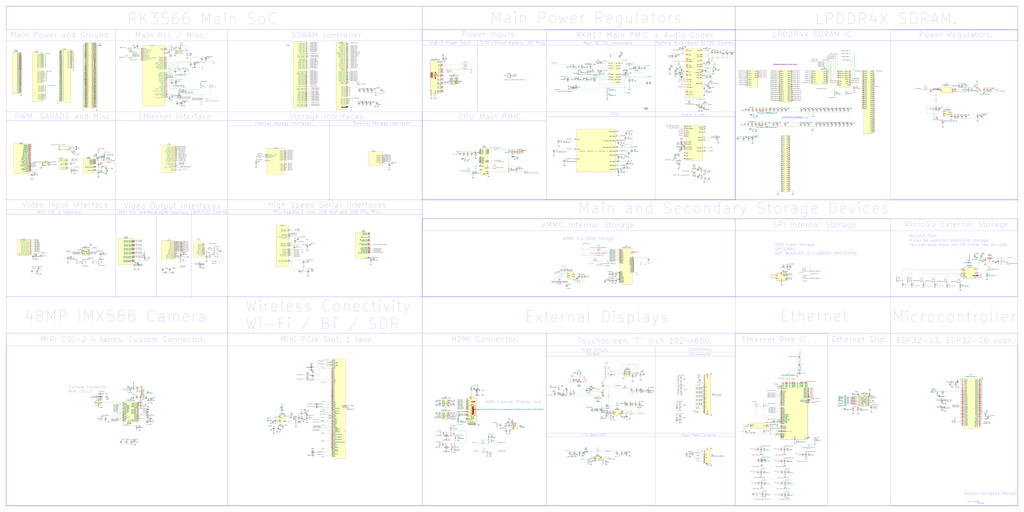
<source format=kicad_sch>
(kicad_sch (version 20230121) (generator eeschema)

  (uuid 09cb2abb-ed97-4c35-8024-f5c000632df4)

  (paper "User" 2000 999.998)

  (lib_symbols
    (symbol "Board-RK3566:RK817" (in_bom yes) (on_board yes)
      (property "Reference" "U2100A1" (at 198.12 -19.05 0)
        (effects (font (size 1.27 1.27)))
      )
      (property "Value" "RK817" (at 198.12 -21.59 0)
        (effects (font (size 1.27 1.27)))
      )
      (property "Footprint" "RK817:QFN35P700X700X80-69N-D" (at 189.23 86.36 0)
        (effects (font (size 1.27 1.27)) hide)
      )
      (property "Datasheet" "RK817-5" (at 189.23 86.36 0)
        (effects (font (size 1.27 1.27)) hide)
      )
      (symbol "RK817_0_0"
        (text "400mA LDO:    400mA @Vin > 3V.     200mA @Vin > 2V" (at 148.59 -92.71 0)
          (effects (font (size 1.27 1.27)))
        )
      )
      (symbol "RK817_0_1"
        (rectangle (start 114.3 -49.53) (end 114.3 -49.53)
          (stroke (width 0) (type default))
          (fill (type none))
        )
      )
      (symbol "RK817_1_0"
        (rectangle (start 115.57 -49.53) (end 191.77 -133.35)
          (stroke (width 0) (type default))
          (fill (type background))
        )
        (rectangle (start 328.93 -41.91) (end 361.95 -110.49)
          (stroke (width 0) (type default))
          (fill (type background))
        )
        (rectangle (start 328.93 107.95) (end 360.68 11.43)
          (stroke (width 0) (type default))
          (fill (type background))
        )
      )
      (symbol "RK817_1_1"
        (rectangle (start 181.61 81.28) (end 196.85 40.64)
          (stroke (width 0) (type default))
          (fill (type background))
        )
        (pin bidirectional line (at 330.2 43.18 0) (length 5)
          (name "SCL" (effects (font (size 1.27 1.27))))
          (number "1" (effects (font (size 1.27 1.27))))
        )
        (pin input line (at 176.53 57.15 0) (length 5)
          (name "VCC2" (effects (font (size 1.27 1.27))))
          (number "10" (effects (font (size 1.27 1.27))))
        )
        (pin input line (at 176.53 78.74 0) (length 5)
          (name "VCC1" (effects (font (size 1.27 1.27))))
          (number "11" (effects (font (size 1.27 1.27))))
        )
        (pin output line (at 176.53 73.66 0) (length 5)
          (name "SW1" (effects (font (size 1.27 1.27))))
          (number "12" (effects (font (size 1.27 1.27))))
        )
        (pin input line (at 176.53 68.58 0) (length 5)
          (name "FB1" (effects (font (size 1.27 1.27))))
          (number "13" (effects (font (size 1.27 1.27))))
        )
        (pin input line (at 323.85 -55.88 0) (length 5)
          (name "LRCLK" (effects (font (size 1.27 1.27))))
          (number "14" (effects (font (size 1.27 1.27))))
        )
        (pin input line (at 323.85 -59.69 0) (length 5)
          (name "BCLK" (effects (font (size 1.27 1.27))))
          (number "15" (effects (font (size 1.27 1.27))))
        )
        (pin input line (at 323.85 -63.5 0) (length 5)
          (name "MCLK" (effects (font (size 1.27 1.27))))
          (number "16" (effects (font (size 1.27 1.27))))
        )
        (pin input line (at 323.85 -52.07 0) (length 5)
          (name "SDI" (effects (font (size 1.27 1.27))))
          (number "17" (effects (font (size 1.27 1.27))))
        )
        (pin output line (at 323.85 -48.26 0) (length 5)
          (name "SDO/PDMDATA" (effects (font (size 1.27 1.27))))
          (number "18" (effects (font (size 1.27 1.27))))
        )
        (pin input line (at 323.85 -44.45 0) (length 5)
          (name "PDMCLOCK" (effects (font (size 1.27 1.27))))
          (number "19" (effects (font (size 1.27 1.27))))
        )
        (pin bidirectional line (at 330.2 46.99 0) (length 5)
          (name "SDA" (effects (font (size 1.27 1.27))))
          (number "2" (effects (font (size 1.27 1.27))))
        )
        (pin output line (at 196.85 -72.39 180) (length 5)
          (name "Low_Noise__LDO3_100mA" (effects (font (size 1.27 1.27))))
          (number "20" (effects (font (size 1.27 1.27))))
        )
        (pin output line (at 196.85 -63.5 180) (length 5)
          (name "LDO2_400mA" (effects (font (size 1.27 1.27))))
          (number "21" (effects (font (size 1.27 1.27))))
        )
        (pin input line (at 110.49 -69.85 0) (length 5)
          (name "VCC5" (effects (font (size 1.27 1.27))))
          (number "22" (effects (font (size 1.27 1.27))))
        )
        (pin output line (at 196.85 -54.61 180) (length 5)
          (name "LDO1_400mA" (effects (font (size 1.27 1.27))))
          (number "23" (effects (font (size 1.27 1.27))))
        )
        (pin input line (at 201.93 57.15 180) (length 5)
          (name "VCC3" (effects (font (size 1.27 1.27))))
          (number "24" (effects (font (size 1.27 1.27))))
        )
        (pin output line (at 201.93 52.07 180) (length 5)
          (name "SW3" (effects (font (size 1.27 1.27))))
          (number "25" (effects (font (size 1.27 1.27))))
        )
        (pin output line (at 201.93 46.99 180) (length 5)
          (name "VBUCK3" (effects (font (size 1.27 1.27))))
          (number "26" (effects (font (size 1.27 1.27))))
        )
        (pin input line (at 201.93 41.91 180) (length 5)
          (name "FB3" (effects (font (size 1.27 1.27))))
          (number "27" (effects (font (size 1.27 1.27))))
        )
        (pin output line (at 196.85 -85.09 180) (length 5)
          (name "Codec_Vddio_LDO4_400mA" (effects (font (size 1.27 1.27))))
          (number "28" (effects (font (size 1.27 1.27))))
        )
        (pin output line (at 196.85 -92.71 180) (length 5)
          (name "LDO5_400mA" (effects (font (size 1.27 1.27))))
          (number "29" (effects (font (size 1.27 1.27))))
        )
        (pin output line (at 196.85 -113.03 180) (length 5)
          (name "LDO7_400mA" (effects (font (size 1.27 1.27))))
          (number "3" (effects (font (size 1.27 1.27))))
        )
        (pin input line (at 110.49 -88.9 0) (length 5)
          (name "VCC6" (effects (font (size 1.27 1.27))))
          (number "30" (effects (font (size 1.27 1.27))))
        )
        (pin output line (at 196.85 -100.33 180) (length 5)
          (name "LDO6_400mA" (effects (font (size 1.27 1.27))))
          (number "31" (effects (font (size 1.27 1.27))))
        )
        (pin output line (at 367.03 -71.12 180) (length 5)
          (name "SPK_OUTp" (effects (font (size 1.27 1.27))))
          (number "32" (effects (font (size 1.27 1.27))))
        )
        (pin input line (at 323.85 -107.95 0) (length 5)
          (name "VDD_SPK_HP" (effects (font (size 1.27 1.27))))
          (number "33" (effects (font (size 1.27 1.27))))
        )
        (pin output line (at 367.03 -66.04 180) (length 5)
          (name "SPK_OUTn" (effects (font (size 1.27 1.27))))
          (number "34" (effects (font (size 1.27 1.27))))
        )
        (pin output line (at 323.85 -85.09 0) (length 5)
          (name "VCC_CPVSS" (effects (font (size 1.27 1.27))))
          (number "35" (effects (font (size 1.27 1.27))))
        )
        (pin input line (at 323.85 -101.6 0) (length 5)
          (name "CPN" (effects (font (size 1.27 1.27))))
          (number "36" (effects (font (size 1.27 1.27))))
        )
        (pin output line (at 323.85 -96.52 0) (length 5)
          (name "CPN" (effects (font (size 1.27 1.27))))
          (number "37" (effects (font (size 1.27 1.27))))
        )
        (pin input line (at 323.85 -88.9 0) (length 5)
          (name "VCC_CPVDD" (effects (font (size 1.27 1.27))))
          (number "38" (effects (font (size 1.27 1.27))))
        )
        (pin output line (at 367.03 -45.72 180) (length 5)
          (name "HPL_OUT" (effects (font (size 1.27 1.27))))
          (number "39" (effects (font (size 1.27 1.27))))
        )
        (pin input line (at 110.49 -107.95 0) (length 5)
          (name "VCC7" (effects (font (size 1.27 1.27))))
          (number "4" (effects (font (size 1.27 1.27))))
        )
        (pin output line (at 367.03 -49.53 180) (length 5)
          (name "HP_SNS" (effects (font (size 1.27 1.27))))
          (number "40" (effects (font (size 1.27 1.27))))
        )
        (pin output line (at 367.03 -55.88 180) (length 5)
          (name "HPR_OUT" (effects (font (size 1.27 1.27))))
          (number "41" (effects (font (size 1.27 1.27))))
        )
        (pin input line (at 367.03 -92.71 180) (length 5)
          (name "MICIn_MIC_R" (effects (font (size 1.27 1.27))))
          (number "42" (effects (font (size 1.27 1.27))))
        )
        (pin input line (at 367.03 -86.36 180) (length 5)
          (name "MICIp_MIC_L" (effects (font (size 1.27 1.27))))
          (number "43" (effects (font (size 1.27 1.27))))
        )
        (pin input line (at 323.85 -74.93 0) (length 5)
          (name "VCC_1P8A" (effects (font (size 1.27 1.27))))
          (number "44" (effects (font (size 1.27 1.27))))
        )
        (pin output line (at 328.93 71.12 0) (length 5)
          (name "VCCREF" (effects (font (size 1.27 1.27))))
          (number "45" (effects (font (size 1.27 1.27))))
        )
        (pin output line (at 328.93 74.93 0) (length 5)
          (name "VREF" (effects (font (size 1.27 1.27))))
          (number "46" (effects (font (size 1.27 1.27))))
        )
        (pin output line (at 328.93 82.55 0) (length 5)
          (name "GNDREF" (effects (font (size 1.27 1.27))))
          (number "47" (effects (font (size 1.27 1.27))))
        )
        (pin input line (at 323.85 -78.74 0) (length 5)
          (name "VCC_1P8D" (effects (font (size 1.27 1.27))))
          (number "48" (effects (font (size 1.27 1.27))))
        )
        (pin bidirectional line (at 330.2 31.75 0) (length 5)
          (name "SLEEP" (effects (font (size 1.27 1.27))))
          (number "49" (effects (font (size 1.27 1.27))))
        )
        (pin output line (at 196.85 -120.65 180) (length 5)
          (name "LDO8_400mA" (effects (font (size 1.27 1.27))))
          (number "5" (effects (font (size 1.27 1.27))))
        )
        (pin input line (at 328.93 62.23 0) (length 5)
          (name "XIN" (effects (font (size 1.27 1.27))))
          (number "50" (effects (font (size 1.27 1.27))))
        )
        (pin output line (at 328.93 55.88 0) (length 5)
          (name "XOUT" (effects (font (size 1.27 1.27))))
          (number "51" (effects (font (size 1.27 1.27))))
        )
        (pin input line (at 360.68 39.37 180) (length 5)
          (name "PWRON" (effects (font (size 1.27 1.27))))
          (number "52" (effects (font (size 1.27 1.27))))
        )
        (pin output line (at 360.68 104.14 180) (length 5)
          (name "SW5" (effects (font (size 1.27 1.27))))
          (number "53" (effects (font (size 1.27 1.27))))
        )
        (pin input line (at 328.93 104.14 0) (length 5)
          (name "MIDU" (effects (font (size 1.27 1.27))))
          (number "54" (effects (font (size 1.27 1.27))))
        )
        (pin input line (at 328.93 95.25 0) (length 5)
          (name "USB" (effects (font (size 1.27 1.27))))
          (number "55" (effects (font (size 1.27 1.27))))
        )
        (pin output line (at 360.68 76.2 180) (length 5)
          (name "BAT1" (effects (font (size 1.27 1.27))))
          (number "56" (effects (font (size 1.27 1.27))))
        )
        (pin output line (at 360.68 72.39 180) (length 5)
          (name "BAT2" (effects (font (size 1.27 1.27))))
          (number "57" (effects (font (size 1.27 1.27))))
        )
        (pin input line (at 360.68 91.44 180) (length 5)
          (name "SYS1" (effects (font (size 1.27 1.27))))
          (number "58" (effects (font (size 1.27 1.27))))
        )
        (pin input line (at 360.68 95.25 180) (length 5)
          (name "SYS2" (effects (font (size 1.27 1.27))))
          (number "59" (effects (font (size 1.27 1.27))))
        )
        (pin output line (at 196.85 -128.27 180) (length 5)
          (name "LDO9_400mA" (effects (font (size 1.27 1.27))))
          (number "6" (effects (font (size 1.27 1.27))))
        )
        (pin input line (at 360.68 83.82 180) (length 5)
          (name "GATE" (effects (font (size 1.27 1.27))))
          (number "60" (effects (font (size 1.27 1.27))))
        )
        (pin input line (at 360.68 60.96 180) (length 5)
          (name "TS/GPIO" (effects (font (size 1.27 1.27))))
          (number "61" (effects (font (size 1.27 1.27))))
        )
        (pin input line (at 360.68 55.88 180) (length 5)
          (name "SNSP" (effects (font (size 1.27 1.27))))
          (number "62" (effects (font (size 1.27 1.27))))
        )
        (pin input line (at 360.68 50.8 180) (length 5)
          (name "SNSN" (effects (font (size 1.27 1.27))))
          (number "63" (effects (font (size 1.27 1.27))))
        )
        (pin input line (at 201.93 68.58 180) (length 5)
          (name "FB4" (effects (font (size 1.27 1.27))))
          (number "64" (effects (font (size 1.27 1.27))))
        )
        (pin output line (at 201.93 73.66 180) (length 5)
          (name "SW4" (effects (font (size 1.27 1.27))))
          (number "65" (effects (font (size 1.27 1.27))))
        )
        (pin input line (at 201.93 78.74 180) (length 5)
          (name "VCC4" (effects (font (size 1.27 1.27))))
          (number "66" (effects (font (size 1.27 1.27))))
        )
        (pin input line (at 328.93 17.78 0) (length 5)
          (name "RESETB" (effects (font (size 1.27 1.27))))
          (number "67" (effects (font (size 1.27 1.27))))
        )
        (pin output line (at 328.93 22.86 0) (length 5)
          (name "CLK32K" (effects (font (size 1.27 1.27))))
          (number "68" (effects (font (size 1.27 1.27))))
        )
        (pin output line (at 328.93 86.36 0) (length 5)
          (name "ePAD" (effects (font (size 1.27 1.27))))
          (number "69" (effects (font (size 1.27 1.27))))
        )
        (pin bidirectional line (at 330.2 36.83 0) (length 5)
          (name "INT" (effects (font (size 1.27 1.27))))
          (number "7" (effects (font (size 1.27 1.27))))
        )
        (pin input line (at 176.53 46.99 0) (length 5)
          (name "FB2" (effects (font (size 1.27 1.27))))
          (number "8" (effects (font (size 1.27 1.27))))
        )
        (pin output line (at 176.53 52.07 0) (length 5)
          (name "SW2" (effects (font (size 1.27 1.27))))
          (number "9" (effects (font (size 1.27 1.27))))
        )
      )
    )
    (symbol "Board:40Mhz" (in_bom yes) (on_board yes)
      (property "Reference" "U8" (at -1.27 2.032 0)
        (effects (font (size 1.27 1.27)))
      )
      (property "Value" "24Mhz" (at -1.27 -0.508 0)
        (effects (font (size 1.27 1.27)))
      )
      (property "Footprint" "Crystal:Crystal_SMD_3225-4Pin_3.2x2.5mm" (at 6.35 -19.05 90)
        (effects (font (size 1.27 1.27)) hide)
      )
      (property "Datasheet" "Suzhou Liming Elec 3225-24.00-12-10-10/A" (at 6.35 -19.05 90)
        (effects (font (size 1.27 1.27)) hide)
      )
      (symbol "40Mhz_1_1"
        (rectangle (start -3.81 -2.54) (end 6.35 -11.43)
          (stroke (width 0) (type default))
          (fill (type background))
        )
        (pin power_out line (at -6.35 -8.89 0) (length 2.54)
          (name "Xin" (effects (font (size 1.27 1.27))))
          (number "1" (effects (font (size 1.27 1.27))))
        )
        (pin power_out line (at 8.89 -8.89 180) (length 2.54)
          (name "GND" (effects (font (size 1.27 1.27))))
          (number "2" (effects (font (size 1.27 1.27))))
        )
        (pin power_out line (at 8.89 -5.08 180) (length 2.54)
          (name "Xout" (effects (font (size 1.27 1.27))))
          (number "3" (effects (font (size 1.27 1.27))))
        )
        (pin power_out line (at -6.35 -5.08 0) (length 2.54)
          (name "GND" (effects (font (size 1.27 1.27))))
          (number "4" (effects (font (size 1.27 1.27))))
        )
      )
    )
    (symbol "Board:DDR4_SDRAM" (in_bom yes) (on_board yes)
      (property "Reference" "U3" (at 140.97 -12.7 0)
        (effects (font (size 1.27 1.27)))
      )
      (property "Value" "DDR4_SDRAM" (at 140.97 -15.24 0)
        (effects (font (size 1.27 1.27)))
      )
      (property "Footprint" "RK3566:BGA200C80X65P12X22_1100X1450X80N" (at 64.77 -6.35 0)
        (effects (font (size 1.27 1.27)))
      )
      (property "Datasheet" " ZD512M32Z42MD1DNQ-053BT" (at 64.77 -6.35 0)
        (effects (font (size 1.27 1.27)) hide)
      )
      (symbol "DDR4_SDRAM_1_1"
        (rectangle (start -8.89 -17.78) (end 11.43 -50.8)
          (stroke (width 0) (type default))
          (fill (type background))
        )
        (rectangle (start 54.61 -17.78) (end 77.47 -81.28)
          (stroke (width 0) (type default))
          (fill (type background))
        )
        (rectangle (start 59.69 -144.78) (end 71.12 -256.54)
          (stroke (width 0) (type default))
          (fill (type background))
        )
        (rectangle (start 118.11 -17.78) (end 146.05 -45.72)
          (stroke (width 0) (type default))
          (fill (type background))
        )
        (rectangle (start 168.91 -17.78) (end 190.5 -50.8)
          (stroke (width 0) (type default))
          (fill (type background))
        )
        (rectangle (start 218.44 -17.78) (end 236.22 -142.24)
          (stroke (width 0) (type default))
          (fill (type background))
        )
        (pin input line (at 73.66 -189.23 180) (length 2.54)
          (name "Vss" (effects (font (size 1.27 1.27))))
          (number "A10" (effects (font (size 1.27 1.27))))
        )
        (pin input line (at 57.15 -193.04 0) (length 2.54)
          (name "Vss" (effects (font (size 1.27 1.27))))
          (number "A3" (effects (font (size 1.27 1.27))))
        )
        (pin input line (at 238.76 -73.66 180) (length 2.54)
          (name "VDD2" (effects (font (size 1.27 1.27))))
          (number "A4" (effects (font (size 1.27 1.27))))
        )
        (pin input line (at 166.37 -46.99 0) (length 2.54)
          (name "ZQ0" (effects (font (size 1.27 1.27))))
          (number "A5" (effects (font (size 1.27 1.27))))
        )
        (pin input line (at 193.04 -46.99 180) (length 2.54)
          (name "ZQ1" (effects (font (size 1.27 1.27))))
          (number "A8" (effects (font (size 1.27 1.27))))
        )
        (pin input line (at 238.76 -111.76 180) (length 2.54)
          (name "VDD2" (effects (font (size 1.27 1.27))))
          (number "A9" (effects (font (size 1.27 1.27))))
        )
        (pin input line (at 215.9 -85.09 0) (length 2.54)
          (name "VDDQ" (effects (font (size 1.27 1.27))))
          (number "AA10" (effects (font (size 1.27 1.27))))
        )
        (pin input line (at 78.74 -50.8 180) (length 2.54)
          (name "DQ8_B" (effects (font (size 1.27 1.27))))
          (number "AA11" (effects (font (size 1.27 1.27))))
        )
        (pin input line (at 78.74 -20.32 180) (length 2.54)
          (name "DQ0_B" (effects (font (size 1.27 1.27))))
          (number "AA2" (effects (font (size 1.27 1.27))))
        )
        (pin input line (at 215.9 -39.37 0) (length 2.54)
          (name "VDDQ" (effects (font (size 1.27 1.27))))
          (number "AA3" (effects (font (size 1.27 1.27))))
        )
        (pin input line (at 78.74 -46.99 180) (length 2.54)
          (name "DQ7_B" (effects (font (size 1.27 1.27))))
          (number "AA4" (effects (font (size 1.27 1.27))))
        )
        (pin input line (at 215.9 -54.61 0) (length 2.54)
          (name "VDDQ" (effects (font (size 1.27 1.27))))
          (number "AA5" (effects (font (size 1.27 1.27))))
        )
        (pin input line (at 215.9 -69.85 0) (length 2.54)
          (name "VDDQ" (effects (font (size 1.27 1.27))))
          (number "AA8" (effects (font (size 1.27 1.27))))
        )
        (pin input line (at 80.01 -77.47 180) (length 2.54)
          (name "DQ15_B" (effects (font (size 1.27 1.27))))
          (number "AA9" (effects (font (size 1.27 1.27))))
        )
        (pin input line (at 73.66 -208.28 180) (length 2.54)
          (name "Vss" (effects (font (size 1.27 1.27))))
          (number "AB10" (effects (font (size 1.27 1.27))))
        )
        (pin input line (at 57.15 -212.09 0) (length 2.54)
          (name "Vss" (effects (font (size 1.27 1.27))))
          (number "AB3" (effects (font (size 1.27 1.27))))
        )
        (pin input line (at 238.76 -77.47 180) (length 2.54)
          (name "VDD2" (effects (font (size 1.27 1.27))))
          (number "AB4" (effects (font (size 1.27 1.27))))
        )
        (pin input line (at 57.15 -254 0) (length 2.54)
          (name "Vss" (effects (font (size 1.27 1.27))))
          (number "AB5" (effects (font (size 1.27 1.27))))
        )
        (pin input line (at 73.66 -170.18 180) (length 2.54)
          (name "Vss" (effects (font (size 1.27 1.27))))
          (number "AB8" (effects (font (size 1.27 1.27))))
        )
        (pin input line (at 238.76 -115.57 180) (length 2.54)
          (name "VDD2" (effects (font (size 1.27 1.27))))
          (number "AB9" (effects (font (size 1.27 1.27))))
        )
        (pin input line (at 215.9 -73.66 0) (length 2.54)
          (name "VDDQ" (effects (font (size 1.27 1.27))))
          (number "B10" (effects (font (size 1.27 1.27))))
        )
        (pin input line (at 52.07 -50.8 0) (length 2.54)
          (name "DQ8_A" (effects (font (size 1.27 1.27))))
          (number "B11" (effects (font (size 1.27 1.27))))
        )
        (pin input line (at 52.07 -20.32 0) (length 2.54)
          (name "DQ0_A" (effects (font (size 1.27 1.27))))
          (number "B2" (effects (font (size 1.27 1.27))))
        )
        (pin input line (at 215.9 -27.94 0) (length 2.54)
          (name "VDDQ" (effects (font (size 1.27 1.27))))
          (number "B3" (effects (font (size 1.27 1.27))))
        )
        (pin input line (at 52.07 -46.99 0) (length 2.54)
          (name "DQ7_A" (effects (font (size 1.27 1.27))))
          (number "B4" (effects (font (size 1.27 1.27))))
        )
        (pin input line (at 215.9 -43.18 0) (length 2.54)
          (name "VDDQ" (effects (font (size 1.27 1.27))))
          (number "B5" (effects (font (size 1.27 1.27))))
        )
        (pin input line (at 215.9 -58.42 0) (length 2.54)
          (name "VDDQ" (effects (font (size 1.27 1.27))))
          (number "B8" (effects (font (size 1.27 1.27))))
        )
        (pin input line (at 52.07 -77.47 0) (length 2.54)
          (name "DQ15_A" (effects (font (size 1.27 1.27))))
          (number "B9" (effects (font (size 1.27 1.27))))
        )
        (pin input line (at 57.15 -147.32 0) (length 2.54)
          (name "Vss" (effects (font (size 1.27 1.27))))
          (number "C1" (effects (font (size 1.27 1.27))))
        )
        (pin input line (at 166.37 -43.18 0) (length 2.54)
          (name "DMI1_A" (effects (font (size 1.27 1.27))))
          (number "C10" (effects (font (size 1.27 1.27))))
        )
        (pin input line (at 52.07 -54.61 0) (length 2.54)
          (name "DQ9_A" (effects (font (size 1.27 1.27))))
          (number "C11" (effects (font (size 1.27 1.27))))
        )
        (pin input line (at 73.66 -227.33 180) (length 2.54)
          (name "Vss" (effects (font (size 1.27 1.27))))
          (number "C12" (effects (font (size 1.27 1.27))))
        )
        (pin input line (at 52.07 -24.13 0) (length 2.54)
          (name "DQ1_A" (effects (font (size 1.27 1.27))))
          (number "C2" (effects (font (size 1.27 1.27))))
        )
        (pin input line (at 166.37 -39.37 0) (length 2.54)
          (name "DMI0_A" (effects (font (size 1.27 1.27))))
          (number "C3" (effects (font (size 1.27 1.27))))
        )
        (pin input line (at 52.07 -43.18 0) (length 2.54)
          (name "DQ6_A" (effects (font (size 1.27 1.27))))
          (number "C4" (effects (font (size 1.27 1.27))))
        )
        (pin input line (at 57.15 -231.14 0) (length 2.54)
          (name "Vss" (effects (font (size 1.27 1.27))))
          (number "C5" (effects (font (size 1.27 1.27))))
        )
        (pin input line (at 73.66 -147.32 180) (length 2.54)
          (name "Vss" (effects (font (size 1.27 1.27))))
          (number "C8" (effects (font (size 1.27 1.27))))
        )
        (pin input line (at 52.07 -73.66 0) (length 2.54)
          (name "DQ14_A" (effects (font (size 1.27 1.27))))
          (number "C9" (effects (font (size 1.27 1.27))))
        )
        (pin input line (at 215.9 -20.32 0) (length 2.54)
          (name "VDDQ" (effects (font (size 1.27 1.27))))
          (number "D1" (effects (font (size 1.27 1.27))))
        )
        (pin input line (at 193.04 -27.94 180) (length 2.54)
          (name "DQS1_t_A" (effects (font (size 1.27 1.27))))
          (number "D10" (effects (font (size 1.27 1.27))))
        )
        (pin input line (at 73.66 -212.09 180) (length 2.54)
          (name "Vss" (effects (font (size 1.27 1.27))))
          (number "D11" (effects (font (size 1.27 1.27))))
        )
        (pin input line (at 215.9 -88.9 0) (length 2.54)
          (name "VDDQ" (effects (font (size 1.27 1.27))))
          (number "D12" (effects (font (size 1.27 1.27))))
        )
        (pin input line (at 57.15 -177.8 0) (length 2.54)
          (name "Vss" (effects (font (size 1.27 1.27))))
          (number "D2" (effects (font (size 1.27 1.27))))
        )
        (pin input line (at 193.04 -20.32 180) (length 2.54)
          (name "DQS0_t_A" (effects (font (size 1.27 1.27))))
          (number "D3" (effects (font (size 1.27 1.27))))
        )
        (pin input line (at 57.15 -215.9 0) (length 2.54)
          (name "Vss" (effects (font (size 1.27 1.27))))
          (number "D4" (effects (font (size 1.27 1.27))))
        )
        (pin input line (at 215.9 -46.99 0) (length 2.54)
          (name "VDDQ" (effects (font (size 1.27 1.27))))
          (number "D5" (effects (font (size 1.27 1.27))))
        )
        (pin input line (at 215.9 -62.23 0) (length 2.54)
          (name "VDDQ" (effects (font (size 1.27 1.27))))
          (number "D8" (effects (font (size 1.27 1.27))))
        )
        (pin input line (at 73.66 -173.99 180) (length 2.54)
          (name "Vss" (effects (font (size 1.27 1.27))))
          (number "D9" (effects (font (size 1.27 1.27))))
        )
        (pin input line (at 57.15 -151.13 0) (length 2.54)
          (name "Vss" (effects (font (size 1.27 1.27))))
          (number "E1" (effects (font (size 1.27 1.27))))
        )
        (pin input line (at 193.04 -31.75 180) (length 2.54)
          (name "DQS1_c_A" (effects (font (size 1.27 1.27))))
          (number "E10" (effects (font (size 1.27 1.27))))
        )
        (pin input line (at 52.07 -58.42 0) (length 2.54)
          (name "DQ10_A" (effects (font (size 1.27 1.27))))
          (number "E11" (effects (font (size 1.27 1.27))))
        )
        (pin input line (at 73.66 -231.14 180) (length 2.54)
          (name "Vss" (effects (font (size 1.27 1.27))))
          (number "E12" (effects (font (size 1.27 1.27))))
        )
        (pin input line (at 52.07 -27.94 0) (length 2.54)
          (name "DQ2_A" (effects (font (size 1.27 1.27))))
          (number "E2" (effects (font (size 1.27 1.27))))
        )
        (pin input line (at 193.04 -24.13 180) (length 2.54)
          (name "DQS0_c_A" (effects (font (size 1.27 1.27))))
          (number "E3" (effects (font (size 1.27 1.27))))
        )
        (pin input line (at 52.07 -39.37 0) (length 2.54)
          (name "DQ5_A" (effects (font (size 1.27 1.27))))
          (number "E4" (effects (font (size 1.27 1.27))))
        )
        (pin input line (at 57.15 -234.95 0) (length 2.54)
          (name "Vss" (effects (font (size 1.27 1.27))))
          (number "E5" (effects (font (size 1.27 1.27))))
        )
        (pin input line (at 73.66 -151.13 180) (length 2.54)
          (name "Vss" (effects (font (size 1.27 1.27))))
          (number "E8" (effects (font (size 1.27 1.27))))
        )
        (pin input line (at 52.07 -69.85 0) (length 2.54)
          (name "DQ13_A" (effects (font (size 1.27 1.27))))
          (number "E9" (effects (font (size 1.27 1.27))))
        )
        (pin input line (at 238.76 -20.32 180) (length 2.54)
          (name "VDD1" (effects (font (size 1.27 1.27))))
          (number "F1" (effects (font (size 1.27 1.27))))
        )
        (pin input line (at 215.9 -77.47 0) (length 2.54)
          (name "VDDQ" (effects (font (size 1.27 1.27))))
          (number "F10" (effects (font (size 1.27 1.27))))
        )
        (pin input line (at 52.07 -62.23 0) (length 2.54)
          (name "DQ11_A" (effects (font (size 1.27 1.27))))
          (number "F11" (effects (font (size 1.27 1.27))))
        )
        (pin input line (at 238.76 -43.18 180) (length 2.54)
          (name "VDD1" (effects (font (size 1.27 1.27))))
          (number "F12" (effects (font (size 1.27 1.27))))
        )
        (pin input line (at 52.07 -31.75 0) (length 2.54)
          (name "DQ3_A" (effects (font (size 1.27 1.27))))
          (number "F2" (effects (font (size 1.27 1.27))))
        )
        (pin input line (at 215.9 -31.75 0) (length 2.54)
          (name "VDDQ" (effects (font (size 1.27 1.27))))
          (number "F3" (effects (font (size 1.27 1.27))))
        )
        (pin input line (at 52.07 -35.56 0) (length 2.54)
          (name "DQ4_A" (effects (font (size 1.27 1.27))))
          (number "F4" (effects (font (size 1.27 1.27))))
        )
        (pin input line (at 238.76 -81.28 180) (length 2.54)
          (name "VDD2" (effects (font (size 1.27 1.27))))
          (number "F5" (effects (font (size 1.27 1.27))))
        )
        (pin input line (at 238.76 -96.52 180) (length 2.54)
          (name "VDD2" (effects (font (size 1.27 1.27))))
          (number "F8" (effects (font (size 1.27 1.27))))
        )
        (pin input line (at 52.07 -66.04 0) (length 2.54)
          (name "DQ12_A" (effects (font (size 1.27 1.27))))
          (number "F9" (effects (font (size 1.27 1.27))))
        )
        (pin input line (at 57.15 -154.94 0) (length 2.54)
          (name "Vss" (effects (font (size 1.27 1.27))))
          (number "G1" (effects (font (size 1.27 1.27))))
        )
        (pin input line (at 73.66 -193.04 180) (length 2.54)
          (name "Vss" (effects (font (size 1.27 1.27))))
          (number "G10" (effects (font (size 1.27 1.27))))
        )
        (pin input line (at 73.66 -234.95 180) (length 2.54)
          (name "Vss" (effects (font (size 1.27 1.27))))
          (number "G12" (effects (font (size 1.27 1.27))))
        )
        (pin input line (at 115.57 -43.18 0) (length 2.54)
          (name "ODT_CA_A" (effects (font (size 1.27 1.27))))
          (number "G2" (effects (font (size 1.27 1.27))))
        )
        (pin input line (at 57.15 -196.85 0) (length 2.54)
          (name "Vss" (effects (font (size 1.27 1.27))))
          (number "G3" (effects (font (size 1.27 1.27))))
        )
        (pin input line (at 238.76 -27.94 180) (length 2.54)
          (name "VDD1" (effects (font (size 1.27 1.27))))
          (number "G4" (effects (font (size 1.27 1.27))))
        )
        (pin input line (at 57.15 -238.76 0) (length 2.54)
          (name "Vss" (effects (font (size 1.27 1.27))))
          (number "G5" (effects (font (size 1.27 1.27))))
        )
        (pin input line (at 73.66 -154.94 180) (length 2.54)
          (name "Vss" (effects (font (size 1.27 1.27))))
          (number "G8" (effects (font (size 1.27 1.27))))
        )
        (pin input line (at 238.76 -35.56 180) (length 2.54)
          (name "VDD1" (effects (font (size 1.27 1.27))))
          (number "G9" (effects (font (size 1.27 1.27))))
        )
        (pin input line (at 238.76 -50.8 180) (length 2.54)
          (name "VDD2" (effects (font (size 1.27 1.27))))
          (number "H1" (effects (font (size 1.27 1.27))))
        )
        (pin input line (at 115.57 -31.75 0) (length 2.54)
          (name "CA3_A" (effects (font (size 1.27 1.27))))
          (number "H10" (effects (font (size 1.27 1.27))))
        )
        (pin input line (at 115.57 -35.56 0) (length 2.54)
          (name "CA4_A" (effects (font (size 1.27 1.27))))
          (number "H11" (effects (font (size 1.27 1.27))))
        )
        (pin input line (at 238.76 -127 180) (length 2.54)
          (name "VDD2" (effects (font (size 1.27 1.27))))
          (number "H12" (effects (font (size 1.27 1.27))))
        )
        (pin input line (at 115.57 -20.32 0) (length 2.54)
          (name "CA0_A" (effects (font (size 1.27 1.27))))
          (number "H2" (effects (font (size 1.27 1.27))))
        )
        (pin input line (at 13.97 -24.13 180) (length 2.54)
          (name "CS1_A" (effects (font (size 1.27 1.27))))
          (number "H3" (effects (font (size 1.27 1.27))))
        )
        (pin input line (at 13.97 -20.32 180) (length 2.54)
          (name "CS0_A" (effects (font (size 1.27 1.27))))
          (number "H4" (effects (font (size 1.27 1.27))))
        )
        (pin input line (at 238.76 -85.09 180) (length 2.54)
          (name "VDD2" (effects (font (size 1.27 1.27))))
          (number "H5" (effects (font (size 1.27 1.27))))
        )
        (pin input line (at 238.76 -100.33 180) (length 2.54)
          (name "VDD2" (effects (font (size 1.27 1.27))))
          (number "H8" (effects (font (size 1.27 1.27))))
        )
        (pin input line (at 115.57 -27.94 0) (length 2.54)
          (name "CA2_A" (effects (font (size 1.27 1.27))))
          (number "H9" (effects (font (size 1.27 1.27))))
        )
        (pin input line (at 57.15 -158.75 0) (length 2.54)
          (name "Vss" (effects (font (size 1.27 1.27))))
          (number "J1" (effects (font (size 1.27 1.27))))
        )
        (pin input line (at 73.66 -196.85 180) (length 2.54)
          (name "Vss" (effects (font (size 1.27 1.27))))
          (number "J10" (effects (font (size 1.27 1.27))))
        )
        (pin input line (at 115.57 -39.37 0) (length 2.54)
          (name "CA5_A" (effects (font (size 1.27 1.27))))
          (number "J11" (effects (font (size 1.27 1.27))))
        )
        (pin input line (at 73.66 -238.76 180) (length 2.54)
          (name "Vss" (effects (font (size 1.27 1.27))))
          (number "J12" (effects (font (size 1.27 1.27))))
        )
        (pin input line (at 115.57 -24.13 0) (length 2.54)
          (name "CA1_A" (effects (font (size 1.27 1.27))))
          (number "J2" (effects (font (size 1.27 1.27))))
        )
        (pin input line (at 57.15 -200.66 0) (length 2.54)
          (name "Vss" (effects (font (size 1.27 1.27))))
          (number "J3" (effects (font (size 1.27 1.27))))
        )
        (pin input line (at -11.43 -35.56 0) (length 2.54)
          (name "CKE0_A" (effects (font (size 1.27 1.27))))
          (number "J4" (effects (font (size 1.27 1.27))))
        )
        (pin input line (at -11.43 -39.37 0) (length 2.54)
          (name "CKE1_A" (effects (font (size 1.27 1.27))))
          (number "J5" (effects (font (size 1.27 1.27))))
        )
        (pin input line (at -11.43 -20.32 0) (length 2.54)
          (name "CK_t_A" (effects (font (size 1.27 1.27))))
          (number "J8" (effects (font (size 1.27 1.27))))
        )
        (pin input line (at -11.43 -27.94 0) (length 2.54)
          (name "CK_c_A" (effects (font (size 1.27 1.27))))
          (number "J9" (effects (font (size 1.27 1.27))))
        )
        (pin input line (at 238.76 -54.61 180) (length 2.54)
          (name "VDD2" (effects (font (size 1.27 1.27))))
          (number "K1" (effects (font (size 1.27 1.27))))
        )
        (pin input line (at 238.76 -119.38 180) (length 2.54)
          (name "VDD2" (effects (font (size 1.27 1.27))))
          (number "K10" (effects (font (size 1.27 1.27))))
        )
        (pin input line (at 73.66 -215.9 180) (length 2.54)
          (name "Vss" (effects (font (size 1.27 1.27))))
          (number "K11" (effects (font (size 1.27 1.27))))
        )
        (pin input line (at 238.76 -130.81 180) (length 2.54)
          (name "VDD2" (effects (font (size 1.27 1.27))))
          (number "K12" (effects (font (size 1.27 1.27))))
        )
        (pin input line (at 57.15 -181.61 0) (length 2.54)
          (name "Vss" (effects (font (size 1.27 1.27))))
          (number "K2" (effects (font (size 1.27 1.27))))
        )
        (pin input line (at 238.76 -66.04 180) (length 2.54)
          (name "VDD2" (effects (font (size 1.27 1.27))))
          (number "K3" (effects (font (size 1.27 1.27))))
        )
        (pin input line (at 57.15 -219.71 0) (length 2.54)
          (name "Vss" (effects (font (size 1.27 1.27))))
          (number "K4" (effects (font (size 1.27 1.27))))
        )
        (pin input line (at 73.66 -177.8 180) (length 2.54)
          (name "Vss" (effects (font (size 1.27 1.27))))
          (number "K9" (effects (font (size 1.27 1.27))))
        )
        (pin input line (at 238.76 -58.42 180) (length 2.54)
          (name "VDD2" (effects (font (size 1.27 1.27))))
          (number "N1" (effects (font (size 1.27 1.27))))
        )
        (pin input line (at 238.76 -123.19 180) (length 2.54)
          (name "VDD2" (effects (font (size 1.27 1.27))))
          (number "N10" (effects (font (size 1.27 1.27))))
        )
        (pin input line (at 73.66 -219.71 180) (length 2.54)
          (name "Vss" (effects (font (size 1.27 1.27))))
          (number "N11" (effects (font (size 1.27 1.27))))
        )
        (pin input line (at 238.76 -134.62 180) (length 2.54)
          (name "VDD2" (effects (font (size 1.27 1.27))))
          (number "N12" (effects (font (size 1.27 1.27))))
        )
        (pin input line (at 57.15 -185.42 0) (length 2.54)
          (name "Vss" (effects (font (size 1.27 1.27))))
          (number "N2" (effects (font (size 1.27 1.27))))
        )
        (pin input line (at 238.76 -69.85 180) (length 2.54)
          (name "VDD2" (effects (font (size 1.27 1.27))))
          (number "N3" (effects (font (size 1.27 1.27))))
        )
        (pin input line (at 57.15 -223.52 0) (length 2.54)
          (name "Vss" (effects (font (size 1.27 1.27))))
          (number "N4" (effects (font (size 1.27 1.27))))
        )
        (pin input line (at 73.66 -181.61 180) (length 2.54)
          (name "Vss" (effects (font (size 1.27 1.27))))
          (number "N9" (effects (font (size 1.27 1.27))))
        )
        (pin input line (at 57.15 -162.56 0) (length 2.54)
          (name "Vss" (effects (font (size 1.27 1.27))))
          (number "P1" (effects (font (size 1.27 1.27))))
        )
        (pin input line (at 73.66 -200.66 180) (length 2.54)
          (name "Vss" (effects (font (size 1.27 1.27))))
          (number "P10" (effects (font (size 1.27 1.27))))
        )
        (pin input line (at 148.59 -39.37 180) (length 2.54)
          (name "CA5_B" (effects (font (size 1.27 1.27))))
          (number "P11" (effects (font (size 1.27 1.27))))
        )
        (pin input line (at 73.66 -242.57 180) (length 2.54)
          (name "Vss" (effects (font (size 1.27 1.27))))
          (number "P12" (effects (font (size 1.27 1.27))))
        )
        (pin input line (at 148.59 -24.13 180) (length 2.54)
          (name "CA1_B" (effects (font (size 1.27 1.27))))
          (number "P2" (effects (font (size 1.27 1.27))))
        )
        (pin input line (at 57.15 -204.47 0) (length 2.54)
          (name "Vss" (effects (font (size 1.27 1.27))))
          (number "P3" (effects (font (size 1.27 1.27))))
        )
        (pin input line (at -11.43 -43.18 0) (length 2.54)
          (name "CKE0_B" (effects (font (size 1.27 1.27))))
          (number "P4" (effects (font (size 1.27 1.27))))
        )
        (pin input line (at -11.43 -46.99 0) (length 2.54)
          (name "CKE1_B" (effects (font (size 1.27 1.27))))
          (number "P5" (effects (font (size 1.27 1.27))))
        )
        (pin input line (at -11.43 -24.13 0) (length 2.54)
          (name "CK_t_B" (effects (font (size 1.27 1.27))))
          (number "P8" (effects (font (size 1.27 1.27))))
        )
        (pin input line (at -11.43 -31.75 0) (length 2.54)
          (name "CK_c_B" (effects (font (size 1.27 1.27))))
          (number "P9" (effects (font (size 1.27 1.27))))
        )
        (pin input line (at 238.76 -62.23 180) (length 2.54)
          (name "VDD2" (effects (font (size 1.27 1.27))))
          (number "R1" (effects (font (size 1.27 1.27))))
        )
        (pin input line (at 148.59 -31.75 180) (length 2.54)
          (name "CA3_B" (effects (font (size 1.27 1.27))))
          (number "R10" (effects (font (size 1.27 1.27))))
        )
        (pin input line (at 148.59 -35.56 180) (length 2.54)
          (name "CA4_B" (effects (font (size 1.27 1.27))))
          (number "R11" (effects (font (size 1.27 1.27))))
        )
        (pin input line (at 238.76 -138.43 180) (length 2.54)
          (name "VDD2" (effects (font (size 1.27 1.27))))
          (number "R12" (effects (font (size 1.27 1.27))))
        )
        (pin input line (at 148.59 -20.32 180) (length 2.54)
          (name "CA0_B" (effects (font (size 1.27 1.27))))
          (number "R2" (effects (font (size 1.27 1.27))))
        )
        (pin input line (at 13.97 -31.75 180) (length 2.54)
          (name "CS1_B" (effects (font (size 1.27 1.27))))
          (number "R3" (effects (font (size 1.27 1.27))))
        )
        (pin input line (at 13.97 -27.94 180) (length 2.54)
          (name "CS0_B" (effects (font (size 1.27 1.27))))
          (number "R4" (effects (font (size 1.27 1.27))))
        )
        (pin input line (at 238.76 -88.9 180) (length 2.54)
          (name "VDD2" (effects (font (size 1.27 1.27))))
          (number "R5" (effects (font (size 1.27 1.27))))
        )
        (pin input line (at 238.76 -104.14 180) (length 2.54)
          (name "VDD2" (effects (font (size 1.27 1.27))))
          (number "R8" (effects (font (size 1.27 1.27))))
        )
        (pin input line (at 148.59 -27.94 180) (length 2.54)
          (name "CA2_B" (effects (font (size 1.27 1.27))))
          (number "R9" (effects (font (size 1.27 1.27))))
        )
        (pin input line (at 57.15 -166.37 0) (length 2.54)
          (name "Vss" (effects (font (size 1.27 1.27))))
          (number "T1" (effects (font (size 1.27 1.27))))
        )
        (pin input line (at 73.66 -204.47 180) (length 2.54)
          (name "Vss" (effects (font (size 1.27 1.27))))
          (number "T10" (effects (font (size 1.27 1.27))))
        )
        (pin input line (at 193.04 -35.56 180) (length 2.54)
          (name "RESET_n" (effects (font (size 1.27 1.27))))
          (number "T11" (effects (font (size 1.27 1.27))))
        )
        (pin input line (at 73.66 -246.38 180) (length 2.54)
          (name "Vss" (effects (font (size 1.27 1.27))))
          (number "T12" (effects (font (size 1.27 1.27))))
        )
        (pin input line (at 148.59 -43.18 180) (length 2.54)
          (name "ODT_CA_B" (effects (font (size 1.27 1.27))))
          (number "T2" (effects (font (size 1.27 1.27))))
        )
        (pin input line (at 57.15 -208.28 0) (length 2.54)
          (name "Vss" (effects (font (size 1.27 1.27))))
          (number "T3" (effects (font (size 1.27 1.27))))
        )
        (pin input line (at 238.76 -31.75 180) (length 2.54)
          (name "VDD1" (effects (font (size 1.27 1.27))))
          (number "T4" (effects (font (size 1.27 1.27))))
        )
        (pin input line (at 57.15 -242.57 0) (length 2.54)
          (name "Vss" (effects (font (size 1.27 1.27))))
          (number "T5" (effects (font (size 1.27 1.27))))
        )
        (pin input line (at 73.66 -158.75 180) (length 2.54)
          (name "Vss" (effects (font (size 1.27 1.27))))
          (number "T8" (effects (font (size 1.27 1.27))))
        )
        (pin input line (at 238.76 -39.37 180) (length 2.54)
          (name "VDD1" (effects (font (size 1.27 1.27))))
          (number "T9" (effects (font (size 1.27 1.27))))
        )
        (pin input line (at 238.76 -24.13 180) (length 2.54)
          (name "VDD1" (effects (font (size 1.27 1.27))))
          (number "U1" (effects (font (size 1.27 1.27))))
        )
        (pin input line (at 215.9 -81.28 0) (length 2.54)
          (name "VDDQ" (effects (font (size 1.27 1.27))))
          (number "U10" (effects (font (size 1.27 1.27))))
        )
        (pin input line (at 80.01 -62.23 180) (length 2.54)
          (name "DQ11_B" (effects (font (size 1.27 1.27))))
          (number "U11" (effects (font (size 1.27 1.27))))
        )
        (pin input line (at 238.76 -46.99 180) (length 2.54)
          (name "VDD1" (effects (font (size 1.27 1.27))))
          (number "U12" (effects (font (size 1.27 1.27))))
        )
        (pin input line (at 78.74 -31.75 180) (length 2.54)
          (name "DQ3_B" (effects (font (size 1.27 1.27))))
          (number "U2" (effects (font (size 1.27 1.27))))
        )
        (pin input line (at 215.9 -35.56 0) (length 2.54)
          (name "VDDQ" (effects (font (size 1.27 1.27))))
          (number "U3" (effects (font (size 1.27 1.27))))
        )
        (pin input line (at 78.74 -35.56 180) (length 2.54)
          (name "DQ4_B" (effects (font (size 1.27 1.27))))
          (number "U4" (effects (font (size 1.27 1.27))))
        )
        (pin input line (at 238.76 -92.71 180) (length 2.54)
          (name "VDD2" (effects (font (size 1.27 1.27))))
          (number "U5" (effects (font (size 1.27 1.27))))
        )
        (pin input line (at 238.76 -107.95 180) (length 2.54)
          (name "VDD2" (effects (font (size 1.27 1.27))))
          (number "U8" (effects (font (size 1.27 1.27))))
        )
        (pin input line (at 80.01 -66.04 180) (length 2.54)
          (name "DQ12_B" (effects (font (size 1.27 1.27))))
          (number "U9" (effects (font (size 1.27 1.27))))
        )
        (pin input line (at 57.15 -170.18 0) (length 2.54)
          (name "Vss" (effects (font (size 1.27 1.27))))
          (number "V1" (effects (font (size 1.27 1.27))))
        )
        (pin input line (at 166.37 -31.75 0) (length 2.54)
          (name "DQS1_c_B" (effects (font (size 1.27 1.27))))
          (number "V10" (effects (font (size 1.27 1.27))))
        )
        (pin input line (at 80.01 -58.42 180) (length 2.54)
          (name "DQ10_B" (effects (font (size 1.27 1.27))))
          (number "V11" (effects (font (size 1.27 1.27))))
        )
        (pin input line (at 73.66 -250.19 180) (length 2.54)
          (name "Vss" (effects (font (size 1.27 1.27))))
          (number "V12" (effects (font (size 1.27 1.27))))
        )
        (pin input line (at 78.74 -27.94 180) (length 2.54)
          (name "DQ2_B" (effects (font (size 1.27 1.27))))
          (number "V2" (effects (font (size 1.27 1.27))))
        )
        (pin input line (at 166.37 -24.13 0) (length 2.54)
          (name "DQS0_c_B" (effects (font (size 1.27 1.27))))
          (number "V3" (effects (font (size 1.27 1.27))))
        )
        (pin input line (at 78.74 -39.37 180) (length 2.54)
          (name "DQ5_B" (effects (font (size 1.27 1.27))))
          (number "V4" (effects (font (size 1.27 1.27))))
        )
        (pin input line (at 57.15 -246.38 0) (length 2.54)
          (name "Vss" (effects (font (size 1.27 1.27))))
          (number "V5" (effects (font (size 1.27 1.27))))
        )
        (pin input line (at 73.66 -162.56 180) (length 2.54)
          (name "Vss" (effects (font (size 1.27 1.27))))
          (number "V8" (effects (font (size 1.27 1.27))))
        )
        (pin input line (at 80.01 -69.85 180) (length 2.54)
          (name "DQ13_B" (effects (font (size 1.27 1.27))))
          (number "V9" (effects (font (size 1.27 1.27))))
        )
        (pin input line (at 215.9 -24.13 0) (length 2.54)
          (name "VDDQ" (effects (font (size 1.27 1.27))))
          (number "W1" (effects (font (size 1.27 1.27))))
        )
        (pin input line (at 166.37 -27.94 0) (length 2.54)
          (name "DQS1_t_B" (effects (font (size 1.27 1.27))))
          (number "W10" (effects (font (size 1.27 1.27))))
        )
        (pin input line (at 73.66 -223.52 180) (length 2.54)
          (name "Vss" (effects (font (size 1.27 1.27))))
          (number "W11" (effects (font (size 1.27 1.27))))
        )
        (pin input line (at 215.9 -92.71 0) (length 2.54)
          (name "VDDQ" (effects (font (size 1.27 1.27))))
          (number "W12" (effects (font (size 1.27 1.27))))
        )
        (pin input line (at 57.15 -189.23 0) (length 2.54)
          (name "Vss" (effects (font (size 1.27 1.27))))
          (number "W2" (effects (font (size 1.27 1.27))))
        )
        (pin input line (at 166.37 -20.32 0) (length 2.54)
          (name "DQS0_t_B" (effects (font (size 1.27 1.27))))
          (number "W3" (effects (font (size 1.27 1.27))))
        )
        (pin input line (at 57.15 -227.33 0) (length 2.54)
          (name "Vss" (effects (font (size 1.27 1.27))))
          (number "W4" (effects (font (size 1.27 1.27))))
        )
        (pin input line (at 215.9 -50.8 0) (length 2.54)
          (name "VDDQ" (effects (font (size 1.27 1.27))))
          (number "W5" (effects (font (size 1.27 1.27))))
        )
        (pin input line (at 215.9 -66.04 0) (length 2.54)
          (name "VDDQ" (effects (font (size 1.27 1.27))))
          (number "W8" (effects (font (size 1.27 1.27))))
        )
        (pin input line (at 73.66 -185.42 180) (length 2.54)
          (name "Vss" (effects (font (size 1.27 1.27))))
          (number "W9" (effects (font (size 1.27 1.27))))
        )
        (pin input line (at 57.15 -173.99 0) (length 2.54)
          (name "Vss" (effects (font (size 1.27 1.27))))
          (number "Y1" (effects (font (size 1.27 1.27))))
        )
        (pin input line (at 193.04 -43.18 180) (length 2.54)
          (name "DMI1_B" (effects (font (size 1.27 1.27))))
          (number "Y10" (effects (font (size 1.27 1.27))))
        )
        (pin input line (at 78.74 -54.61 180) (length 2.54)
          (name "DQ9_B" (effects (font (size 1.27 1.27))))
          (number "Y11" (effects (font (size 1.27 1.27))))
        )
        (pin input line (at 73.66 -254 180) (length 2.54)
          (name "Vss" (effects (font (size 1.27 1.27))))
          (number "Y12" (effects (font (size 1.27 1.27))))
        )
        (pin input line (at 78.74 -24.13 180) (length 2.54)
          (name "DQ1_B" (effects (font (size 1.27 1.27))))
          (number "Y2" (effects (font (size 1.27 1.27))))
        )
        (pin input line (at 193.04 -39.37 180) (length 2.54)
          (name "DMI0_B" (effects (font (size 1.27 1.27))))
          (number "Y3" (effects (font (size 1.27 1.27))))
        )
        (pin input line (at 78.74 -43.18 180) (length 2.54)
          (name "DQ6_B" (effects (font (size 1.27 1.27))))
          (number "Y4" (effects (font (size 1.27 1.27))))
        )
        (pin input line (at 57.15 -250.19 0) (length 2.54)
          (name "Vss" (effects (font (size 1.27 1.27))))
          (number "Y5" (effects (font (size 1.27 1.27))))
        )
        (pin input line (at 73.66 -166.37 180) (length 2.54)
          (name "Vss" (effects (font (size 1.27 1.27))))
          (number "Y8" (effects (font (size 1.27 1.27))))
        )
        (pin input line (at 80.01 -73.66 180) (length 2.54)
          (name "DQ14_B" (effects (font (size 1.27 1.27))))
          (number "Y9" (effects (font (size 1.27 1.27))))
        )
      )
    )
    (symbol "Board:HE9073A18M5R" (in_bom yes) (on_board yes)
      (property "Reference" "U5" (at 0 -2.54 0)
        (effects (font (size 1.27 1.27)))
      )
      (property "Value" "HE9073A18M5R" (at 0 -5.08 0)
        (effects (font (size 1.27 1.27)))
      )
      (property "Footprint" "Package_TO_SOT_SMD:SOT-23-5" (at 0 0 0)
        (effects (font (size 1.27 1.27)) hide)
      )
      (property "Datasheet" "HE9073A18M5R" (at 0 0 0)
        (effects (font (size 1.27 1.27)) hide)
      )
      (symbol "HE9073A18M5R_1_1"
        (rectangle (start -6.35 -7.62) (end 6.35 -17.78)
          (stroke (width 0) (type default))
          (fill (type background))
        )
        (pin input line (at -8.89 -8.89 0) (length 2.54)
          (name "VIN" (effects (font (size 1.27 1.27))))
          (number "1" (effects (font (size 1.27 1.27))))
        )
        (pin input line (at -8.89 -12.7 0) (length 2.54)
          (name "GND" (effects (font (size 1.27 1.27))))
          (number "2" (effects (font (size 1.27 1.27))))
        )
        (pin input line (at -8.89 -16.51 0) (length 2.54)
          (name "CE" (effects (font (size 1.27 1.27))))
          (number "3" (effects (font (size 1.27 1.27))))
        )
        (pin input line (at 8.89 -10.16 180) (length 2.54)
          (name "NC" (effects (font (size 1.27 1.27))))
          (number "4" (effects (font (size 1.27 1.27))))
        )
        (pin input line (at 8.89 -13.97 180) (length 2.54)
          (name "Output" (effects (font (size 1.27 1.27))))
          (number "5" (effects (font (size 1.27 1.27))))
        )
      )
    )
    (symbol "Board:RK3566" (in_bom yes) (on_board yes)
      (property "Reference" "U7" (at -2.108 -0.254 0)
        (effects (font (size 1.27 1.27)))
      )
      (property "Value" "RK3566" (at -2.108 -2.794 0)
        (effects (font (size 1.27 1.27)))
      )
      (property "Footprint" "RK3566:BGA565_15R5X14R4X0R90" (at 19.05 -33.02 0)
        (effects (font (size 1.27 1.27)) hide)
      )
      (property "Datasheet" "RK3566" (at 19.05 -33.02 0)
        (effects (font (size 1.27 1.27)) hide)
      )
      (property "ki_locked" "" (at 0 0 0)
        (effects (font (size 1.27 1.27)))
      )
      (symbol "RK3566_1_0"
        (pin power_out line (at 10.16 -21.59 180) (length 2.54)
          (name "SPDIF_TX_M0" (effects (font (size 1.27 1.27))))
          (number "1A13" (effects (font (size 1.27 1.27))))
        )
        (pin power_out line (at 10.16 -29.21 180) (length 2.54)
          (name "PDM_CLK0_M0" (effects (font (size 1.27 1.27))))
          (number "1A14" (effects (font (size 1.27 1.27))))
        )
        (pin power_out line (at 10.16 -36.83 180) (length 2.54)
          (name "PCIE20_CLKREQn" (effects (font (size 1.27 1.27))))
          (number "1B13" (effects (font (size 1.27 1.27))))
        )
        (pin power_out line (at 10.16 -44.45 180) (length 2.54)
          (name "I2S1_SDIO/PDM_SDIO" (effects (font (size 1.27 1.27))))
          (number "1B14" (effects (font (size 1.27 1.27))))
        )
        (pin power_out line (at 10.16 -54.61 180) (length 2.54)
          (name "VCCIO1" (effects (font (size 1.27 1.27))))
          (number "1D13" (effects (font (size 1.27 1.27))))
        )
        (pin power_out line (at 10.16 -6.35 180) (length 2.54)
          (name "GPIO1_A0_u" (effects (font (size 1.27 1.27))))
          (number "A22" (effects (font (size 1.27 1.27))))
        )
        (pin power_out line (at 10.16 -13.97 180) (length 2.54)
          (name "I2S1_MCLK_M0" (effects (font (size 1.27 1.27))))
          (number "A23" (effects (font (size 1.27 1.27))))
        )
        (pin power_out line (at 10.16 -39.37 180) (length 2.54)
          (name "PCIE20_WAKEn" (effects (font (size 1.27 1.27))))
          (number "A26" (effects (font (size 1.27 1.27))))
        )
        (pin power_out line (at 10.16 -8.89 180) (length 2.54)
          (name "GPIO1_A1_u" (effects (font (size 1.27 1.27))))
          (number "B22" (effects (font (size 1.27 1.27))))
        )
        (pin power_out line (at 10.16 -19.05 180) (length 2.54)
          (name "I2S1_SCLK_TX_M0" (effects (font (size 1.27 1.27))))
          (number "B23" (effects (font (size 1.27 1.27))))
        )
        (pin power_out line (at 10.16 -26.67 180) (length 2.54)
          (name "I2S1_LRCLK_TX_M0" (effects (font (size 1.27 1.27))))
          (number "B24" (effects (font (size 1.27 1.27))))
        )
        (pin power_out line (at 10.16 -34.29 180) (length 2.54)
          (name "I2S1_SDO0_M0" (effects (font (size 1.27 1.27))))
          (number "B25" (effects (font (size 1.27 1.27))))
        )
        (pin power_out line (at 10.16 -41.91 180) (length 2.54)
          (name "PCIE20_PERSTn" (effects (font (size 1.27 1.27))))
          (number "B26" (effects (font (size 1.27 1.27))))
        )
      )
      (symbol "RK3566_1_1"
        (rectangle (start -17.78 -5.08) (end 7.62 -55.88)
          (stroke (width 0) (type default))
          (fill (type background))
        )
      )
      (symbol "RK3566_2_0"
        (pin power_out line (at 11.43 -13.97 180) (length 2.54)
          (name "SARADC3" (effects (font (size 1.27 1.27))))
          (number "1A19" (effects (font (size 1.27 1.27))))
        )
        (pin power_out line (at 11.43 -11.43 180) (length 2.54)
          (name "SARADC2" (effects (font (size 1.27 1.27))))
          (number "1B18" (effects (font (size 1.27 1.27))))
        )
        (pin power_out line (at 11.43 -8.89 180) (length 2.54)
          (name "SARADC1" (effects (font (size 1.27 1.27))))
          (number "1C17" (effects (font (size 1.27 1.27))))
        )
        (pin power_out line (at 11.43 -26.67 180) (length 2.54)
          (name "OTP_VCC1V8" (effects (font (size 1.27 1.27))))
          (number "1D15" (effects (font (size 1.27 1.27))))
        )
        (pin power_out line (at 11.43 -20.32 180) (length 2.54)
          (name "SARADC_AVDD_1V8" (effects (font (size 1.27 1.27))))
          (number "1D16" (effects (font (size 1.27 1.27))))
        )
        (pin power_out line (at 11.43 -6.35 180) (length 2.54)
          (name "SARADC0" (effects (font (size 1.27 1.27))))
          (number "1D17" (effects (font (size 1.27 1.27))))
        )
      )
      (symbol "RK3566_2_1"
        (rectangle (start -12.7 -2.54) (end 8.89 -31.75)
          (stroke (width 0) (type default))
          (fill (type background))
        )
      )
      (symbol "RK3566_3_0"
        (pin power_out line (at 12.7 -39.37 180) (length 2.54)
          (name "USB_AVDD1_1V8" (effects (font (size 1.27 1.27))))
          (number "1H16" (effects (font (size 1.27 1.27))))
        )
        (pin power_out line (at 12.7 -41.91 180) (length 2.54)
          (name "USB_AVDD1_3V3" (effects (font (size 1.27 1.27))))
          (number "1H18" (effects (font (size 1.27 1.27))))
        )
        (pin power_out line (at 12.7 -36.83 180) (length 2.54)
          (name "USB_AVDD1_0V9" (effects (font (size 1.27 1.27))))
          (number "1J17" (effects (font (size 1.27 1.27))))
        )
        (pin power_out line (at 12.7 -10.16 180) (length 2.54)
          (name "USB_HOST1_DP" (effects (font (size 1.27 1.27))))
          (number "1J19" (effects (font (size 1.27 1.27))))
        )
        (pin power_out line (at 12.7 -12.7 180) (length 2.54)
          (name "USB_HOST1_DM" (effects (font (size 1.27 1.27))))
          (number "1J20" (effects (font (size 1.27 1.27))))
        )
        (pin power_out line (at 12.7 -69.85 180) (length 2.54)
          (name "MULTI_PHY_AVDD0V9" (effects (font (size 1.27 1.27))))
          (number "1K16" (effects (font (size 1.27 1.27))))
        )
        (pin power_out line (at 12.7 -72.39 180) (length 2.54)
          (name "MULTI_PHY_AVDD1V8" (effects (font (size 1.27 1.27))))
          (number "1K17" (effects (font (size 1.27 1.27))))
        )
        (pin power_out line (at 12.7 -58.42 180) (length 2.54)
          (name "PCIE20_REFCLKP" (effects (font (size 1.27 1.27))))
          (number "1K19" (effects (font (size 1.27 1.27))))
        )
        (pin power_out line (at 12.7 -60.96 180) (length 2.54)
          (name "PCIE20_REFCLKN" (effects (font (size 1.27 1.27))))
          (number "1K20" (effects (font (size 1.27 1.27))))
        )
        (pin power_out line (at 12.7 -48.26 180) (length 2.54)
          (name "PCIE20_TXP" (effects (font (size 1.27 1.27))))
          (number "AA37" (effects (font (size 1.27 1.27))))
        )
        (pin power_out line (at 12.7 -50.8 180) (length 2.54)
          (name "PCIE20_TXN" (effects (font (size 1.27 1.27))))
          (number "AA38" (effects (font (size 1.27 1.27))))
        )
        (pin power_out line (at 12.7 -53.34 180) (length 2.54)
          (name "PCIE20_RXP" (effects (font (size 1.27 1.27))))
          (number "AB37" (effects (font (size 1.27 1.27))))
        )
        (pin power_out line (at 12.7 -55.88 180) (length 2.54)
          (name "PCIE20_RXN" (effects (font (size 1.27 1.27))))
          (number "AB38" (effects (font (size 1.27 1.27))))
        )
        (pin power_out line (at 12.7 -19.05 180) (length 2.54)
          (name "USB_OTG0_DP" (effects (font (size 1.27 1.27))))
          (number "R37" (effects (font (size 1.27 1.27))))
        )
        (pin power_out line (at 12.7 -21.59 180) (length 2.54)
          (name "USB_OTG0_DM" (effects (font (size 1.27 1.27))))
          (number "R38" (effects (font (size 1.27 1.27))))
        )
        (pin power_out line (at 12.7 -26.67 180) (length 2.54)
          (name "USB_OTG0_ID" (effects (font (size 1.27 1.27))))
          (number "T37" (effects (font (size 1.27 1.27))))
        )
        (pin power_out line (at 12.7 -24.13 180) (length 2.54)
          (name "USB_OTG0_VBUSDET" (effects (font (size 1.27 1.27))))
          (number "T38" (effects (font (size 1.27 1.27))))
        )
      )
      (symbol "RK3566_3_1"
        (rectangle (start -13.97 -1.27) (end 10.16 -82.55)
          (stroke (width 0) (type default))
          (fill (type background))
        )
      )
      (symbol "RK3566_4_0"
        (pin power_out line (at 12.73 -25.4 180) (length 2.54)
          (name "Avss1" (effects (font (size 1.27 1.27))))
          (number "1F20" (effects (font (size 1.27 1.27))))
        )
        (pin power_out line (at 12.73 -22.86 180) (length 2.54)
          (name "Avss1" (effects (font (size 1.27 1.27))))
          (number "1G16" (effects (font (size 1.27 1.27))))
        )
        (pin power_out line (at 12.73 -20.32 180) (length 2.54)
          (name "Avss1" (effects (font (size 1.27 1.27))))
          (number "1G18" (effects (font (size 1.27 1.27))))
        )
        (pin power_out line (at 12.73 -17.78 180) (length 2.54)
          (name "Avss1" (effects (font (size 1.27 1.27))))
          (number "1G19" (effects (font (size 1.27 1.27))))
        )
        (pin power_out line (at 12.73 -15.24 180) (length 2.54)
          (name "Avss1" (effects (font (size 1.27 1.27))))
          (number "1G20" (effects (font (size 1.27 1.27))))
        )
        (pin power_out line (at 12.73 -12.7 180) (length 2.54)
          (name "Avss1" (effects (font (size 1.27 1.27))))
          (number "1J16" (effects (font (size 1.27 1.27))))
        )
        (pin power_out line (at 12.73 -10.16 180) (length 2.54)
          (name "Avss1" (effects (font (size 1.27 1.27))))
          (number "1J18" (effects (font (size 1.27 1.27))))
        )
        (pin power_out line (at 12.73 -7.62 180) (length 2.54)
          (name "Avss1" (effects (font (size 1.27 1.27))))
          (number "1K18" (effects (font (size 1.27 1.27))))
        )
        (pin power_out line (at 12.73 -5.08 180) (length 2.54)
          (name "Avss1" (effects (font (size 1.27 1.27))))
          (number "1L19" (effects (font (size 1.27 1.27))))
        )
        (pin power_out line (at -10.16 -25.4 0) (length 2.54)
          (name "Avss" (effects (font (size 1.27 1.27))))
          (number "1N11" (effects (font (size 1.27 1.27))))
        )
        (pin power_out line (at -10.16 -27.94 0) (length 2.54)
          (name "Avss" (effects (font (size 1.27 1.27))))
          (number "1N12" (effects (font (size 1.27 1.27))))
        )
        (pin power_out line (at -10.16 -33.02 0) (length 2.54)
          (name "Avss" (effects (font (size 1.27 1.27))))
          (number "1P10" (effects (font (size 1.27 1.27))))
        )
        (pin power_out line (at -10.16 -35.56 0) (length 2.54)
          (name "Avss" (effects (font (size 1.27 1.27))))
          (number "1P14" (effects (font (size 1.27 1.27))))
        )
        (pin power_out line (at -10.16 -30.48 0) (length 2.54)
          (name "Avss" (effects (font (size 1.27 1.27))))
          (number "1P8" (effects (font (size 1.27 1.27))))
        )
        (pin power_out line (at -10.16 -43.18 0) (length 2.54)
          (name "Avss" (effects (font (size 1.27 1.27))))
          (number "1R11" (effects (font (size 1.27 1.27))))
        )
        (pin power_out line (at -10.16 -45.72 0) (length 2.54)
          (name "Avss" (effects (font (size 1.27 1.27))))
          (number "1R12" (effects (font (size 1.27 1.27))))
        )
        (pin power_out line (at -10.16 -48.26 0) (length 2.54)
          (name "Avss" (effects (font (size 1.27 1.27))))
          (number "1R13" (effects (font (size 1.27 1.27))))
        )
        (pin power_out line (at -10.16 -50.8 0) (length 2.54)
          (name "Avss" (effects (font (size 1.27 1.27))))
          (number "1R14" (effects (font (size 1.27 1.27))))
        )
        (pin power_out line (at -10.16 -53.34 0) (length 2.54)
          (name "Avss" (effects (font (size 1.27 1.27))))
          (number "1R15" (effects (font (size 1.27 1.27))))
        )
        (pin power_out line (at -10.16 -38.1 0) (length 2.54)
          (name "Avss" (effects (font (size 1.27 1.27))))
          (number "1R8" (effects (font (size 1.27 1.27))))
        )
        (pin power_out line (at -10.16 -40.64 0) (length 2.54)
          (name "Avss" (effects (font (size 1.27 1.27))))
          (number "1R9" (effects (font (size 1.27 1.27))))
        )
        (pin power_out line (at -10.16 -63.5 0) (length 2.54)
          (name "Avss" (effects (font (size 1.27 1.27))))
          (number "1T10" (effects (font (size 1.27 1.27))))
        )
        (pin power_out line (at -10.16 -66.04 0) (length 2.54)
          (name "Avss" (effects (font (size 1.27 1.27))))
          (number "1T11" (effects (font (size 1.27 1.27))))
        )
        (pin power_out line (at -10.16 -68.58 0) (length 2.54)
          (name "Avss" (effects (font (size 1.27 1.27))))
          (number "1T12" (effects (font (size 1.27 1.27))))
        )
        (pin power_out line (at -10.16 -71.12 0) (length 2.54)
          (name "Avss" (effects (font (size 1.27 1.27))))
          (number "1T13" (effects (font (size 1.27 1.27))))
        )
        (pin power_out line (at -10.16 -73.66 0) (length 2.54)
          (name "Avss" (effects (font (size 1.27 1.27))))
          (number "1T14" (effects (font (size 1.27 1.27))))
        )
        (pin power_out line (at -10.16 -76.2 0) (length 2.54)
          (name "Avss" (effects (font (size 1.27 1.27))))
          (number "1T15" (effects (font (size 1.27 1.27))))
        )
        (pin power_out line (at -10.16 -78.74 0) (length 2.54)
          (name "Avss" (effects (font (size 1.27 1.27))))
          (number "1T16" (effects (font (size 1.27 1.27))))
        )
        (pin power_out line (at -10.16 -81.28 0) (length 2.54)
          (name "Avss" (effects (font (size 1.27 1.27))))
          (number "1T17" (effects (font (size 1.27 1.27))))
        )
        (pin power_out line (at -10.16 -55.88 0) (length 2.54)
          (name "Avss" (effects (font (size 1.27 1.27))))
          (number "1T7" (effects (font (size 1.27 1.27))))
        )
        (pin power_out line (at -10.16 -58.42 0) (length 2.54)
          (name "Avss" (effects (font (size 1.27 1.27))))
          (number "1T8" (effects (font (size 1.27 1.27))))
        )
        (pin power_out line (at -10.16 -60.96 0) (length 2.54)
          (name "Avss" (effects (font (size 1.27 1.27))))
          (number "1T9" (effects (font (size 1.27 1.27))))
        )
        (pin power_out line (at -10.16 -83.82 0) (length 2.54)
          (name "Avss" (effects (font (size 1.27 1.27))))
          (number "1U12" (effects (font (size 1.27 1.27))))
        )
        (pin power_out line (at -10.16 -86.36 0) (length 2.54)
          (name "Avss" (effects (font (size 1.27 1.27))))
          (number "1U13" (effects (font (size 1.27 1.27))))
        )
        (pin power_out line (at -10.16 -88.9 0) (length 2.54)
          (name "Avss" (effects (font (size 1.27 1.27))))
          (number "1U15" (effects (font (size 1.27 1.27))))
        )
        (pin power_out line (at -10.16 -91.44 0) (length 2.54)
          (name "Avss" (effects (font (size 1.27 1.27))))
          (number "1U17" (effects (font (size 1.27 1.27))))
        )
        (pin power_out line (at -10.16 -96.52 0) (length 2.54)
          (name "Avss" (effects (font (size 1.27 1.27))))
          (number "1V12" (effects (font (size 1.27 1.27))))
        )
        (pin power_out line (at -10.16 -99.06 0) (length 2.54)
          (name "Avss" (effects (font (size 1.27 1.27))))
          (number "1V13" (effects (font (size 1.27 1.27))))
        )
        (pin power_out line (at -10.16 -101.6 0) (length 2.54)
          (name "Avss" (effects (font (size 1.27 1.27))))
          (number "1V18" (effects (font (size 1.27 1.27))))
        )
        (pin power_out line (at -10.16 -93.98 0) (length 2.54)
          (name "Avss" (effects (font (size 1.27 1.27))))
          (number "1V7" (effects (font (size 1.27 1.27))))
        )
        (pin power_out line (at -10.16 -5.08 0) (length 2.54)
          (name "Avss" (effects (font (size 1.27 1.27))))
          (number "AP13" (effects (font (size 1.27 1.27))))
        )
        (pin power_out line (at -10.16 -7.62 0) (length 2.54)
          (name "Avss" (effects (font (size 1.27 1.27))))
          (number "AP16" (effects (font (size 1.27 1.27))))
        )
        (pin power_out line (at -10.16 -10.16 0) (length 2.54)
          (name "Avss" (effects (font (size 1.27 1.27))))
          (number "AP19" (effects (font (size 1.27 1.27))))
        )
        (pin power_out line (at -10.16 -12.7 0) (length 2.54)
          (name "Avss" (effects (font (size 1.27 1.27))))
          (number "AP22" (effects (font (size 1.27 1.27))))
        )
        (pin power_out line (at -10.16 -15.24 0) (length 2.54)
          (name "Avss" (effects (font (size 1.27 1.27))))
          (number "AP25" (effects (font (size 1.27 1.27))))
        )
        (pin power_out line (at -10.16 -17.78 0) (length 2.54)
          (name "Avss" (effects (font (size 1.27 1.27))))
          (number "AP28" (effects (font (size 1.27 1.27))))
        )
        (pin power_out line (at -10.16 -20.32 0) (length 2.54)
          (name "Avss" (effects (font (size 1.27 1.27))))
          (number "AP31" (effects (font (size 1.27 1.27))))
        )
        (pin power_out line (at -10.16 -22.86 0) (length 2.54)
          (name "Avss" (effects (font (size 1.27 1.27))))
          (number "AP34" (effects (font (size 1.27 1.27))))
        )
        (pin power_out line (at 12.73 -38.1 180) (length 2.54)
          (name "Avss1" (effects (font (size 1.27 1.27))))
          (number "H37" (effects (font (size 1.27 1.27))))
        )
        (pin power_out line (at 12.73 -35.56 180) (length 2.54)
          (name "Avss1" (effects (font (size 1.27 1.27))))
          (number "L37" (effects (font (size 1.27 1.27))))
        )
        (pin power_out line (at 12.73 -33.02 180) (length 2.54)
          (name "Avss1" (effects (font (size 1.27 1.27))))
          (number "P37" (effects (font (size 1.27 1.27))))
        )
        (pin power_out line (at 12.73 -30.48 180) (length 2.54)
          (name "Avss1" (effects (font (size 1.27 1.27))))
          (number "U37" (effects (font (size 1.27 1.27))))
        )
        (pin power_out line (at 12.73 -27.94 180) (length 2.54)
          (name "Avss1" (effects (font (size 1.27 1.27))))
          (number "Y37" (effects (font (size 1.27 1.27))))
        )
      )
      (symbol "RK3566_4_1"
        (rectangle (start -7.29 -1.27) (end 10.49 -105.41)
          (stroke (width 0) (type default))
          (fill (type background))
        )
      )
      (symbol "RK3566_5_0"
        (pin power_out line (at -11.43 -80.01 0) (length 2.54)
          (name "Vss" (effects (font (size 1.27 1.27))))
          (number "1B10" (effects (font (size 1.27 1.27))))
        )
        (pin power_out line (at -11.43 -82.55 0) (length 2.54)
          (name "Vss" (effects (font (size 1.27 1.27))))
          (number "1B11" (effects (font (size 1.27 1.27))))
        )
        (pin power_out line (at -11.43 -85.09 0) (length 2.54)
          (name "Vss" (effects (font (size 1.27 1.27))))
          (number "1B15" (effects (font (size 1.27 1.27))))
        )
        (pin power_out line (at -11.43 -87.63 0) (length 2.54)
          (name "Vss" (effects (font (size 1.27 1.27))))
          (number "1B19" (effects (font (size 1.27 1.27))))
        )
        (pin power_out line (at -11.43 -102.87 0) (length 2.54)
          (name "Vss" (effects (font (size 1.27 1.27))))
          (number "1C14" (effects (font (size 1.27 1.27))))
        )
        (pin power_out line (at -11.43 -105.41 0) (length 2.54)
          (name "Vss" (effects (font (size 1.27 1.27))))
          (number "1C16" (effects (font (size 1.27 1.27))))
        )
        (pin power_out line (at -11.43 -107.95 0) (length 2.54)
          (name "Vss" (effects (font (size 1.27 1.27))))
          (number "1C18" (effects (font (size 1.27 1.27))))
        )
        (pin power_out line (at -11.43 -90.17 0) (length 2.54)
          (name "Vss" (effects (font (size 1.27 1.27))))
          (number "1C4" (effects (font (size 1.27 1.27))))
        )
        (pin power_out line (at -11.43 -92.71 0) (length 2.54)
          (name "Vss" (effects (font (size 1.27 1.27))))
          (number "1C5" (effects (font (size 1.27 1.27))))
        )
        (pin power_out line (at -11.43 -95.25 0) (length 2.54)
          (name "Vss" (effects (font (size 1.27 1.27))))
          (number "1C6" (effects (font (size 1.27 1.27))))
        )
        (pin power_out line (at -11.43 -97.79 0) (length 2.54)
          (name "Vss" (effects (font (size 1.27 1.27))))
          (number "1C8" (effects (font (size 1.27 1.27))))
        )
        (pin power_out line (at -11.43 -100.33 0) (length 2.54)
          (name "Vss" (effects (font (size 1.27 1.27))))
          (number "1C9" (effects (font (size 1.27 1.27))))
        )
        (pin power_out line (at -11.43 -110.49 0) (length 2.54)
          (name "Vss" (effects (font (size 1.27 1.27))))
          (number "1D1" (effects (font (size 1.27 1.27))))
        )
        (pin power_out line (at -11.43 -115.57 0) (length 2.54)
          (name "Vss" (effects (font (size 1.27 1.27))))
          (number "1D10" (effects (font (size 1.27 1.27))))
        )
        (pin power_out line (at -11.43 -118.11 0) (length 2.54)
          (name "Vss" (effects (font (size 1.27 1.27))))
          (number "1D14" (effects (font (size 1.27 1.27))))
        )
        (pin power_out line (at -11.43 -113.03 0) (length 2.54)
          (name "Vss" (effects (font (size 1.27 1.27))))
          (number "1D3" (effects (font (size 1.27 1.27))))
        )
        (pin power_out line (at -11.43 -125.73 0) (length 2.54)
          (name "Vss" (effects (font (size 1.27 1.27))))
          (number "1E10" (effects (font (size 1.27 1.27))))
        )
        (pin power_out line (at -11.43 -128.27 0) (length 2.54)
          (name "Vss" (effects (font (size 1.27 1.27))))
          (number "1E14" (effects (font (size 1.27 1.27))))
        )
        (pin power_out line (at -11.43 -130.81 0) (length 2.54)
          (name "Vss" (effects (font (size 1.27 1.27))))
          (number "1E15" (effects (font (size 1.27 1.27))))
        )
        (pin power_out line (at 8.97 -130.81 180) (length 2.54)
          (name "Vss1" (effects (font (size 1.27 1.27))))
          (number "1E17" (effects (font (size 1.27 1.27))))
        )
        (pin power_out line (at -11.43 -120.65 0) (length 2.54)
          (name "Vss" (effects (font (size 1.27 1.27))))
          (number "1E3" (effects (font (size 1.27 1.27))))
        )
        (pin power_out line (at -11.43 -123.19 0) (length 2.54)
          (name "Vss" (effects (font (size 1.27 1.27))))
          (number "1E8" (effects (font (size 1.27 1.27))))
        )
        (pin power_out line (at 8.97 -118.11 180) (length 2.54)
          (name "Vss1" (effects (font (size 1.27 1.27))))
          (number "1F10" (effects (font (size 1.27 1.27))))
        )
        (pin power_out line (at 8.97 -115.57 180) (length 2.54)
          (name "Vss1" (effects (font (size 1.27 1.27))))
          (number "1F15" (effects (font (size 1.27 1.27))))
        )
        (pin power_out line (at 8.97 -113.03 180) (length 2.54)
          (name "Vss1" (effects (font (size 1.27 1.27))))
          (number "1F16" (effects (font (size 1.27 1.27))))
        )
        (pin power_out line (at 8.97 -128.27 180) (length 2.54)
          (name "Vss1" (effects (font (size 1.27 1.27))))
          (number "1F6" (effects (font (size 1.27 1.27))))
        )
        (pin power_out line (at 8.97 -125.73 180) (length 2.54)
          (name "Vss1" (effects (font (size 1.27 1.27))))
          (number "1F7" (effects (font (size 1.27 1.27))))
        )
        (pin power_out line (at 8.97 -123.19 180) (length 2.54)
          (name "Vss1" (effects (font (size 1.27 1.27))))
          (number "1F8" (effects (font (size 1.27 1.27))))
        )
        (pin power_out line (at 8.97 -120.65 180) (length 2.54)
          (name "Vss1" (effects (font (size 1.27 1.27))))
          (number "1F9" (effects (font (size 1.27 1.27))))
        )
        (pin power_out line (at 8.97 -97.79 180) (length 2.54)
          (name "Vss1" (effects (font (size 1.27 1.27))))
          (number "1G10" (effects (font (size 1.27 1.27))))
        )
        (pin power_out line (at 8.97 -95.25 180) (length 2.54)
          (name "Vss1" (effects (font (size 1.27 1.27))))
          (number "1G11" (effects (font (size 1.27 1.27))))
        )
        (pin power_out line (at 8.97 -92.71 180) (length 2.54)
          (name "Vss1" (effects (font (size 1.27 1.27))))
          (number "1G12" (effects (font (size 1.27 1.27))))
        )
        (pin power_out line (at 8.97 -90.17 180) (length 2.54)
          (name "Vss1" (effects (font (size 1.27 1.27))))
          (number "1G14" (effects (font (size 1.27 1.27))))
        )
        (pin power_out line (at 8.97 -110.49 180) (length 2.54)
          (name "Vss1" (effects (font (size 1.27 1.27))))
          (number "1G3" (effects (font (size 1.27 1.27))))
        )
        (pin power_out line (at 8.97 -107.95 180) (length 2.54)
          (name "Vss1" (effects (font (size 1.27 1.27))))
          (number "1G6" (effects (font (size 1.27 1.27))))
        )
        (pin power_out line (at 8.97 -105.41 180) (length 2.54)
          (name "Vss1" (effects (font (size 1.27 1.27))))
          (number "1G7" (effects (font (size 1.27 1.27))))
        )
        (pin power_out line (at 8.97 -102.87 180) (length 2.54)
          (name "Vss1" (effects (font (size 1.27 1.27))))
          (number "1G8" (effects (font (size 1.27 1.27))))
        )
        (pin power_out line (at 8.97 -100.33 180) (length 2.54)
          (name "Vss1" (effects (font (size 1.27 1.27))))
          (number "1G9" (effects (font (size 1.27 1.27))))
        )
        (pin power_out line (at 8.97 -87.63 180) (length 2.54)
          (name "Vss1" (effects (font (size 1.27 1.27))))
          (number "1H1" (effects (font (size 1.27 1.27))))
        )
        (pin power_out line (at 8.97 -80.01 180) (length 2.54)
          (name "Vss1" (effects (font (size 1.27 1.27))))
          (number "1H11" (effects (font (size 1.27 1.27))))
        )
        (pin power_out line (at 8.97 -77.47 180) (length 2.54)
          (name "Vss1" (effects (font (size 1.27 1.27))))
          (number "1H12" (effects (font (size 1.27 1.27))))
        )
        (pin power_out line (at 8.97 -74.93 180) (length 2.54)
          (name "Vss1" (effects (font (size 1.27 1.27))))
          (number "1H13" (effects (font (size 1.27 1.27))))
        )
        (pin power_out line (at 8.97 -85.09 180) (length 2.54)
          (name "Vss1" (effects (font (size 1.27 1.27))))
          (number "1H2" (effects (font (size 1.27 1.27))))
        )
        (pin power_out line (at 8.97 -82.55 180) (length 2.54)
          (name "Vss1" (effects (font (size 1.27 1.27))))
          (number "1H6" (effects (font (size 1.27 1.27))))
        )
        (pin power_out line (at 8.97 -72.39 180) (length 2.54)
          (name "Vss1" (effects (font (size 1.27 1.27))))
          (number "1J1" (effects (font (size 1.27 1.27))))
        )
        (pin power_out line (at 8.97 -62.23 180) (length 2.54)
          (name "Vss1" (effects (font (size 1.27 1.27))))
          (number "1J11" (effects (font (size 1.27 1.27))))
        )
        (pin power_out line (at 8.97 -59.69 180) (length 2.54)
          (name "Vss1" (effects (font (size 1.27 1.27))))
          (number "1J12" (effects (font (size 1.27 1.27))))
        )
        (pin power_out line (at 8.97 -57.15 180) (length 2.54)
          (name "Vss1" (effects (font (size 1.27 1.27))))
          (number "1J13" (effects (font (size 1.27 1.27))))
        )
        (pin power_out line (at 8.97 -69.85 180) (length 2.54)
          (name "Vss1" (effects (font (size 1.27 1.27))))
          (number "1J6" (effects (font (size 1.27 1.27))))
        )
        (pin power_out line (at 8.97 -67.31 180) (length 2.54)
          (name "Vss1" (effects (font (size 1.27 1.27))))
          (number "1J8" (effects (font (size 1.27 1.27))))
        )
        (pin power_out line (at 8.97 -64.77 180) (length 2.54)
          (name "Vss1" (effects (font (size 1.27 1.27))))
          (number "1J9" (effects (font (size 1.27 1.27))))
        )
        (pin power_out line (at 8.97 -36.83 180) (length 2.54)
          (name "Vss1" (effects (font (size 1.27 1.27))))
          (number "1K11" (effects (font (size 1.27 1.27))))
        )
        (pin power_out line (at 8.97 -34.29 180) (length 2.54)
          (name "Vss1" (effects (font (size 1.27 1.27))))
          (number "1K12" (effects (font (size 1.27 1.27))))
        )
        (pin power_out line (at 8.97 -31.75 180) (length 2.54)
          (name "Vss1" (effects (font (size 1.27 1.27))))
          (number "1K13" (effects (font (size 1.27 1.27))))
        )
        (pin power_out line (at 8.97 -29.21 180) (length 2.54)
          (name "Vss1" (effects (font (size 1.27 1.27))))
          (number "1K14" (effects (font (size 1.27 1.27))))
        )
        (pin power_out line (at 8.97 -26.67 180) (length 2.54)
          (name "Vss1" (effects (font (size 1.27 1.27))))
          (number "1K15" (effects (font (size 1.27 1.27))))
        )
        (pin power_out line (at 8.97 -54.61 180) (length 2.54)
          (name "Vss1" (effects (font (size 1.27 1.27))))
          (number "1K2" (effects (font (size 1.27 1.27))))
        )
        (pin power_out line (at 8.97 -52.07 180) (length 2.54)
          (name "Vss1" (effects (font (size 1.27 1.27))))
          (number "1K3" (effects (font (size 1.27 1.27))))
        )
        (pin power_out line (at 8.97 -49.53 180) (length 2.54)
          (name "Vss1" (effects (font (size 1.27 1.27))))
          (number "1K4" (effects (font (size 1.27 1.27))))
        )
        (pin power_out line (at 8.97 -46.99 180) (length 2.54)
          (name "Vss1" (effects (font (size 1.27 1.27))))
          (number "1K5" (effects (font (size 1.27 1.27))))
        )
        (pin power_out line (at 8.97 -44.45 180) (length 2.54)
          (name "Vss1" (effects (font (size 1.27 1.27))))
          (number "1K6" (effects (font (size 1.27 1.27))))
        )
        (pin power_out line (at 8.97 -41.91 180) (length 2.54)
          (name "Vss1" (effects (font (size 1.27 1.27))))
          (number "1K8" (effects (font (size 1.27 1.27))))
        )
        (pin power_out line (at 8.97 -39.37 180) (length 2.54)
          (name "Vss1" (effects (font (size 1.27 1.27))))
          (number "1K9" (effects (font (size 1.27 1.27))))
        )
        (pin power_out line (at 8.97 -19.05 180) (length 2.54)
          (name "Vss1" (effects (font (size 1.27 1.27))))
          (number "1L10" (effects (font (size 1.27 1.27))))
        )
        (pin power_out line (at 8.97 -16.51 180) (length 2.54)
          (name "Vss1" (effects (font (size 1.27 1.27))))
          (number "1L11" (effects (font (size 1.27 1.27))))
        )
        (pin power_out line (at 8.97 -13.97 180) (length 2.54)
          (name "Vss1" (effects (font (size 1.27 1.27))))
          (number "1L12" (effects (font (size 1.27 1.27))))
        )
        (pin power_out line (at 8.97 -11.43 180) (length 2.54)
          (name "Vss1" (effects (font (size 1.27 1.27))))
          (number "1L13" (effects (font (size 1.27 1.27))))
        )
        (pin power_out line (at 8.97 -8.89 180) (length 2.54)
          (name "Vss1" (effects (font (size 1.27 1.27))))
          (number "1L14" (effects (font (size 1.27 1.27))))
        )
        (pin power_out line (at 8.97 -6.35 180) (length 2.54)
          (name "Vss1" (effects (font (size 1.27 1.27))))
          (number "1L15" (effects (font (size 1.27 1.27))))
        )
        (pin power_out line (at 8.97 -24.13 180) (length 2.54)
          (name "Vss1" (effects (font (size 1.27 1.27))))
          (number "1L3" (effects (font (size 1.27 1.27))))
        )
        (pin power_out line (at 8.97 -21.59 180) (length 2.54)
          (name "Vss1" (effects (font (size 1.27 1.27))))
          (number "1L6" (effects (font (size 1.27 1.27))))
        )
        (pin power_out line (at -11.43 -6.35 0) (length 2.54)
          (name "Vss" (effects (font (size 1.27 1.27))))
          (number "A1" (effects (font (size 1.27 1.27))))
        )
        (pin power_out line (at -11.43 -8.89 0) (length 2.54)
          (name "Vss" (effects (font (size 1.27 1.27))))
          (number "A2" (effects (font (size 1.27 1.27))))
        )
        (pin power_out line (at -11.43 -11.43 0) (length 2.54)
          (name "Vss" (effects (font (size 1.27 1.27))))
          (number "A38" (effects (font (size 1.27 1.27))))
        )
        (pin power_out line (at -11.43 -49.53 0) (length 2.54)
          (name "Vss" (effects (font (size 1.27 1.27))))
          (number "AA2" (effects (font (size 1.27 1.27))))
        )
        (pin power_out line (at -11.43 -64.77 0) (length 2.54)
          (name "Vss" (effects (font (size 1.27 1.27))))
          (number "AC37" (effects (font (size 1.27 1.27))))
        )
        (pin power_out line (at -11.43 -52.07 0) (length 2.54)
          (name "Vss" (effects (font (size 1.27 1.27))))
          (number "AD2" (effects (font (size 1.27 1.27))))
        )
        (pin power_out line (at -11.43 -67.31 0) (length 2.54)
          (name "Vss" (effects (font (size 1.27 1.27))))
          (number "AE37" (effects (font (size 1.27 1.27))))
        )
        (pin power_out line (at -11.43 -69.85 0) (length 2.54)
          (name "Vss" (effects (font (size 1.27 1.27))))
          (number "AH37" (effects (font (size 1.27 1.27))))
        )
        (pin power_out line (at -11.43 -72.39 0) (length 2.54)
          (name "Vss" (effects (font (size 1.27 1.27))))
          (number "AL37" (effects (font (size 1.27 1.27))))
        )
        (pin power_out line (at -11.43 -54.61 0) (length 2.54)
          (name "Vss" (effects (font (size 1.27 1.27))))
          (number "AP2" (effects (font (size 1.27 1.27))))
        )
        (pin power_out line (at -11.43 -74.93 0) (length 2.54)
          (name "Vss" (effects (font (size 1.27 1.27))))
          (number "AP37" (effects (font (size 1.27 1.27))))
        )
        (pin power_out line (at -11.43 -59.69 0) (length 2.54)
          (name "Vss" (effects (font (size 1.27 1.27))))
          (number "AP8" (effects (font (size 1.27 1.27))))
        )
        (pin power_out line (at -11.43 -57.15 0) (length 2.54)
          (name "Vss" (effects (font (size 1.27 1.27))))
          (number "AR1" (effects (font (size 1.27 1.27))))
        )
        (pin power_out line (at -11.43 -77.47 0) (length 2.54)
          (name "Vss" (effects (font (size 1.27 1.27))))
          (number "AR38" (effects (font (size 1.27 1.27))))
        )
        (pin power_out line (at -11.43 -13.97 0) (length 2.54)
          (name "Vss" (effects (font (size 1.27 1.27))))
          (number "B1" (effects (font (size 1.27 1.27))))
        )
        (pin power_out line (at -11.43 -21.59 0) (length 2.54)
          (name "Vss" (effects (font (size 1.27 1.27))))
          (number "B11" (effects (font (size 1.27 1.27))))
        )
        (pin power_out line (at -11.43 -24.13 0) (length 2.54)
          (name "Vss" (effects (font (size 1.27 1.27))))
          (number "B14" (effects (font (size 1.27 1.27))))
        )
        (pin power_out line (at -11.43 -26.67 0) (length 2.54)
          (name "Vss" (effects (font (size 1.27 1.27))))
          (number "B18" (effects (font (size 1.27 1.27))))
        )
        (pin power_out line (at -11.43 -16.51 0) (length 2.54)
          (name "Vss" (effects (font (size 1.27 1.27))))
          (number "B2" (effects (font (size 1.27 1.27))))
        )
        (pin power_out line (at -11.43 -29.21 0) (length 2.54)
          (name "Vss" (effects (font (size 1.27 1.27))))
          (number "B21" (effects (font (size 1.27 1.27))))
        )
        (pin power_out line (at -11.43 -31.75 0) (length 2.54)
          (name "Vss" (effects (font (size 1.27 1.27))))
          (number "B28" (effects (font (size 1.27 1.27))))
        )
        (pin power_out line (at -11.43 -34.29 0) (length 2.54)
          (name "Vss" (effects (font (size 1.27 1.27))))
          (number "B31" (effects (font (size 1.27 1.27))))
        )
        (pin power_out line (at -11.43 -19.05 0) (length 2.54)
          (name "Vss" (effects (font (size 1.27 1.27))))
          (number "B6" (effects (font (size 1.27 1.27))))
        )
        (pin power_out line (at -11.43 -36.83 0) (length 2.54)
          (name "Vss" (effects (font (size 1.27 1.27))))
          (number "D2" (effects (font (size 1.27 1.27))))
        )
        (pin power_out line (at -11.43 -62.23 0) (length 2.54)
          (name "Vss" (effects (font (size 1.27 1.27))))
          (number "E37" (effects (font (size 1.27 1.27))))
        )
        (pin power_out line (at -11.43 -39.37 0) (length 2.54)
          (name "Vss" (effects (font (size 1.27 1.27))))
          (number "J2" (effects (font (size 1.27 1.27))))
        )
        (pin power_out line (at -11.43 -41.91 0) (length 2.54)
          (name "Vss" (effects (font (size 1.27 1.27))))
          (number "L2" (effects (font (size 1.27 1.27))))
        )
        (pin power_out line (at -11.43 -44.45 0) (length 2.54)
          (name "Vss" (effects (font (size 1.27 1.27))))
          (number "U2" (effects (font (size 1.27 1.27))))
        )
        (pin power_out line (at -11.43 -46.99 0) (length 2.54)
          (name "Vss" (effects (font (size 1.27 1.27))))
          (number "W2" (effects (font (size 1.27 1.27))))
        )
      )
      (symbol "RK3566_5_1"
        (rectangle (start -8.89 -5.08) (end 6.35 -133.35)
          (stroke (width 0) (type default))
          (fill (type background))
        )
      )
      (symbol "RK3566_6_0"
        (pin power_out line (at 3.81 -17.78 0) (length 2.54)
          (name "Vss2" (effects (font (size 1.27 1.27))))
          (number "1M10" (effects (font (size 1.27 1.27))))
        )
        (pin power_out line (at 3.81 -20.32 0) (length 2.54)
          (name "Vss2" (effects (font (size 1.27 1.27))))
          (number "1M11" (effects (font (size 1.27 1.27))))
        )
        (pin power_out line (at 3.81 -22.86 0) (length 2.54)
          (name "Vss2" (effects (font (size 1.27 1.27))))
          (number "1M12" (effects (font (size 1.27 1.27))))
        )
        (pin power_out line (at 3.81 -25.4 0) (length 2.54)
          (name "Vss2" (effects (font (size 1.27 1.27))))
          (number "1M13" (effects (font (size 1.27 1.27))))
        )
        (pin power_out line (at 3.81 -27.94 0) (length 2.54)
          (name "Vss2" (effects (font (size 1.27 1.27))))
          (number "1M14" (effects (font (size 1.27 1.27))))
        )
        (pin power_out line (at 3.81 -30.48 0) (length 2.54)
          (name "Vss2" (effects (font (size 1.27 1.27))))
          (number "1M15" (effects (font (size 1.27 1.27))))
        )
        (pin power_out line (at 3.81 -33.02 0) (length 2.54)
          (name "Vss2" (effects (font (size 1.27 1.27))))
          (number "1M16" (effects (font (size 1.27 1.27))))
        )
        (pin power_out line (at 3.81 -35.56 0) (length 2.54)
          (name "Vss2" (effects (font (size 1.27 1.27))))
          (number "1M17" (effects (font (size 1.27 1.27))))
        )
        (pin power_out line (at 3.81 -38.1 0) (length 2.54)
          (name "Vss2" (effects (font (size 1.27 1.27))))
          (number "1M20" (effects (font (size 1.27 1.27))))
        )
        (pin power_out line (at 3.81 -7.62 0) (length 2.54)
          (name "Vss2" (effects (font (size 1.27 1.27))))
          (number "1M3" (effects (font (size 1.27 1.27))))
        )
        (pin power_out line (at 3.81 -10.16 0) (length 2.54)
          (name "Vss2" (effects (font (size 1.27 1.27))))
          (number "1M4" (effects (font (size 1.27 1.27))))
        )
        (pin power_out line (at 3.81 -12.7 0) (length 2.54)
          (name "Vss2" (effects (font (size 1.27 1.27))))
          (number "1M5" (effects (font (size 1.27 1.27))))
        )
        (pin power_out line (at 3.81 -15.24 0) (length 2.54)
          (name "Vss2" (effects (font (size 1.27 1.27))))
          (number "1M6" (effects (font (size 1.27 1.27))))
        )
        (pin power_out line (at 3.81 -40.64 0) (length 2.54)
          (name "Vss2" (effects (font (size 1.27 1.27))))
          (number "1N3" (effects (font (size 1.27 1.27))))
        )
        (pin power_out line (at 3.81 -43.18 0) (length 2.54)
          (name "Vss2" (effects (font (size 1.27 1.27))))
          (number "1N4" (effects (font (size 1.27 1.27))))
        )
        (pin power_out line (at 3.81 -45.72 0) (length 2.54)
          (name "Vss2" (effects (font (size 1.27 1.27))))
          (number "1N7" (effects (font (size 1.27 1.27))))
        )
        (pin power_out line (at 3.81 -48.26 0) (length 2.54)
          (name "Vss2" (effects (font (size 1.27 1.27))))
          (number "1P1" (effects (font (size 1.27 1.27))))
        )
        (pin power_out line (at 3.81 -58.42 0) (length 2.54)
          (name "Vss2" (effects (font (size 1.27 1.27))))
          (number "1P15" (effects (font (size 1.27 1.27))))
        )
        (pin power_out line (at 3.81 -50.8 0) (length 2.54)
          (name "Vss2" (effects (font (size 1.27 1.27))))
          (number "1P5" (effects (font (size 1.27 1.27))))
        )
        (pin power_out line (at 3.81 -53.34 0) (length 2.54)
          (name "Vss2" (effects (font (size 1.27 1.27))))
          (number "1P6" (effects (font (size 1.27 1.27))))
        )
        (pin power_out line (at 3.81 -55.88 0) (length 2.54)
          (name "Vss2" (effects (font (size 1.27 1.27))))
          (number "1P7" (effects (font (size 1.27 1.27))))
        )
        (pin power_out line (at 3.81 -60.96 0) (length 2.54)
          (name "Vss2" (effects (font (size 1.27 1.27))))
          (number "1R3" (effects (font (size 1.27 1.27))))
        )
        (pin power_out line (at 3.81 -63.5 0) (length 2.54)
          (name "Vss2" (effects (font (size 1.27 1.27))))
          (number "1R4" (effects (font (size 1.27 1.27))))
        )
        (pin power_out line (at 3.81 -66.04 0) (length 2.54)
          (name "Vss2" (effects (font (size 1.27 1.27))))
          (number "1R5" (effects (font (size 1.27 1.27))))
        )
        (pin power_out line (at 3.81 -68.58 0) (length 2.54)
          (name "Vss2" (effects (font (size 1.27 1.27))))
          (number "1R6" (effects (font (size 1.27 1.27))))
        )
        (pin power_out line (at 3.81 -71.12 0) (length 2.54)
          (name "Vss2" (effects (font (size 1.27 1.27))))
          (number "1R7" (effects (font (size 1.27 1.27))))
        )
        (pin power_out line (at 3.81 -73.66 0) (length 2.54)
          (name "Vss2" (effects (font (size 1.27 1.27))))
          (number "1T3" (effects (font (size 1.27 1.27))))
        )
        (pin power_out line (at 3.81 -76.2 0) (length 2.54)
          (name "Vss2" (effects (font (size 1.27 1.27))))
          (number "1T5" (effects (font (size 1.27 1.27))))
        )
        (pin power_out line (at 3.81 -78.74 0) (length 2.54)
          (name "Vss2" (effects (font (size 1.27 1.27))))
          (number "1U2" (effects (font (size 1.27 1.27))))
        )
        (pin power_out line (at 3.81 -81.28 0) (length 2.54)
          (name "Vss2" (effects (font (size 1.27 1.27))))
          (number "1V1" (effects (font (size 1.27 1.27))))
        )
        (pin power_out line (at 3.81 -83.82 0) (length 2.54)
          (name "Vss2" (effects (font (size 1.27 1.27))))
          (number "1V4" (effects (font (size 1.27 1.27))))
        )
      )
      (symbol "RK3566_6_1"
        (rectangle (start 6.35 -5.08) (end 20.32 -85.09)
          (stroke (width 0) (type default))
          (fill (type background))
        )
      )
      (symbol "RK3566_7_0"
        (pin power_out line (at 10.16 -7.62 180) (length 2.54)
          (name "VDD_CPU" (effects (font (size 1.27 1.27))))
          (number "1C12" (effects (font (size 1.27 1.27))))
        )
        (pin power_out line (at 10.16 -10.16 180) (length 2.54)
          (name "VDD_CPU" (effects (font (size 1.27 1.27))))
          (number "1D11" (effects (font (size 1.27 1.27))))
        )
        (pin power_out line (at 10.16 -12.7 180) (length 2.54)
          (name "VDD_CPU" (effects (font (size 1.27 1.27))))
          (number "1D12" (effects (font (size 1.27 1.27))))
        )
        (pin power_out line (at 10.16 -15.24 180) (length 2.54)
          (name "VDD_CPU" (effects (font (size 1.27 1.27))))
          (number "1E11" (effects (font (size 1.27 1.27))))
        )
        (pin power_out line (at 10.16 -17.78 180) (length 2.54)
          (name "VDD_CPU" (effects (font (size 1.27 1.27))))
          (number "1E12" (effects (font (size 1.27 1.27))))
        )
        (pin power_out line (at 10.16 -20.32 180) (length 2.54)
          (name "VDD_CPU" (effects (font (size 1.27 1.27))))
          (number "1E13" (effects (font (size 1.27 1.27))))
        )
        (pin power_out line (at 10.16 -22.86 180) (length 2.54)
          (name "VDD_CPU" (effects (font (size 1.27 1.27))))
          (number "1F11" (effects (font (size 1.27 1.27))))
        )
        (pin power_out line (at 10.16 -25.4 180) (length 2.54)
          (name "VDD_CPU" (effects (font (size 1.27 1.27))))
          (number "1F12" (effects (font (size 1.27 1.27))))
        )
        (pin power_out line (at 10.16 -27.94 180) (length 2.54)
          (name "VDD_CPU" (effects (font (size 1.27 1.27))))
          (number "1F13" (effects (font (size 1.27 1.27))))
        )
        (pin power_out line (at 10.16 -30.48 180) (length 2.54)
          (name "VDD_CPU" (effects (font (size 1.27 1.27))))
          (number "1F14" (effects (font (size 1.27 1.27))))
        )
        (pin power_out line (at 10.16 -33.02 180) (length 2.54)
          (name "VDD_CPU" (effects (font (size 1.27 1.27))))
          (number "1G13" (effects (font (size 1.27 1.27))))
        )
        (pin power_out line (at 11.9 -86.36 180) (length 2.54)
          (name "VDD_NPU" (effects (font (size 1.27 1.27))))
          (number "1G15" (effects (font (size 1.27 1.27))))
        )
        (pin power_out line (at 12.06 -49.53 180) (length 2.54)
          (name "VDD_LOGIC" (effects (font (size 1.27 1.27))))
          (number "1H10" (effects (font (size 1.27 1.27))))
        )
        (pin power_out line (at 11.9 -88.9 180) (length 2.54)
          (name "VDD_NPU" (effects (font (size 1.27 1.27))))
          (number "1H14" (effects (font (size 1.27 1.27))))
        )
        (pin power_out line (at 11.9 -91.44 180) (length 2.54)
          (name "VDD_NPU" (effects (font (size 1.27 1.27))))
          (number "1H15" (effects (font (size 1.27 1.27))))
        )
        (pin power_out line (at 12.06 -41.91 180) (length 2.54)
          (name "VDD_LOGIC" (effects (font (size 1.27 1.27))))
          (number "1H7" (effects (font (size 1.27 1.27))))
        )
        (pin power_out line (at 12.06 -44.45 180) (length 2.54)
          (name "VDD_LOGIC" (effects (font (size 1.27 1.27))))
          (number "1H8" (effects (font (size 1.27 1.27))))
        )
        (pin power_out line (at 12.06 -46.99 180) (length 2.54)
          (name "VDD_LOGIC" (effects (font (size 1.27 1.27))))
          (number "1H9" (effects (font (size 1.27 1.27))))
        )
        (pin power_out line (at 12.06 -54.61 180) (length 2.54)
          (name "VDD_LOGIC" (effects (font (size 1.27 1.27))))
          (number "1J10" (effects (font (size 1.27 1.27))))
        )
        (pin power_out line (at 11.9 -93.98 180) (length 2.54)
          (name "VDD_NPU" (effects (font (size 1.27 1.27))))
          (number "1J14" (effects (font (size 1.27 1.27))))
        )
        (pin power_out line (at 11.9 -96.52 180) (length 2.54)
          (name "VDD_NPU" (effects (font (size 1.27 1.27))))
          (number "1J15" (effects (font (size 1.27 1.27))))
        )
        (pin power_out line (at 12.06 -52.07 180) (length 2.54)
          (name "VDD_LOGIC" (effects (font (size 1.27 1.27))))
          (number "1J7" (effects (font (size 1.27 1.27))))
        )
        (pin power_out line (at 12.06 -59.69 180) (length 2.54)
          (name "VDD_LOGIC" (effects (font (size 1.27 1.27))))
          (number "1K10" (effects (font (size 1.27 1.27))))
        )
        (pin power_out line (at 12.06 -57.15 180) (length 2.54)
          (name "VDD_LOGIC" (effects (font (size 1.27 1.27))))
          (number "1K7" (effects (font (size 1.27 1.27))))
        )
        (pin power_out line (at 12.06 -62.23 180) (length 2.54)
          (name "VDD_LOGIC" (effects (font (size 1.27 1.27))))
          (number "1L7" (effects (font (size 1.27 1.27))))
        )
        (pin power_out line (at 11.9 -69.85 180) (length 2.54)
          (name "VDD_GPU" (effects (font (size 1.27 1.27))))
          (number "1L8" (effects (font (size 1.27 1.27))))
        )
        (pin power_out line (at 11.9 -72.39 180) (length 2.54)
          (name "VDD_GPU" (effects (font (size 1.27 1.27))))
          (number "1L9" (effects (font (size 1.27 1.27))))
        )
        (pin power_out line (at 11.9 -74.93 180) (length 2.54)
          (name "VDD_GPU" (effects (font (size 1.27 1.27))))
          (number "1M7" (effects (font (size 1.27 1.27))))
        )
        (pin power_out line (at 11.9 -77.47 180) (length 2.54)
          (name "VDD_GPU" (effects (font (size 1.27 1.27))))
          (number "1M8" (effects (font (size 1.27 1.27))))
        )
        (pin power_out line (at 11.9 -80.01 180) (length 2.54)
          (name "VDD_GPU" (effects (font (size 1.27 1.27))))
          (number "1M9" (effects (font (size 1.27 1.27))))
        )
      )
      (symbol "RK3566_7_1"
        (rectangle (start -10.77 -3.81) (end 8.28 -100.33)
          (stroke (width 0) (type default))
          (fill (type background))
        )
      )
      (symbol "RK3566_8_0"
        (pin power_out line (at 8.89 -31.75 180) (length 2.54)
          (name "VCC_3V3" (effects (font (size 1.27 1.27))))
          (number "1N8" (effects (font (size 1.27 1.27))))
        )
        (pin power_out line (at 8.89 -21.59 180) (length 2.54)
          (name "GPIO4_C6" (effects (font (size 1.27 1.27))))
          (number "1T6" (effects (font (size 1.27 1.27))))
        )
        (pin power_out line (at 8.89 -19.05 180) (length 2.54)
          (name "GPIO4_C5" (effects (font (size 1.27 1.27))))
          (number "1U6" (effects (font (size 1.27 1.27))))
        )
        (pin power_out line (at 8.89 -11.43 180) (length 2.54)
          (name "PWM14_M1" (effects (font (size 1.27 1.27))))
          (number "1U7" (effects (font (size 1.27 1.27))))
        )
        (pin power_out line (at 8.89 -29.21 180) (length 2.54)
          (name "HDMITX_CEC" (effects (font (size 1.27 1.27))))
          (number "1V5" (effects (font (size 1.27 1.27))))
        )
        (pin power_out line (at 8.89 -16.51 180) (length 2.54)
          (name "GPIO4_C4" (effects (font (size 1.27 1.27))))
          (number "1V6" (effects (font (size 1.27 1.27))))
        )
        (pin power_out line (at 8.89 -26.67 180) (length 2.54)
          (name "HDMITX_SDA" (effects (font (size 1.27 1.27))))
          (number "AP11" (effects (font (size 1.27 1.27))))
        )
        (pin power_out line (at 8.89 -13.97 180) (length 2.54)
          (name "GPIO4_C3" (effects (font (size 1.27 1.27))))
          (number "AP12" (effects (font (size 1.27 1.27))))
        )
        (pin power_out line (at 8.89 -24.13 180) (length 2.54)
          (name "HDMITX_SCL" (effects (font (size 1.27 1.27))))
          (number "AR12" (effects (font (size 1.27 1.27))))
        )
      )
      (symbol "RK3566_8_1"
        (rectangle (start -11.43 -6.35) (end 6.35 -36.83)
          (stroke (width 0) (type default))
          (fill (type background))
        )
      )
      (symbol "RK3566_9_0"
        (pin power_out line (at 13.97 -46.99 180) (length 2.54)
          (name "MIPI_DSI_AVDD_0V9" (effects (font (size 1.27 1.27))))
          (number "1P11" (effects (font (size 1.27 1.27))))
        )
        (pin power_out line (at 13.97 -49.53 180) (length 2.54)
          (name "MIPI_DSI_AVDD_1V8" (effects (font (size 1.27 1.27))))
          (number "1P12" (effects (font (size 1.27 1.27))))
        )
        (pin power_out line (at 13.97 -41.91 180) (length 2.54)
          (name "MIPI_DSI_TX0_CLKN" (effects (font (size 1.27 1.27))))
          (number "1V15" (effects (font (size 1.27 1.27))))
        )
        (pin power_out line (at 13.97 -39.37 180) (length 2.54)
          (name "MIPI_DSI_TX0_CLKP" (effects (font (size 1.27 1.27))))
          (number "1V16" (effects (font (size 1.27 1.27))))
        )
        (pin power_out line (at 13.97 -34.29 180) (length 2.54)
          (name "MIPI_DSI_TX0_D3N" (effects (font (size 1.27 1.27))))
          (number "AP26" (effects (font (size 1.27 1.27))))
        )
        (pin power_out line (at 13.97 -24.13 180) (length 2.54)
          (name "MIPI_DSI_TX0_D2P" (effects (font (size 1.27 1.27))))
          (number "AP27" (effects (font (size 1.27 1.27))))
        )
        (pin power_out line (at 13.97 -19.05 180) (length 2.54)
          (name "MIPI_DSI_TX0_D1N" (effects (font (size 1.27 1.27))))
          (number "AP29" (effects (font (size 1.27 1.27))))
        )
        (pin power_out line (at 13.97 -8.89 180) (length 2.54)
          (name "MIPI_DSI_TX0_D0P" (effects (font (size 1.27 1.27))))
          (number "AP30" (effects (font (size 1.27 1.27))))
        )
        (pin power_out line (at 13.97 -31.75 180) (length 2.54)
          (name "MIPI_DSI_TX0_D3P" (effects (font (size 1.27 1.27))))
          (number "AR26" (effects (font (size 1.27 1.27))))
        )
        (pin power_out line (at 13.97 -26.67 180) (length 2.54)
          (name "MIPI_DSI_TX0_D2N" (effects (font (size 1.27 1.27))))
          (number "AR27" (effects (font (size 1.27 1.27))))
        )
        (pin power_out line (at 13.97 -16.51 180) (length 2.54)
          (name "MIPI_DSI_TX0_D1P" (effects (font (size 1.27 1.27))))
          (number "AR29" (effects (font (size 1.27 1.27))))
        )
        (pin power_out line (at 13.97 -11.43 180) (length 2.54)
          (name "MIPI_DSI_TX0_D0N" (effects (font (size 1.27 1.27))))
          (number "AR30" (effects (font (size 1.27 1.27))))
        )
      )
      (symbol "RK3566_9_1"
        (rectangle (start -16.51 -3.81) (end 11.43 -55.88)
          (stroke (width 0) (type default))
          (fill (type background))
        )
      )
      (symbol "RK3566_10_0"
        (pin power_out line (at 10.16 -20.32 180) (length 2.54)
          (name "VCCIO5_1" (effects (font (size 1.27 1.27))))
          (number "1N5" (effects (font (size 1.27 1.27))))
        )
        (pin power_out line (at 10.16 -22.86 180) (length 2.54)
          (name "VCCIO5_2" (effects (font (size 1.27 1.27))))
          (number "1N6" (effects (font (size 1.27 1.27))))
        )
        (pin power_out line (at 10.16 -15.24 180) (length 2.54)
          (name "PWM12_M0" (effects (font (size 1.27 1.27))))
          (number "AP5" (effects (font (size 1.27 1.27))))
        )
        (pin power_out line (at 10.16 -5.08 180) (length 2.54)
          (name "UART4_RX_M1" (effects (font (size 1.27 1.27))))
          (number "AP7" (effects (font (size 1.27 1.27))))
        )
        (pin power_out line (at 10.16 -12.7 180) (length 2.54)
          (name "PWM13_M0" (effects (font (size 1.27 1.27))))
          (number "AR4" (effects (font (size 1.27 1.27))))
        )
        (pin power_out line (at 10.16 -7.62 180) (length 2.54)
          (name "UART4_TX_M1" (effects (font (size 1.27 1.27))))
          (number "AR6" (effects (font (size 1.27 1.27))))
        )
      )
      (symbol "RK3566_10_1"
        (rectangle (start -6.35 -2.54) (end 7.62 -24.13)
          (stroke (width 0) (type default))
          (fill (type background))
        )
      )
      (symbol "RK3566_11_0"
        (pin power_out line (at 16.51 -12.7 180) (length 2.54)
          (name "SDMMC1D3" (effects (font (size 1.27 1.27))))
          (number "1A20" (effects (font (size 1.27 1.27))))
        )
        (pin power_out line (at 16.51 -48.26 180) (length 2.54)
          (name "WIFI_PWR" (effects (font (size 1.27 1.27))))
          (number "1B20" (effects (font (size 1.27 1.27))))
        )
        (pin power_out line (at 16.51 -5.08 180) (length 2.54)
          (name "SDMMC1D0" (effects (font (size 1.27 1.27))))
          (number "1C19" (effects (font (size 1.27 1.27))))
        )
        (pin power_out line (at 16.51 -25.4 180) (length 2.54)
          (name "UART1_RX_M0" (effects (font (size 1.27 1.27))))
          (number "1C20" (effects (font (size 1.27 1.27))))
        )
        (pin power_out line (at 16.51 -10.16 180) (length 2.54)
          (name "SDMMC1D2" (effects (font (size 1.27 1.27))))
          (number "1D18" (effects (font (size 1.27 1.27))))
        )
        (pin power_out line (at 16.51 -45.72 180) (length 2.54)
          (name "WIFI_WAKE_HOST_H" (effects (font (size 1.27 1.27))))
          (number "1D19" (effects (font (size 1.27 1.27))))
        )
        (pin power_out line (at 16.51 -55.88 180) (length 2.54)
          (name "VCCIO4" (effects (font (size 1.27 1.27))))
          (number "1E16" (effects (font (size 1.27 1.27))))
        )
        (pin power_out line (at 16.51 -7.62 180) (length 2.54)
          (name "SDMMC1D1" (effects (font (size 1.27 1.27))))
          (number "1E18" (effects (font (size 1.27 1.27))))
        )
        (pin power_out line (at 16.51 -20.32 180) (length 2.54)
          (name "I2C4_SDA_M1" (effects (font (size 1.27 1.27))))
          (number "A35" (effects (font (size 1.27 1.27))))
        )
        (pin power_out line (at 16.51 -38.1 180) (length 2.54)
          (name "BT_WAKE_HOST_H" (effects (font (size 1.27 1.27))))
          (number "A37" (effects (font (size 1.27 1.27))))
        )
        (pin power_out line (at 16.51 -22.86 180) (length 2.54)
          (name "I2C4_SCL_M1" (effects (font (size 1.27 1.27))))
          (number "B34" (effects (font (size 1.27 1.27))))
        )
        (pin power_out line (at 16.51 -15.24 180) (length 2.54)
          (name "SDMMC1CMD" (effects (font (size 1.27 1.27))))
          (number "B35" (effects (font (size 1.27 1.27))))
        )
        (pin power_out line (at 16.51 -40.64 180) (length 2.54)
          (name "HOST_WAKE_B" (effects (font (size 1.27 1.27))))
          (number "B36" (effects (font (size 1.27 1.27))))
        )
        (pin power_out line (at 16.51 -17.78 180) (length 2.54)
          (name "SDMMC1CLK" (effects (font (size 1.27 1.27))))
          (number "B37" (effects (font (size 1.27 1.27))))
        )
        (pin power_out line (at 16.51 -53.34 180) (length 2.54)
          (name "CAMERA_XCLR_L" (effects (font (size 1.27 1.27))))
          (number "B38" (effects (font (size 1.27 1.27))))
        )
        (pin power_out line (at 16.51 -43.18 180) (length 2.54)
          (name "WIFI_REG_ON_H" (effects (font (size 1.27 1.27))))
          (number "C37" (effects (font (size 1.27 1.27))))
        )
        (pin power_out line (at 16.51 -50.8 180) (length 2.54)
          (name "LCD0_PWREN_H" (effects (font (size 1.27 1.27))))
          (number "D37" (effects (font (size 1.27 1.27))))
        )
        (pin power_out line (at 16.51 -35.56 180) (length 2.54)
          (name "BT_REG_ON_H" (effects (font (size 1.27 1.27))))
          (number "D38" (effects (font (size 1.27 1.27))))
        )
        (pin power_out line (at 16.51 -30.48 180) (length 2.54)
          (name "UART1_RTSn_M0" (effects (font (size 1.27 1.27))))
          (number "F37" (effects (font (size 1.27 1.27))))
        )
        (pin power_out line (at 16.51 -27.94 180) (length 2.54)
          (name "UART1_TX_M0" (effects (font (size 1.27 1.27))))
          (number "F38" (effects (font (size 1.27 1.27))))
        )
        (pin power_out line (at 16.51 -33.02 180) (length 2.54)
          (name "UART1_CTSn_M0" (effects (font (size 1.27 1.27))))
          (number "G37" (effects (font (size 1.27 1.27))))
        )
      )
      (symbol "RK3566_11_1"
        (rectangle (start -16.51 -2.54) (end 13.97 -60.96)
          (stroke (width 0) (type default))
          (fill (type background))
        )
      )
      (symbol "RK3566_12_0"
        (pin power_out line (at 25.4 -45.72 180) (length 2.54)
          (name "SYSPLL_AVDD_1V8" (effects (font (size 1.27 1.27))))
          (number "1H4" (effects (font (size 1.27 1.27))))
        )
        (pin power_out line (at 25.4 -43.18 180) (length 2.54)
          (name "SYSPLL_AVDD_0V9" (effects (font (size 1.27 1.27))))
          (number "1H5" (effects (font (size 1.27 1.27))))
        )
        (pin power_out line (at 25.4 -48.26 180) (length 2.54)
          (name "SYSPLL_AVSS" (effects (font (size 1.27 1.27))))
          (number "1J5" (effects (font (size 1.27 1.27))))
        )
        (pin power_out line (at 25.4 -17.78 180) (length 2.54)
          (name "TVSS" (effects (font (size 1.27 1.27))))
          (number "1M18" (effects (font (size 1.27 1.27))))
        )
        (pin power_out line (at 25.4 -27.94 180) (length 2.54)
          (name "GPIO0_D4_d" (effects (font (size 1.27 1.27))))
          (number "1M19" (effects (font (size 1.27 1.27))))
        )
        (pin power_out line (at 26.67 -101.6 180) (length 2.54)
          (name "PMUIO2" (effects (font (size 1.27 1.27))))
          (number "1N15" (effects (font (size 1.27 1.27))))
        )
        (pin power_out line (at 26.67 -104.14 180) (length 2.54)
          (name "PMU_VDD_LOGIC_0V9" (effects (font (size 1.27 1.27))))
          (number "1N16" (effects (font (size 1.27 1.27))))
        )
        (pin power_out line (at 25.4 -40.64 180) (length 2.54)
          (name "PMUPLL_AVSS" (effects (font (size 1.27 1.27))))
          (number "1N17" (effects (font (size 1.27 1.27))))
        )
        (pin power_out line (at 25.4 -38.1 180) (length 2.54)
          (name "PMUPLL_AVDD_1V8" (effects (font (size 1.27 1.27))))
          (number "1N18" (effects (font (size 1.27 1.27))))
        )
        (pin power_out line (at 25.4 -25.4 180) (length 2.54)
          (name "GPIO0_D3_d" (effects (font (size 1.27 1.27))))
          (number "1N19" (effects (font (size 1.27 1.27))))
        )
        (pin power_out line (at 25.4 -30.48 180) (length 2.54)
          (name "GPIO0_D5_d" (effects (font (size 1.27 1.27))))
          (number "1N20" (effects (font (size 1.27 1.27))))
        )
        (pin power_out line (at -22.86 -31.75 0) (length 2.54)
          (name "PMUIO1" (effects (font (size 1.27 1.27))))
          (number "1P16" (effects (font (size 1.27 1.27))))
        )
        (pin power_out line (at 25.4 -35.56 180) (length 2.54)
          (name "PMUPLL_AVDD_0V9" (effects (font (size 1.27 1.27))))
          (number "1P17" (effects (font (size 1.27 1.27))))
        )
        (pin power_out line (at -22.86 -11.43 0) (length 2.54)
          (name "CPU_REFCLK_OUT" (effects (font (size 1.27 1.27))))
          (number "1P18" (effects (font (size 1.27 1.27))))
        )
        (pin power_out line (at -22.86 -16.51 0) (length 2.54)
          (name "PMIC_SLEEP_H" (effects (font (size 1.27 1.27))))
          (number "1P19" (effects (font (size 1.27 1.27))))
        )
        (pin power_out line (at 25.4 -33.02 180) (length 2.54)
          (name "GPIO0_D6_d" (effects (font (size 1.27 1.27))))
          (number "1P20" (effects (font (size 1.27 1.27))))
        )
        (pin power_out line (at 26.67 -71.12 180) (length 2.54)
          (name "I2C2_SDA_M0" (effects (font (size 1.27 1.27))))
          (number "1R16" (effects (font (size 1.27 1.27))))
        )
        (pin power_out line (at 26.67 -73.66 180) (length 2.54)
          (name "EBC_PWR_EN" (effects (font (size 1.27 1.27))))
          (number "1R17" (effects (font (size 1.27 1.27))))
        )
        (pin power_out line (at 26.67 -78.74 180) (length 2.54)
          (name "UART0_TX" (effects (font (size 1.27 1.27))))
          (number "1R18" (effects (font (size 1.27 1.27))))
        )
        (pin power_out line (at -22.86 -19.05 0) (length 2.54)
          (name "PMIC_INT_L" (effects (font (size 1.27 1.27))))
          (number "1R19" (effects (font (size 1.27 1.27))))
        )
        (pin power_out line (at -22.86 -13.97 0) (length 2.54)
          (name "TSADC_SHUT_M0" (effects (font (size 1.27 1.27))))
          (number "1R20" (effects (font (size 1.27 1.27))))
        )
        (pin power_out line (at 26.67 -91.44 180) (length 2.54)
          (name "PCIE_PWREN_H_GPIO0_C2" (effects (font (size 1.27 1.27))))
          (number "1T18" (effects (font (size 1.27 1.27))))
        )
        (pin power_out line (at 26.67 -76.2 180) (length 2.54)
          (name "UART0_RX" (effects (font (size 1.27 1.27))))
          (number "1T19" (effects (font (size 1.27 1.27))))
        )
        (pin power_out line (at 26.67 -55.88 180) (length 2.54)
          (name "GPIO0_B0_u" (effects (font (size 1.27 1.27))))
          (number "1T20" (effects (font (size 1.27 1.27))))
        )
        (pin power_out line (at 26.67 -99.06 180) (length 2.54)
          (name "UART2_TX_M0_DEBUG" (effects (font (size 1.27 1.27))))
          (number "1U18" (effects (font (size 1.27 1.27))))
        )
        (pin power_out line (at 26.67 -88.9 180) (length 2.54)
          (name "DVP_PWR" (effects (font (size 1.27 1.27))))
          (number "1U19" (effects (font (size 1.27 1.27))))
        )
        (pin power_out line (at 26.67 -68.58 180) (length 2.54)
          (name "I2C2_SCL_M0" (effects (font (size 1.27 1.27))))
          (number "1U20" (effects (font (size 1.27 1.27))))
        )
        (pin power_out line (at 26.67 -96.52 180) (length 2.54)
          (name "UART2_RX_M0_DEBUG" (effects (font (size 1.27 1.27))))
          (number "1V19" (effects (font (size 1.27 1.27))))
        )
        (pin power_out line (at 26.67 -93.98 180) (length 2.54)
          (name "LCD_EN" (effects (font (size 1.27 1.27))))
          (number "1V20" (effects (font (size 1.27 1.27))))
        )
        (pin power_out line (at 25.4 -11.43 180) (length 2.54)
          (name "XIN24M" (effects (font (size 1.27 1.27))))
          (number "AD37" (effects (font (size 1.27 1.27))))
        )
        (pin power_out line (at 25.4 -8.89 180) (length 2.54)
          (name "XOUT24M" (effects (font (size 1.27 1.27))))
          (number "AD38" (effects (font (size 1.27 1.27))))
        )
        (pin power_out line (at -22.86 -21.59 0) (length 2.54)
          (name "SDMMC0_DET_L" (effects (font (size 1.27 1.27))))
          (number "AF37" (effects (font (size 1.27 1.27))))
        )
        (pin power_out line (at -22.86 -29.21 0) (length 2.54)
          (name "FLASH_VOL_SEL" (effects (font (size 1.27 1.27))))
          (number "AF38" (effects (font (size 1.27 1.27))))
        )
        (pin power_out line (at -22.86 -24.13 0) (length 2.54)
          (name "SDMMC_PWR" (effects (font (size 1.27 1.27))))
          (number "AG37" (effects (font (size 1.27 1.27))))
        )
        (pin power_out line (at -22.86 -8.89 0) (length 2.54)
          (name "nPOR_u" (effects (font (size 1.27 1.27))))
          (number "AG38" (effects (font (size 1.27 1.27))))
        )
        (pin power_out line (at 26.67 -58.42 180) (length 2.54)
          (name "I2C0_SCL_PMIC" (effects (font (size 1.27 1.27))))
          (number "AJ37" (effects (font (size 1.27 1.27))))
        )
        (pin power_out line (at -22.86 -26.67 0) (length 2.54)
          (name "PCIE20_PRSNT_L_GPIO0_A6" (effects (font (size 1.27 1.27))))
          (number "AJ38" (effects (font (size 1.27 1.27))))
        )
        (pin power_out line (at 26.67 -63.5 180) (length 2.54)
          (name "I2C1_SCL_M0" (effects (font (size 1.27 1.27))))
          (number "AK37" (effects (font (size 1.27 1.27))))
        )
        (pin power_out line (at 26.67 -60.96 180) (length 2.54)
          (name "I2C0_SDA_PMIC" (effects (font (size 1.27 1.27))))
          (number "AK38" (effects (font (size 1.27 1.27))))
        )
        (pin power_out line (at 26.67 -81.28 180) (length 2.54)
          (name "PWM3_IR" (effects (font (size 1.27 1.27))))
          (number "AM37" (effects (font (size 1.27 1.27))))
        )
        (pin power_out line (at 26.67 -66.04 180) (length 2.54)
          (name "I2C1_SDA_M0" (effects (font (size 1.27 1.27))))
          (number "AM38" (effects (font (size 1.27 1.27))))
        )
        (pin power_out line (at 26.67 -86.36 180) (length 2.54)
          (name "HP_DET_L_GPIO3_A1" (effects (font (size 1.27 1.27))))
          (number "AN37" (effects (font (size 1.27 1.27))))
        )
        (pin power_out line (at 26.67 -83.82 180) (length 2.54)
          (name "GMAC1_RSTn" (effects (font (size 1.27 1.27))))
          (number "AN38" (effects (font (size 1.27 1.27))))
        )
      )
      (symbol "RK3566_12_1"
        (rectangle (start -20.32 -2.54) (end 22.86 -120.65)
          (stroke (width 0) (type default))
          (fill (type background))
        )
      )
      (symbol "RK3566_13_0"
        (pin power_out line (at 12.7 -39.37 180) (length 2.54)
          (name "GMAC1_MDC_M1" (effects (font (size 1.27 1.27))))
          (number "1L1" (effects (font (size 1.27 1.27))))
        )
        (pin power_out line (at 12.7 -33.02 180) (length 2.54)
          (name "PHY1_RXD1/TXDLY" (effects (font (size 1.27 1.27))))
          (number "1L2" (effects (font (size 1.27 1.27))))
        )
        (pin power_out line (at 12.7 -50.8 180) (length 2.54)
          (name "VCCIO6_1" (effects (font (size 1.27 1.27))))
          (number "1L4" (effects (font (size 1.27 1.27))))
        )
        (pin power_out line (at 12.7 -53.34 180) (length 2.54)
          (name "VCCIO6_2" (effects (font (size 1.27 1.27))))
          (number "1L5" (effects (font (size 1.27 1.27))))
        )
        (pin power_out line (at 12.7 -30.48 180) (length 2.54)
          (name "PHY1_RXD0/RXDLY" (effects (font (size 1.27 1.27))))
          (number "1N1" (effects (font (size 1.27 1.27))))
        )
        (pin power_out line (at 12.7 -22.86 180) (length 2.54)
          (name "GMAC1_TXD0_M1" (effects (font (size 1.27 1.27))))
          (number "1N2" (effects (font (size 1.27 1.27))))
        )
        (pin power_out line (at 12.7 -15.24 180) (length 2.54)
          (name "PHY1_RXD2/PLLOFF" (effects (font (size 1.27 1.27))))
          (number "1P2" (effects (font (size 1.27 1.27))))
        )
        (pin power_out line (at 12.7 -17.78 180) (length 2.54)
          (name "PHY1_RXD3/PHYAD0" (effects (font (size 1.27 1.27))))
          (number "1R1" (effects (font (size 1.27 1.27))))
        )
        (pin power_out line (at 12.7 -46.99 180) (length 2.54)
          (name "GMAC1_MCLKINOUT_M1" (effects (font (size 1.27 1.27))))
          (number "AB1" (effects (font (size 1.27 1.27))))
        )
        (pin power_out line (at 12.7 -44.45 180) (length 2.54)
          (name "CIF_CLKOUT" (effects (font (size 1.27 1.27))))
          (number "AB2" (effects (font (size 1.27 1.27))))
        )
        (pin power_out line (at 12.7 -41.91 180) (length 2.54)
          (name "GMAC1_MDIO_M1" (effects (font (size 1.27 1.27))))
          (number "AC2" (effects (font (size 1.27 1.27))))
        )
        (pin power_out line (at 12.7 -35.56 180) (length 2.54)
          (name "PHY1_RXDV/PHYAD2" (effects (font (size 1.27 1.27))))
          (number "AG2" (effects (font (size 1.27 1.27))))
        )
        (pin power_out line (at 12.7 -27.94 180) (length 2.54)
          (name "GMAC1_TXEN_M1" (effects (font (size 1.27 1.27))))
          (number "AH2" (effects (font (size 1.27 1.27))))
        )
        (pin power_out line (at 12.7 -25.4 180) (length 2.54)
          (name "GMAC1_TXD1_M1" (effects (font (size 1.27 1.27))))
          (number "AJ1" (effects (font (size 1.27 1.27))))
        )
        (pin power_out line (at 12.7 -20.32 180) (length 2.54)
          (name "GMAC1_RXCLK_M1" (effects (font (size 1.27 1.27))))
          (number "AJ2" (effects (font (size 1.27 1.27))))
        )
        (pin power_out line (at 12.7 -12.7 180) (length 2.54)
          (name "GMAC1_TXCLK_M1" (effects (font (size 1.27 1.27))))
          (number "AK2" (effects (font (size 1.27 1.27))))
        )
        (pin power_out line (at 12.7 -10.16 180) (length 2.54)
          (name "GMAC1_TXD3_M1" (effects (font (size 1.27 1.27))))
          (number "AL1" (effects (font (size 1.27 1.27))))
        )
        (pin power_out line (at 12.7 -7.62 180) (length 2.54)
          (name "GMAC1_TXD2_M1" (effects (font (size 1.27 1.27))))
          (number "AL2" (effects (font (size 1.27 1.27))))
        )
      )
      (symbol "RK3566_13_1"
        (rectangle (start -16.51 -3.81) (end 10.16 -57.15)
          (stroke (width 0) (type default))
          (fill (type background))
        )
      )
      (symbol "RK3566_14_0"
        (pin bidirectional line (at 11.43 -85.09 180) (length 2.54)
          (name "LPDDR4_DQ5_B" (effects (font (size 1.27 1.27))))
          (number "1A10" (effects (font (size 1.27 1.27))))
        )
        (pin bidirectional line (at 11.43 -125.73 180) (length 2.54)
          (name "LPDDR4_DM1_B" (effects (font (size 1.27 1.27))))
          (number "1A11" (effects (font (size 1.27 1.27))))
        )
        (pin bidirectional line (at 11.43 -80.01 180) (length 2.54)
          (name "LPDDR4_DQ3_B" (effects (font (size 1.27 1.27))))
          (number "1A7" (effects (font (size 1.27 1.27))))
        )
        (pin bidirectional line (at 11.43 -77.47 180) (length 2.54)
          (name "LPDDR4_DQ2_B" (effects (font (size 1.27 1.27))))
          (number "1A8" (effects (font (size 1.27 1.27))))
        )
        (pin bidirectional line (at 11.43 -90.17 180) (length 2.54)
          (name "LPDDR4_DQ7_B" (effects (font (size 1.27 1.27))))
          (number "1A9" (effects (font (size 1.27 1.27))))
        )
        (pin bidirectional line (at 11.43 -93.98 180) (length 2.54)
          (name "LPDDR4_DM0_B" (effects (font (size 1.27 1.27))))
          (number "1B8" (effects (font (size 1.27 1.27))))
        )
        (pin bidirectional line (at 11.43 -87.63 180) (length 2.54)
          (name "LPDDR4_DQ6_B" (effects (font (size 1.27 1.27))))
          (number "1B9" (effects (font (size 1.27 1.27))))
        )
        (pin bidirectional line (at 11.43 -119.38 180) (length 2.54)
          (name "LPDDR4_DQ14_B" (effects (font (size 1.27 1.27))))
          (number "1C10" (effects (font (size 1.27 1.27))))
        )
        (pin bidirectional line (at 12.7 -26.67 180) (length 2.54)
          (name "LPDDR4_DQ7_A" (effects (font (size 1.27 1.27))))
          (number "1E1" (effects (font (size 1.27 1.27))))
        )
        (pin bidirectional line (at 12.7 -30.48 180) (length 2.54)
          (name "LPDDR4_DM0_A" (effects (font (size 1.27 1.27))))
          (number "1E2" (effects (font (size 1.27 1.27))))
        )
        (pin bidirectional line (at 12.7 -55.88 180) (length 2.54)
          (name "LPDDR4_DQ14_A" (effects (font (size 1.27 1.27))))
          (number "1F1" (effects (font (size 1.27 1.27))))
        )
        (pin bidirectional line (at 12.7 -53.34 180) (length 2.54)
          (name "LPDDR4_DQ13_A" (effects (font (size 1.27 1.27))))
          (number "1F2" (effects (font (size 1.27 1.27))))
        )
        (pin bidirectional line (at 11.43 -64.77 180) (length 2.54)
          (name "LPDDR4_DM1_A" (effects (font (size 1.27 1.27))))
          (number "1G1" (effects (font (size 1.27 1.27))))
        )
        (pin bidirectional line (at 12.7 -58.42 180) (length 2.54)
          (name "LPDDR4_DQ15_A" (effects (font (size 1.27 1.27))))
          (number "1G2" (effects (font (size 1.27 1.27))))
        )
        (pin bidirectional line (at 11.43 -100.33 180) (length 2.54)
          (name "LPDDR4_DQS0N_B" (effects (font (size 1.27 1.27))))
          (number "A12" (effects (font (size 1.27 1.27))))
        )
        (pin bidirectional line (at 11.43 -97.79 180) (length 2.54)
          (name "LPDDR4_DQS0P_B" (effects (font (size 1.27 1.27))))
          (number "A13" (effects (font (size 1.27 1.27))))
        )
        (pin bidirectional line (at 11.43 -114.3 180) (length 2.54)
          (name "LPDDR4_DQ12_B" (effects (font (size 1.27 1.27))))
          (number "A15" (effects (font (size 1.27 1.27))))
        )
        (pin bidirectional line (at 11.43 -129.54 180) (length 2.54)
          (name "LPDDR4_DQS1P_B" (effects (font (size 1.27 1.27))))
          (number "A17" (effects (font (size 1.27 1.27))))
        )
        (pin bidirectional line (at 11.43 -106.68 180) (length 2.54)
          (name "LPDDR4_DQ9_B" (effects (font (size 1.27 1.27))))
          (number "A19" (effects (font (size 1.27 1.27))))
        )
        (pin bidirectional line (at 11.43 -109.22 180) (length 2.54)
          (name "LPDDR4_DQ10_B" (effects (font (size 1.27 1.27))))
          (number "A20" (effects (font (size 1.27 1.27))))
        )
        (pin bidirectional line (at 11.43 -74.93 180) (length 2.54)
          (name "LPDDR4_DQ1_B" (effects (font (size 1.27 1.27))))
          (number "B10" (effects (font (size 1.27 1.27))))
        )
        (pin bidirectional line (at 11.43 -72.39 180) (length 2.54)
          (name "LPDDR4_DQ0_B" (effects (font (size 1.27 1.27))))
          (number "B12" (effects (font (size 1.27 1.27))))
        )
        (pin bidirectional line (at 11.43 -82.55 180) (length 2.54)
          (name "LPDDR4_DQ4_B" (effects (font (size 1.27 1.27))))
          (number "B13" (effects (font (size 1.27 1.27))))
        )
        (pin bidirectional line (at 11.43 -116.84 180) (length 2.54)
          (name "LPDDR4_DQ13_B" (effects (font (size 1.27 1.27))))
          (number "B15" (effects (font (size 1.27 1.27))))
        )
        (pin bidirectional line (at 11.43 -121.92 180) (length 2.54)
          (name "LPDDR4_DQ15_B" (effects (font (size 1.27 1.27))))
          (number "B16" (effects (font (size 1.27 1.27))))
        )
        (pin bidirectional line (at 11.43 -132.08 180) (length 2.54)
          (name "LPDDR4_DQS1N_B" (effects (font (size 1.27 1.27))))
          (number "B17" (effects (font (size 1.27 1.27))))
        )
        (pin bidirectional line (at 11.43 -104.14 180) (length 2.54)
          (name "LPDDR4_DQ8_B" (effects (font (size 1.27 1.27))))
          (number "B19" (effects (font (size 1.27 1.27))))
        )
        (pin bidirectional line (at 11.43 -111.76 180) (length 2.54)
          (name "LPDDR4_DQ11_B" (effects (font (size 1.27 1.27))))
          (number "B20" (effects (font (size 1.27 1.27))))
        )
        (pin bidirectional line (at 12.7 -16.51 180) (length 2.54)
          (name "LPDDR4_DQ3_A" (effects (font (size 1.27 1.27))))
          (number "E1" (effects (font (size 1.27 1.27))))
        )
        (pin bidirectional line (at 12.7 -13.97 180) (length 2.54)
          (name "LPDDR4_DQ2_A" (effects (font (size 1.27 1.27))))
          (number "F1" (effects (font (size 1.27 1.27))))
        )
        (pin bidirectional line (at 12.7 -11.43 180) (length 2.54)
          (name "LPDDR4_DQ1_A" (effects (font (size 1.27 1.27))))
          (number "F2" (effects (font (size 1.27 1.27))))
        )
        (pin bidirectional line (at 12.7 -8.89 180) (length 2.54)
          (name "LPDDR4_DQ0_A" (effects (font (size 1.27 1.27))))
          (number "G2" (effects (font (size 1.27 1.27))))
        )
        (pin bidirectional line (at 12.7 -36.83 180) (length 2.54)
          (name "LPDDR4_DQS0N_A" (effects (font (size 1.27 1.27))))
          (number "H1" (effects (font (size 1.27 1.27))))
        )
        (pin bidirectional line (at 12.7 -34.29 180) (length 2.54)
          (name "LPDDR4_DQS0P_A" (effects (font (size 1.27 1.27))))
          (number "H2" (effects (font (size 1.27 1.27))))
        )
        (pin bidirectional line (at 12.7 -21.59 180) (length 2.54)
          (name "LPDDR4_DQ5_A" (effects (font (size 1.27 1.27))))
          (number "K1" (effects (font (size 1.27 1.27))))
        )
        (pin bidirectional line (at 12.7 -24.13 180) (length 2.54)
          (name "LPDDR4_DQ6_A" (effects (font (size 1.27 1.27))))
          (number "K2" (effects (font (size 1.27 1.27))))
        )
        (pin bidirectional line (at 12.7 -50.8 180) (length 2.54)
          (name "LPDDR4_DQ12_A" (effects (font (size 1.27 1.27))))
          (number "M1" (effects (font (size 1.27 1.27))))
        )
        (pin bidirectional line (at 12.7 -19.05 180) (length 2.54)
          (name "LPDDR4_DQ4_A" (effects (font (size 1.27 1.27))))
          (number "M2" (effects (font (size 1.27 1.27))))
        )
        (pin bidirectional line (at 11.43 -67.31 180) (length 2.54)
          (name "LPDDR4_DQS1P_A" (effects (font (size 1.27 1.27))))
          (number "N1" (effects (font (size 1.27 1.27))))
        )
        (pin bidirectional line (at 11.43 -69.85 180) (length 2.54)
          (name "LPDDR4_DQS1N_A" (effects (font (size 1.27 1.27))))
          (number "N2" (effects (font (size 1.27 1.27))))
        )
        (pin bidirectional line (at 12.7 -40.64 180) (length 2.54)
          (name "LPDDR4_DQ8_A" (effects (font (size 1.27 1.27))))
          (number "P2" (effects (font (size 1.27 1.27))))
        )
        (pin bidirectional line (at 12.7 -43.18 180) (length 2.54)
          (name "LPDDR4_DQ9_A" (effects (font (size 1.27 1.27))))
          (number "R1" (effects (font (size 1.27 1.27))))
        )
        (pin bidirectional line (at 12.7 -45.72 180) (length 2.54)
          (name "LPDDR4_DQ10_A" (effects (font (size 1.27 1.27))))
          (number "R2" (effects (font (size 1.27 1.27))))
        )
        (pin bidirectional line (at 12.7 -48.26 180) (length 2.54)
          (name "LPDDR4_DQ11_A" (effects (font (size 1.27 1.27))))
          (number "T2" (effects (font (size 1.27 1.27))))
        )
      )
      (symbol "RK3566_14_1"
        (rectangle (start -14.94 -6.35) (end 10.46 -135.89)
          (stroke (width 0) (type default))
          (fill (type background))
        )
      )
      (symbol "RK3566_15_0"
        (pin bidirectional line (at 10.16 -44.45 180) (length 2.54)
          (name "LPDDR4_A5_A" (effects (font (size 1.27 1.27))))
          (number "1A1" (effects (font (size 1.27 1.27))))
        )
        (pin bidirectional line (at 10.16 -46.99 180) (length 2.54)
          (name "LPDDR4_CKE1_B" (effects (font (size 1.27 1.27))))
          (number "1A2" (effects (font (size 1.27 1.27))))
        )
        (pin bidirectional line (at 10.16 -29.21 180) (length 2.54)
          (name "LPDDR4_CLKE0_B" (effects (font (size 1.27 1.27))))
          (number "1A3" (effects (font (size 1.27 1.27))))
        )
        (pin bidirectional line (at 10.16 -54.61 180) (length 2.54)
          (name "LPDDR4_NC" (effects (font (size 1.27 1.27))))
          (number "1A4" (effects (font (size 1.27 1.27))))
        )
        (pin bidirectional line (at 10.16 -72.39 180) (length 2.54)
          (name "LPDDR4_CS1n_B" (effects (font (size 1.27 1.27))))
          (number "1A5" (effects (font (size 1.27 1.27))))
        )
        (pin bidirectional line (at 10.16 -52.07 180) (length 2.54)
          (name "LPDDR4_A4_B" (effects (font (size 1.27 1.27))))
          (number "1A6" (effects (font (size 1.27 1.27))))
        )
        (pin bidirectional line (at 10.16 -39.37 180) (length 2.54)
          (name "LPDDR4_A4_A" (effects (font (size 1.27 1.27))))
          (number "1B1" (effects (font (size 1.27 1.27))))
        )
        (pin bidirectional line (at 10.16 -34.29 180) (length 2.54)
          (name "LPDDR4_A3_A" (effects (font (size 1.27 1.27))))
          (number "1B3" (effects (font (size 1.27 1.27))))
        )
        (pin bidirectional line (at 10.16 -74.93 180) (length 2.54)
          (name "LPDDR4_CS0n_B" (effects (font (size 1.27 1.27))))
          (number "1B5" (effects (font (size 1.27 1.27))))
        )
        (pin bidirectional line (at 10.16 -13.97 180) (length 2.54)
          (name "LPDDR4_A3_B" (effects (font (size 1.27 1.27))))
          (number "1B6" (effects (font (size 1.27 1.27))))
        )
        (pin bidirectional line (at 10.16 -49.53 180) (length 2.54)
          (name "LPDDR4_A2_B" (effects (font (size 1.27 1.27))))
          (number "1B7" (effects (font (size 1.27 1.27))))
        )
        (pin bidirectional line (at 10.16 -41.91 180) (length 2.54)
          (name "LPDDR4_A2_A" (effects (font (size 1.27 1.27))))
          (number "1C1" (effects (font (size 1.27 1.27))))
        )
        (pin bidirectional line (at 10.16 -57.15 180) (length 2.54)
          (name "LPDDR4_NC" (effects (font (size 1.27 1.27))))
          (number "1C2" (effects (font (size 1.27 1.27))))
        )
        (pin bidirectional line (at 10.16 -11.43 180) (length 2.54)
          (name "LPDDR4_CKE1_A" (effects (font (size 1.27 1.27))))
          (number "1C3" (effects (font (size 1.27 1.27))))
        )
        (pin bidirectional line (at 10.16 -77.47 180) (length 2.54)
          (name "LPDDR4_RESETn" (effects (font (size 1.27 1.27))))
          (number "1C7" (effects (font (size 1.27 1.27))))
        )
        (pin bidirectional line (at 10.16 -6.35 180) (length 2.54)
          (name "LPDDR4_NC" (effects (font (size 1.27 1.27))))
          (number "1D2" (effects (font (size 1.27 1.27))))
        )
        (pin power_in line (at 10.16 -88.9 180) (length 2.54)
          (name "DDR_VDDQ" (effects (font (size 1.27 1.27))))
          (number "1D5" (effects (font (size 1.27 1.27))))
        )
        (pin power_in line (at 10.16 -91.44 180) (length 2.54)
          (name "DDR_VDDQ" (effects (font (size 1.27 1.27))))
          (number "1D6" (effects (font (size 1.27 1.27))))
        )
        (pin power_in line (at 10.16 -93.98 180) (length 2.54)
          (name "DDR_VDDQ" (effects (font (size 1.27 1.27))))
          (number "1D7" (effects (font (size 1.27 1.27))))
        )
        (pin power_in line (at 10.16 -96.52 180) (length 2.54)
          (name "DDR_VDDQ" (effects (font (size 1.27 1.27))))
          (number "1D8" (effects (font (size 1.27 1.27))))
        )
        (pin power_in line (at 10.16 -99.06 180) (length 2.54)
          (name "DDR_VDDQ" (effects (font (size 1.27 1.27))))
          (number "1D9" (effects (font (size 1.27 1.27))))
        )
        (pin power_in line (at 10.16 -101.6 180) (length 2.54)
          (name "DDR_VDDQ" (effects (font (size 1.27 1.27))))
          (number "1E4" (effects (font (size 1.27 1.27))))
        )
        (pin power_in line (at 10.16 -111.76 180) (length 2.54)
          (name "DDR_VDDQL" (effects (font (size 1.27 1.27))))
          (number "1E6" (effects (font (size 1.27 1.27))))
        )
        (pin power_in line (at 10.16 -114.3 180) (length 2.54)
          (name "DDR_VDDQL" (effects (font (size 1.27 1.27))))
          (number "1E7" (effects (font (size 1.27 1.27))))
        )
        (pin power_in line (at 10.16 -116.84 180) (length 2.54)
          (name "DDR_VDDQL" (effects (font (size 1.27 1.27))))
          (number "1E9" (effects (font (size 1.27 1.27))))
        )
        (pin bidirectional line (at 10.16 -80.01 180) (length 2.54)
          (name "LPDDR4_RZQ" (effects (font (size 1.27 1.27))))
          (number "1F3" (effects (font (size 1.27 1.27))))
        )
        (pin power_in line (at 10.16 -104.14 180) (length 2.54)
          (name "DDR_VDDQ" (effects (font (size 1.27 1.27))))
          (number "1F4" (effects (font (size 1.27 1.27))))
        )
        (pin power_in line (at 10.16 -119.38 180) (length 2.54)
          (name "DDR_VDDQL" (effects (font (size 1.27 1.27))))
          (number "1F5" (effects (font (size 1.27 1.27))))
        )
        (pin power_in line (at 10.16 -106.68 180) (length 2.54)
          (name "DDR_VDDQ" (effects (font (size 1.27 1.27))))
          (number "1G4" (effects (font (size 1.27 1.27))))
        )
        (pin power_in line (at 10.16 -121.92 180) (length 2.54)
          (name "DDR_VDDQL" (effects (font (size 1.27 1.27))))
          (number "1G5" (effects (font (size 1.27 1.27))))
        )
        (pin bidirectional line (at 10.16 -82.55 180) (length 2.54)
          (name "LPDDR4_NC" (effects (font (size 1.27 1.27))))
          (number "1H3" (effects (font (size 1.27 1.27))))
        )
        (pin bidirectional line (at 10.16 -21.59 180) (length 2.54)
          (name "LPDDR4_ODT0_CA_B" (effects (font (size 1.27 1.27))))
          (number "A10" (effects (font (size 1.27 1.27))))
        )
        (pin bidirectional line (at 10.16 -69.85 180) (length 2.54)
          (name "LPDDR4_CS1n_A" (effects (font (size 1.27 1.27))))
          (number "A3" (effects (font (size 1.27 1.27))))
        )
        (pin bidirectional line (at 10.16 -62.23 180) (length 2.54)
          (name "LPDDR4_CLKP_A" (effects (font (size 1.27 1.27))))
          (number "A5" (effects (font (size 1.27 1.27))))
        )
        (pin bidirectional line (at 10.16 -3.81 180) (length 2.54)
          (name "LPDDR4_CLKP_B" (effects (font (size 1.27 1.27))))
          (number "A7" (effects (font (size 1.27 1.27))))
        )
        (pin bidirectional line (at 10.16 -36.83 180) (length 2.54)
          (name "LPDDR4_A0_B" (effects (font (size 1.27 1.27))))
          (number "A9" (effects (font (size 1.27 1.27))))
        )
        (pin bidirectional line (at 10.16 -67.31 180) (length 2.54)
          (name "LPDDR4_CS0n_A" (effects (font (size 1.27 1.27))))
          (number "B3" (effects (font (size 1.27 1.27))))
        )
        (pin bidirectional line (at 10.16 -59.69 180) (length 2.54)
          (name "LPDDR4_CKE0_A" (effects (font (size 1.27 1.27))))
          (number "B4" (effects (font (size 1.27 1.27))))
        )
        (pin bidirectional line (at 10.16 -64.77 180) (length 2.54)
          (name "LPDDR4_CLKN_A" (effects (font (size 1.27 1.27))))
          (number "B5" (effects (font (size 1.27 1.27))))
        )
        (pin bidirectional line (at 10.16 -26.67 180) (length 2.54)
          (name "LPDDR4_CLKN_B" (effects (font (size 1.27 1.27))))
          (number "B7" (effects (font (size 1.27 1.27))))
        )
        (pin bidirectional line (at 10.16 -16.51 180) (length 2.54)
          (name "LPDDR4_A5_B" (effects (font (size 1.27 1.27))))
          (number "B8" (effects (font (size 1.27 1.27))))
        )
        (pin bidirectional line (at 10.16 -19.05 180) (length 2.54)
          (name "LPDDR4_A1_B" (effects (font (size 1.27 1.27))))
          (number "B9" (effects (font (size 1.27 1.27))))
        )
        (pin bidirectional line (at 10.16 -8.89 180) (length 2.54)
          (name "LPDDR4_A1_A" (effects (font (size 1.27 1.27))))
          (number "C1" (effects (font (size 1.27 1.27))))
        )
        (pin bidirectional line (at 10.16 -31.75 180) (length 2.54)
          (name "LPDDR4_A0_A" (effects (font (size 1.27 1.27))))
          (number "C2" (effects (font (size 1.27 1.27))))
        )
        (pin bidirectional line (at 10.16 -24.13 180) (length 2.54)
          (name "LPDDR4_ODT0_CA_A" (effects (font (size 1.27 1.27))))
          (number "E2" (effects (font (size 1.27 1.27))))
        )
      )
      (symbol "RK3566_15_1"
        (rectangle (start -12.4 -1.27) (end 7.92 -133.35)
          (stroke (width 0) (type default))
          (fill (type background))
        )
        (pin power_out line (at 10.46 -128.27 180) (length 2.54)
          (name "DDR_AVSS" (effects (font (size 1.27 1.27))))
          (number "1D4" (effects (font (size 1.27 1.27))))
        )
        (pin power_out line (at 10.46 -128.27 180) (length 2.54)
          (name "DDR_AVSS" (effects (font (size 1.27 1.27))))
          (number "1D4" (effects (font (size 1.27 1.27))))
        )
        (pin power_out line (at 10.46 -128.27 180) (length 2.54)
          (name "DDR_AVSS" (effects (font (size 1.27 1.27))))
          (number "1D4" (effects (font (size 1.27 1.27))))
        )
        (pin power_out line (at 10.46 -128.27 180) (length 2.54)
          (name "DDR_AVSS" (effects (font (size 1.27 1.27))))
          (number "1D4" (effects (font (size 1.27 1.27))))
        )
        (pin power_out line (at 10.46 -128.27 180) (length 2.54)
          (name "DDR_AVSS" (effects (font (size 1.27 1.27))))
          (number "1D4" (effects (font (size 1.27 1.27))))
        )
        (pin power_out line (at 10.46 -128.27 180) (length 2.54)
          (name "DDR_AVSS" (effects (font (size 1.27 1.27))))
          (number "1D4" (effects (font (size 1.27 1.27))))
        )
        (pin power_out line (at 10.46 -128.27 180) (length 2.54)
          (name "DDR_AVSS" (effects (font (size 1.27 1.27))))
          (number "1D4" (effects (font (size 1.27 1.27))))
        )
        (pin power_out line (at 10.46 -128.27 180) (length 2.54)
          (name "DDR_AVSS" (effects (font (size 1.27 1.27))))
          (number "1D4" (effects (font (size 1.27 1.27))))
        )
        (pin power_out line (at 10.46 -128.27 180) (length 2.54)
          (name "DDR_AVSS" (effects (font (size 1.27 1.27))))
          (number "1D4" (effects (font (size 1.27 1.27))))
        )
        (pin power_out line (at 10.46 -128.27 180) (length 2.54)
          (name "DDR_AVSS" (effects (font (size 1.27 1.27))))
          (number "1D4" (effects (font (size 1.27 1.27))))
        )
      )
      (symbol "RK3566_16_0"
        (pin power_out line (at 17.78 -35.56 180) (length 2.54)
          (name "FSPI_SCK" (effects (font (size 1.27 1.27))))
          (number "1A15" (effects (font (size 1.27 1.27))))
        )
        (pin power_out line (at -21.59 -15.24 0) (length 2.54)
          (name "EMMC_DATA_STROBE" (effects (font (size 1.27 1.27))))
          (number "1A16" (effects (font (size 1.27 1.27))))
        )
        (pin power_out line (at 17.78 -38.1 180) (length 2.54)
          (name "FSPI_D0" (effects (font (size 1.27 1.27))))
          (number "1A17" (effects (font (size 1.27 1.27))))
        )
        (pin power_out line (at 17.78 -40.64 180) (length 2.54)
          (name "FSPI_D1" (effects (font (size 1.27 1.27))))
          (number "1A18" (effects (font (size 1.27 1.27))))
        )
        (pin power_out line (at 17.78 -33.02 180) (length 2.54)
          (name "FSPI_D2" (effects (font (size 1.27 1.27))))
          (number "1B16" (effects (font (size 1.27 1.27))))
        )
        (pin power_out line (at 17.78 -43.18 180) (length 2.54)
          (name "FSPI_CSN" (effects (font (size 1.27 1.27))))
          (number "1B17" (effects (font (size 1.27 1.27))))
        )
        (pin power_out line (at -21.59 -26.67 0) (length 2.54)
          (name "VCCIO2" (effects (font (size 1.27 1.27))))
          (number "1C13" (effects (font (size 1.27 1.27))))
        )
        (pin power_out line (at 17.78 -45.72 180) (length 2.54)
          (name "FSPI_D3" (effects (font (size 1.27 1.27))))
          (number "1C15" (effects (font (size 1.27 1.27))))
        )
        (pin power_out line (at -21.59 -20.32 0) (length 2.54)
          (name "EMMC_CMD" (effects (font (size 1.27 1.27))))
          (number "A27" (effects (font (size 1.27 1.27))))
        )
        (pin power_out line (at -21.59 -17.78 0) (length 2.54)
          (name "EMMC_CLKOUT" (effects (font (size 1.27 1.27))))
          (number "A29" (effects (font (size 1.27 1.27))))
        )
        (pin power_out line (at 17.78 -20.32 180) (length 2.54)
          (name "EMMC_D5" (effects (font (size 1.27 1.27))))
          (number "A30" (effects (font (size 1.27 1.27))))
        )
        (pin power_out line (at 17.78 -7.62 180) (length 2.54)
          (name "EMMC_D0" (effects (font (size 1.27 1.27))))
          (number "A32" (effects (font (size 1.27 1.27))))
        )
        (pin power_out line (at 17.78 -25.4 180) (length 2.54)
          (name "EMMC_D7" (effects (font (size 1.27 1.27))))
          (number "A33" (effects (font (size 1.27 1.27))))
        )
        (pin power_out line (at 17.78 -10.16 180) (length 2.54)
          (name "EMMC_D1" (effects (font (size 1.27 1.27))))
          (number "B27" (effects (font (size 1.27 1.27))))
        )
        (pin power_out line (at 17.78 -15.24 180) (length 2.54)
          (name "EMMC_D3" (effects (font (size 1.27 1.27))))
          (number "B29" (effects (font (size 1.27 1.27))))
        )
        (pin power_out line (at 17.78 -22.86 180) (length 2.54)
          (name "EMMC_D6" (effects (font (size 1.27 1.27))))
          (number "B30" (effects (font (size 1.27 1.27))))
        )
        (pin power_out line (at 17.78 -12.7 180) (length 2.54)
          (name "EMMC_D2" (effects (font (size 1.27 1.27))))
          (number "B32" (effects (font (size 1.27 1.27))))
        )
        (pin power_out line (at 17.78 -17.78 180) (length 2.54)
          (name "EMMC_D4" (effects (font (size 1.27 1.27))))
          (number "B33" (effects (font (size 1.27 1.27))))
        )
      )
      (symbol "RK3566_16_1"
        (rectangle (start -19.05 -2.54) (end 15.24 -53.34)
          (stroke (width 0) (type default))
          (fill (type background))
        )
      )
      (symbol "RK3566_17_0"
        (pin power_out line (at 17.78 -15.24 180) (length 2.54)
          (name "SDMMC0_D2" (effects (font (size 1.27 1.27))))
          (number "1D20" (effects (font (size 1.27 1.27))))
        )
        (pin power_out line (at 17.78 -20.32 180) (length 2.54)
          (name "SDMMC0_CMD" (effects (font (size 1.27 1.27))))
          (number "1E19" (effects (font (size 1.27 1.27))))
        )
        (pin power_out line (at 17.78 -10.16 180) (length 2.54)
          (name "SDMMC0_D0" (effects (font (size 1.27 1.27))))
          (number "1E20" (effects (font (size 1.27 1.27))))
        )
        (pin power_out line (at 17.78 -25.4 180) (length 2.54)
          (name "VCCIO3" (effects (font (size 1.27 1.27))))
          (number "1F17" (effects (font (size 1.27 1.27))))
        )
        (pin power_out line (at 17.78 -17.78 180) (length 2.54)
          (name "SDMMC0_D3" (effects (font (size 1.27 1.27))))
          (number "1F18" (effects (font (size 1.27 1.27))))
        )
        (pin power_out line (at 17.78 -12.7 180) (length 2.54)
          (name "SDMMC0_D1" (effects (font (size 1.27 1.27))))
          (number "1F19" (effects (font (size 1.27 1.27))))
        )
        (pin power_out line (at 17.78 -22.86 180) (length 2.54)
          (name "SDMMC0_CLK" (effects (font (size 1.27 1.27))))
          (number "G38" (effects (font (size 1.27 1.27))))
        )
      )
      (symbol "RK3566_17_1"
        (rectangle (start -11.43 -2.54) (end 15.24 -30.48)
          (stroke (width 0) (type default))
          (fill (type background))
        )
      )
      (symbol "RK3566_18_0"
        (pin input line (at 12.7 -29.21 180) (length 2.54)
          (name "MIPI_CSI_RX_AVDD_0V9" (effects (font (size 1.27 1.27))))
          (number "1N9" (effects (font (size 1.27 1.27))))
        )
        (pin input line (at 12.7 -31.75 180) (length 2.54)
          (name "MIPI_CSI_RX_AVDD_A1V8" (effects (font (size 1.27 1.27))))
          (number "1P9" (effects (font (size 1.27 1.27))))
        )
        (pin input line (at 12.7 -3.81 180) (length 2.54)
          (name "MIPI_CSI_RX_CLK0-" (effects (font (size 1.27 1.27))))
          (number "1U9" (effects (font (size 1.27 1.27))))
        )
        (pin input line (at 12.7 -6.35 180) (length 2.54)
          (name "MIPI_CSI_RX_CLK0+" (effects (font (size 1.27 1.27))))
          (number "1V9" (effects (font (size 1.27 1.27))))
        )
        (pin input line (at 12.7 -11.43 180) (length 2.54)
          (name "MIPI_CSI_RX_D3-" (effects (font (size 1.27 1.27))))
          (number "AP14" (effects (font (size 1.27 1.27))))
        )
        (pin input line (at 12.7 -13.97 180) (length 2.54)
          (name "MIPI_CSI_RX_D2+" (effects (font (size 1.27 1.27))))
          (number "AP15" (effects (font (size 1.27 1.27))))
        )
        (pin input line (at 12.7 -21.59 180) (length 2.54)
          (name "MIPI_CSI_RX_D1-" (effects (font (size 1.27 1.27))))
          (number "AP17" (effects (font (size 1.27 1.27))))
        )
        (pin input line (at 12.7 -24.13 180) (length 2.54)
          (name "MIPI_CSI_RX_D0+" (effects (font (size 1.27 1.27))))
          (number "AP18" (effects (font (size 1.27 1.27))))
        )
        (pin input line (at 12.7 -8.89 180) (length 2.54)
          (name "MIPI_CSI_RX_D3+" (effects (font (size 1.27 1.27))))
          (number "AR14" (effects (font (size 1.27 1.27))))
        )
        (pin input line (at 12.7 -16.51 180) (length 2.54)
          (name "MIPI_CSI_RX_D2-" (effects (font (size 1.27 1.27))))
          (number "AR15" (effects (font (size 1.27 1.27))))
        )
        (pin input line (at 12.7 -19.05 180) (length 2.54)
          (name "MIPI_CSI_RX_D1+" (effects (font (size 1.27 1.27))))
          (number "AR17" (effects (font (size 1.27 1.27))))
        )
        (pin input line (at 12.7 -26.67 180) (length 2.54)
          (name "MIPI_CSI_RX_D0-" (effects (font (size 1.27 1.27))))
          (number "AR18" (effects (font (size 1.27 1.27))))
        )
      )
      (symbol "RK3566_18_1"
        (rectangle (start -13.97 -2.54) (end 11.43 -33.02)
          (stroke (width 0) (type default))
          (fill (type background))
        )
      )
      (symbol "RK3566_19_0"
        (pin power_out line (at 11.43 -34.29 180) (length 2.54)
          (name "HDMI_TX_AVDD0V9" (effects (font (size 1.27 1.27))))
          (number "1N13" (effects (font (size 1.27 1.27))))
        )
        (pin power_out line (at 11.43 -31.75 180) (length 2.54)
          (name "HDMI_TX_AVDD0V9" (effects (font (size 1.27 1.27))))
          (number "1N14" (effects (font (size 1.27 1.27))))
        )
        (pin power_out line (at 11.43 -36.83 180) (length 2.54)
          (name "HDMI_TX_AVDD1V8" (effects (font (size 1.27 1.27))))
          (number "1P13" (effects (font (size 1.27 1.27))))
        )
        (pin power_out line (at 11.43 -29.21 180) (length 2.54)
          (name "HDMI_TX_REXT" (effects (font (size 1.27 1.27))))
          (number "1U16" (effects (font (size 1.27 1.27))))
        )
        (pin power_out line (at 11.43 -26.67 180) (length 2.54)
          (name "HDMI_TX_HPDIN" (effects (font (size 1.27 1.27))))
          (number "1V17" (effects (font (size 1.27 1.27))))
        )
        (pin power_out line (at 11.43 -24.13 180) (length 2.54)
          (name "HDMI_TXCLKN" (effects (font (size 1.27 1.27))))
          (number "AP32" (effects (font (size 1.27 1.27))))
        )
        (pin power_out line (at 11.43 -16.51 180) (length 2.54)
          (name "HDMI_TX0P" (effects (font (size 1.27 1.27))))
          (number "AP33" (effects (font (size 1.27 1.27))))
        )
        (pin power_out line (at 11.43 -13.97 180) (length 2.54)
          (name "HDMI_TX1N" (effects (font (size 1.27 1.27))))
          (number "AP35" (effects (font (size 1.27 1.27))))
        )
        (pin power_out line (at 11.43 -6.35 180) (length 2.54)
          (name "HDMI_TX2P" (effects (font (size 1.27 1.27))))
          (number "AP36" (effects (font (size 1.27 1.27))))
        )
        (pin power_out line (at 11.43 -21.59 180) (length 2.54)
          (name "HDMI_TXCLKP" (effects (font (size 1.27 1.27))))
          (number "AR32" (effects (font (size 1.27 1.27))))
        )
        (pin power_out line (at 11.43 -19.05 180) (length 2.54)
          (name "HDMI_TX0N" (effects (font (size 1.27 1.27))))
          (number "AR33" (effects (font (size 1.27 1.27))))
        )
        (pin power_out line (at 11.43 -11.43 180) (length 2.54)
          (name "HDMI_TX1P" (effects (font (size 1.27 1.27))))
          (number "AR35" (effects (font (size 1.27 1.27))))
        )
        (pin power_out line (at 11.43 -8.89 180) (length 2.54)
          (name "HDMI_TX2N" (effects (font (size 1.27 1.27))))
          (number "AR36" (effects (font (size 1.27 1.27))))
        )
      )
      (symbol "RK3566_19_1"
        (rectangle (start -17.78 -3.81) (end 8.89 -39.37)
          (stroke (width 0) (type default))
          (fill (type background))
        )
      )
    )
    (symbol "Board:SFEM008GB1EA1TO" (in_bom yes) (on_board yes)
      (property "Reference" "U28" (at 0 -5.08 0)
        (effects (font (size 1.27 1.27)))
      )
      (property "Value" "KLMBG2JETD-B041" (at 0 -7.62 0)
        (effects (font (size 1.27 1.27)))
      )
      (property "Footprint" "RK3566:BGA153N50P14X14_1150X1300X100" (at -13.97 -12.7 0)
        (effects (font (size 1.27 1.27)) hide)
      )
      (property "Datasheet" "KLMBG2JETD-B041" (at -13.97 -12.7 0)
        (effects (font (size 1.27 1.27)) hide)
      )
      (symbol "SFEM008GB1EA1TO_0_0"
        (pin unspecified line (at -13.97 -17.78 0) (length 2.54)
          (name "DAT0" (effects (font (size 1.27 1.27))))
          (number "A3" (effects (font (size 1.27 1.27))))
        )
        (pin unspecified line (at -13.97 -20.32 0) (length 2.54)
          (name "DAT1" (effects (font (size 1.27 1.27))))
          (number "A4" (effects (font (size 1.27 1.27))))
        )
        (pin unspecified line (at -13.97 -22.86 0) (length 2.54)
          (name "DAT2" (effects (font (size 1.27 1.27))))
          (number "A5" (effects (font (size 1.27 1.27))))
        )
        (pin unspecified line (at 13.97 -55.88 180) (length 2.54)
          (name "VSS" (effects (font (size 1.27 1.27))))
          (number "A6" (effects (font (size 1.27 1.27))))
        )
        (pin unspecified line (at -13.97 -25.4 0) (length 2.54)
          (name "DAT3" (effects (font (size 1.27 1.27))))
          (number "B2" (effects (font (size 1.27 1.27))))
        )
        (pin unspecified line (at -13.97 -27.94 0) (length 2.54)
          (name "DAT4" (effects (font (size 1.27 1.27))))
          (number "B3" (effects (font (size 1.27 1.27))))
        )
        (pin unspecified line (at -13.97 -30.48 0) (length 2.54)
          (name "DAT5" (effects (font (size 1.27 1.27))))
          (number "B4" (effects (font (size 1.27 1.27))))
        )
        (pin unspecified line (at -13.97 -33.02 0) (length 2.54)
          (name "DAT6" (effects (font (size 1.27 1.27))))
          (number "B5" (effects (font (size 1.27 1.27))))
        )
        (pin unspecified line (at -13.97 -35.56 0) (length 2.54)
          (name "DAT7" (effects (font (size 1.27 1.27))))
          (number "B6" (effects (font (size 1.27 1.27))))
        )
        (pin unspecified line (at 13.97 -27.94 180) (length 2.54)
          (name "VCCi" (effects (font (size 1.27 1.27))))
          (number "C2" (effects (font (size 1.27 1.27))))
        )
        (pin unspecified line (at 13.97 -40.64 180) (length 2.54)
          (name "VSSQ" (effects (font (size 1.27 1.27))))
          (number "C4" (effects (font (size 1.27 1.27))))
        )
        (pin unspecified line (at -13.97 -66.04 0) (length 2.54)
          (name "VCCQ" (effects (font (size 1.27 1.27))))
          (number "C6" (effects (font (size 1.27 1.27))))
        )
        (pin unspecified line (at -13.97 -55.88 0) (length 2.54)
          (name "VCC" (effects (font (size 1.27 1.27))))
          (number "E6" (effects (font (size 1.27 1.27))))
        )
        (pin unspecified line (at 13.97 -53.34 180) (length 2.54)
          (name "VSS" (effects (font (size 1.27 1.27))))
          (number "E7" (effects (font (size 1.27 1.27))))
        )
        (pin unspecified line (at -13.97 -58.42 0) (length 2.54)
          (name "VCC" (effects (font (size 1.27 1.27))))
          (number "F5" (effects (font (size 1.27 1.27))))
        )
        (pin unspecified line (at 13.97 -50.8 180) (length 2.54)
          (name "VSS" (effects (font (size 1.27 1.27))))
          (number "G5" (effects (font (size 1.27 1.27))))
        )
        (pin unspecified line (at 13.97 -48.26 180) (length 2.54)
          (name "VSS" (effects (font (size 1.27 1.27))))
          (number "H10" (effects (font (size 1.27 1.27))))
        )
        (pin unspecified line (at 13.97 -17.78 180) (length 2.54)
          (name "DS" (effects (font (size 1.27 1.27))))
          (number "H5" (effects (font (size 1.27 1.27))))
        )
        (pin unspecified line (at -13.97 -60.96 0) (length 2.54)
          (name "VCC" (effects (font (size 1.27 1.27))))
          (number "J10" (effects (font (size 1.27 1.27))))
        )
        (pin unspecified line (at 13.97 -45.72 180) (length 2.54)
          (name "VSS" (effects (font (size 1.27 1.27))))
          (number "J5" (effects (font (size 1.27 1.27))))
        )
        (pin unspecified line (at -13.97 -38.1 0) (length 2.54)
          (name "RST_n" (effects (font (size 1.27 1.27))))
          (number "K5" (effects (font (size 1.27 1.27))))
        )
        (pin unspecified line (at 13.97 -43.18 180) (length 2.54)
          (name "VSS" (effects (font (size 1.27 1.27))))
          (number "K8" (effects (font (size 1.27 1.27))))
        )
        (pin unspecified line (at -13.97 -63.5 0) (length 2.54)
          (name "VCC" (effects (font (size 1.27 1.27))))
          (number "K9" (effects (font (size 1.27 1.27))))
        )
        (pin unspecified line (at -13.97 -68.58 0) (length 2.54)
          (name "VCCQ" (effects (font (size 1.27 1.27))))
          (number "M4" (effects (font (size 1.27 1.27))))
        )
        (pin unspecified line (at -13.97 -15.24 0) (length 2.54)
          (name "CMD" (effects (font (size 1.27 1.27))))
          (number "M5" (effects (font (size 1.27 1.27))))
        )
        (pin unspecified line (at -13.97 -12.7 0) (length 2.54)
          (name "CLK" (effects (font (size 1.27 1.27))))
          (number "M6" (effects (font (size 1.27 1.27))))
        )
        (pin unspecified line (at 13.97 -38.1 180) (length 2.54)
          (name "VSSQ" (effects (font (size 1.27 1.27))))
          (number "N2" (effects (font (size 1.27 1.27))))
        )
        (pin unspecified line (at -13.97 -71.12 0) (length 2.54)
          (name "VCCQ" (effects (font (size 1.27 1.27))))
          (number "N4" (effects (font (size 1.27 1.27))))
        )
        (pin unspecified line (at 13.97 -35.56 180) (length 2.54)
          (name "VSSQ" (effects (font (size 1.27 1.27))))
          (number "N5" (effects (font (size 1.27 1.27))))
        )
        (pin unspecified line (at -13.97 -73.66 0) (length 2.54)
          (name "VCCQ" (effects (font (size 1.27 1.27))))
          (number "P3" (effects (font (size 1.27 1.27))))
        )
        (pin unspecified line (at 13.97 -33.02 180) (length 2.54)
          (name "VSSQ" (effects (font (size 1.27 1.27))))
          (number "P4" (effects (font (size 1.27 1.27))))
        )
        (pin unspecified line (at -13.97 -76.2 0) (length 2.54)
          (name "VCCQ" (effects (font (size 1.27 1.27))))
          (number "P5" (effects (font (size 1.27 1.27))))
        )
        (pin unspecified line (at 13.97 -30.48 180) (length 2.54)
          (name "VSSQ" (effects (font (size 1.27 1.27))))
          (number "P6" (effects (font (size 1.27 1.27))))
        )
      )
      (symbol "SFEM008GB1EA1TO_1_1"
        (rectangle (start -11.43 -10.16) (end 11.43 -80.01)
          (stroke (width 0) (type default))
          (fill (type background))
        )
      )
    )
    (symbol "Board:TCS4525" (in_bom yes) (on_board yes)
      (property "Reference" "U6" (at -2.54 -2.54 0)
        (effects (font (size 1.27 1.27)))
      )
      (property "Value" "TCS4525" (at -2.54 -5.08 0)
        (effects (font (size 1.27 1.27)))
      )
      (property "Footprint" "RK3566:BGA20C40P4X5_163X203X60N" (at 0 0 0)
        (effects (font (size 1.27 1.27)) hide)
      )
      (property "Datasheet" "TCS4525" (at 0 0 0)
        (effects (font (size 1.27 1.27)) hide)
      )
      (symbol "TCS4525_1_1"
        (rectangle (start -8.89 -7.62) (end 3.81 -59.69)
          (stroke (width 0) (type default))
          (fill (type background))
        )
        (pin input line (at 6.35 -45.72 180) (length 2.54)
          (name "VSEL" (effects (font (size 1.27 1.27))))
          (number "A1" (effects (font (size 1.27 1.27))))
        )
        (pin input line (at -11.43 -49.53 0) (length 2.54)
          (name "EN" (effects (font (size 1.27 1.27))))
          (number "A2" (effects (font (size 1.27 1.27))))
        )
        (pin input line (at 6.35 -34.29 180) (length 2.54)
          (name "SCL" (effects (font (size 1.27 1.27))))
          (number "A3" (effects (font (size 1.27 1.27))))
        )
        (pin input line (at 6.35 -53.34 180) (length 2.54)
          (name "FB" (effects (font (size 1.27 1.27))))
          (number "A4" (effects (font (size 1.27 1.27))))
        )
        (pin input line (at 6.35 -31.75 180) (length 2.54)
          (name "SDA" (effects (font (size 1.27 1.27))))
          (number "B1" (effects (font (size 1.27 1.27))))
        )
        (pin input line (at -11.43 -25.4 0) (length 2.54)
          (name "PGND" (effects (font (size 1.27 1.27))))
          (number "B2" (effects (font (size 1.27 1.27))))
        )
        (pin input line (at 6.35 -57.15 180) (length 2.54)
          (name "PGND/PG" (effects (font (size 1.27 1.27))))
          (number "B3" (effects (font (size 1.27 1.27))))
        )
        (pin input line (at -11.43 -41.91 0) (length 2.54)
          (name "AGND" (effects (font (size 1.27 1.27))))
          (number "B4" (effects (font (size 1.27 1.27))))
        )
        (pin input line (at -11.43 -27.94 0) (length 2.54)
          (name "PGND" (effects (font (size 1.27 1.27))))
          (number "C1" (effects (font (size 1.27 1.27))))
        )
        (pin input line (at -11.43 -30.48 0) (length 2.54)
          (name "PGND" (effects (font (size 1.27 1.27))))
          (number "C2" (effects (font (size 1.27 1.27))))
        )
        (pin input line (at -11.43 -33.02 0) (length 2.54)
          (name "PGND" (effects (font (size 1.27 1.27))))
          (number "C3" (effects (font (size 1.27 1.27))))
        )
        (pin input line (at -11.43 -35.56 0) (length 2.54)
          (name "PGND" (effects (font (size 1.27 1.27))))
          (number "C4" (effects (font (size 1.27 1.27))))
        )
        (pin input line (at -11.43 -17.78 0) (length 2.54)
          (name "AVIN" (effects (font (size 1.27 1.27))))
          (number "D1" (effects (font (size 1.27 1.27))))
        )
        (pin input line (at -11.43 -10.16 0) (length 2.54)
          (name "PVIN" (effects (font (size 1.27 1.27))))
          (number "D2" (effects (font (size 1.27 1.27))))
        )
        (pin input line (at 6.35 -10.16 180) (length 2.54)
          (name "SW" (effects (font (size 1.27 1.27))))
          (number "D3" (effects (font (size 1.27 1.27))))
        )
        (pin input line (at 6.35 -12.7 180) (length 2.54)
          (name "SW" (effects (font (size 1.27 1.27))))
          (number "D4" (effects (font (size 1.27 1.27))))
        )
        (pin input line (at -11.43 -12.7 0) (length 2.54)
          (name "PVIN" (effects (font (size 1.27 1.27))))
          (number "E1" (effects (font (size 1.27 1.27))))
        )
        (pin input line (at -11.43 -15.24 0) (length 2.54)
          (name "PVIN" (effects (font (size 1.27 1.27))))
          (number "E2" (effects (font (size 1.27 1.27))))
        )
        (pin input line (at 6.35 -15.24 180) (length 2.54)
          (name "SW" (effects (font (size 1.27 1.27))))
          (number "E3" (effects (font (size 1.27 1.27))))
        )
        (pin input line (at 6.35 -17.78 180) (length 2.54)
          (name "SW" (effects (font (size 1.27 1.27))))
          (number "E4" (effects (font (size 1.27 1.27))))
        )
      )
    )
    (symbol "Connector:Conn_01x03_Male" (pin_names (offset 1.016) hide) (in_bom yes) (on_board yes)
      (property "Reference" "J" (at 0 5.08 0)
        (effects (font (size 1.27 1.27)))
      )
      (property "Value" "Conn_01x03_Male" (at 0 -5.08 0)
        (effects (font (size 1.27 1.27)))
      )
      (property "Footprint" "" (at 0 0 0)
        (effects (font (size 1.27 1.27)) hide)
      )
      (property "Datasheet" "~" (at 0 0 0)
        (effects (font (size 1.27 1.27)) hide)
      )
      (property "ki_keywords" "connector" (at 0 0 0)
        (effects (font (size 1.27 1.27)) hide)
      )
      (property "ki_description" "Generic connector, single row, 01x03, script generated (kicad-library-utils/schlib/autogen/connector/)" (at 0 0 0)
        (effects (font (size 1.27 1.27)) hide)
      )
      (property "ki_fp_filters" "Connector*:*_1x??_*" (at 0 0 0)
        (effects (font (size 1.27 1.27)) hide)
      )
      (symbol "Conn_01x03_Male_1_1"
        (polyline
          (pts
            (xy 1.27 -2.54)
            (xy 0.8636 -2.54)
          )
          (stroke (width 0.1524) (type default))
          (fill (type none))
        )
        (polyline
          (pts
            (xy 1.27 0)
            (xy 0.8636 0)
          )
          (stroke (width 0.1524) (type default))
          (fill (type none))
        )
        (polyline
          (pts
            (xy 1.27 2.54)
            (xy 0.8636 2.54)
          )
          (stroke (width 0.1524) (type default))
          (fill (type none))
        )
        (rectangle (start 0.8636 -2.413) (end 0 -2.667)
          (stroke (width 0.1524) (type default))
          (fill (type outline))
        )
        (rectangle (start 0.8636 0.127) (end 0 -0.127)
          (stroke (width 0.1524) (type default))
          (fill (type outline))
        )
        (rectangle (start 0.8636 2.667) (end 0 2.413)
          (stroke (width 0.1524) (type default))
          (fill (type outline))
        )
        (pin passive line (at 5.08 2.54 180) (length 3.81)
          (name "Pin_1" (effects (font (size 1.27 1.27))))
          (number "1" (effects (font (size 1.27 1.27))))
        )
        (pin passive line (at 5.08 0 180) (length 3.81)
          (name "Pin_2" (effects (font (size 1.27 1.27))))
          (number "2" (effects (font (size 1.27 1.27))))
        )
        (pin passive line (at 5.08 -2.54 180) (length 3.81)
          (name "Pin_3" (effects (font (size 1.27 1.27))))
          (number "3" (effects (font (size 1.27 1.27))))
        )
      )
    )
    (symbol "Connector:Conn_01x04_Male" (pin_names (offset 1.016) hide) (in_bom yes) (on_board yes)
      (property "Reference" "J" (at 0 5.08 0)
        (effects (font (size 1.27 1.27)))
      )
      (property "Value" "Conn_01x04_Male" (at 0 -7.62 0)
        (effects (font (size 1.27 1.27)))
      )
      (property "Footprint" "" (at 0 0 0)
        (effects (font (size 1.27 1.27)) hide)
      )
      (property "Datasheet" "~" (at 0 0 0)
        (effects (font (size 1.27 1.27)) hide)
      )
      (property "ki_keywords" "connector" (at 0 0 0)
        (effects (font (size 1.27 1.27)) hide)
      )
      (property "ki_description" "Generic connector, single row, 01x04, script generated (kicad-library-utils/schlib/autogen/connector/)" (at 0 0 0)
        (effects (font (size 1.27 1.27)) hide)
      )
      (property "ki_fp_filters" "Connector*:*_1x??_*" (at 0 0 0)
        (effects (font (size 1.27 1.27)) hide)
      )
      (symbol "Conn_01x04_Male_1_1"
        (polyline
          (pts
            (xy 1.27 -5.08)
            (xy 0.8636 -5.08)
          )
          (stroke (width 0.1524) (type default))
          (fill (type none))
        )
        (polyline
          (pts
            (xy 1.27 -2.54)
            (xy 0.8636 -2.54)
          )
          (stroke (width 0.1524) (type default))
          (fill (type none))
        )
        (polyline
          (pts
            (xy 1.27 0)
            (xy 0.8636 0)
          )
          (stroke (width 0.1524) (type default))
          (fill (type none))
        )
        (polyline
          (pts
            (xy 1.27 2.54)
            (xy 0.8636 2.54)
          )
          (stroke (width 0.1524) (type default))
          (fill (type none))
        )
        (rectangle (start 0.8636 -4.953) (end 0 -5.207)
          (stroke (width 0.1524) (type default))
          (fill (type outline))
        )
        (rectangle (start 0.8636 -2.413) (end 0 -2.667)
          (stroke (width 0.1524) (type default))
          (fill (type outline))
        )
        (rectangle (start 0.8636 0.127) (end 0 -0.127)
          (stroke (width 0.1524) (type default))
          (fill (type outline))
        )
        (rectangle (start 0.8636 2.667) (end 0 2.413)
          (stroke (width 0.1524) (type default))
          (fill (type outline))
        )
        (pin passive line (at 5.08 2.54 180) (length 3.81)
          (name "Pin_1" (effects (font (size 1.27 1.27))))
          (number "1" (effects (font (size 1.27 1.27))))
        )
        (pin passive line (at 5.08 0 180) (length 3.81)
          (name "Pin_2" (effects (font (size 1.27 1.27))))
          (number "2" (effects (font (size 1.27 1.27))))
        )
        (pin passive line (at 5.08 -2.54 180) (length 3.81)
          (name "Pin_3" (effects (font (size 1.27 1.27))))
          (number "3" (effects (font (size 1.27 1.27))))
        )
        (pin passive line (at 5.08 -5.08 180) (length 3.81)
          (name "Pin_4" (effects (font (size 1.27 1.27))))
          (number "4" (effects (font (size 1.27 1.27))))
        )
      )
    )
    (symbol "Connector:HDMI_A_1.4" (in_bom yes) (on_board yes)
      (property "Reference" "J" (at -6.35 26.67 0)
        (effects (font (size 1.27 1.27)))
      )
      (property "Value" "HDMI_A_1.4" (at 10.16 26.67 0)
        (effects (font (size 1.27 1.27)))
      )
      (property "Footprint" "" (at 0.635 0 0)
        (effects (font (size 1.27 1.27)) hide)
      )
      (property "Datasheet" "https://en.wikipedia.org/wiki/HDMI" (at 0.635 0 0)
        (effects (font (size 1.27 1.27)) hide)
      )
      (property "ki_keywords" "hdmi conn" (at 0 0 0)
        (effects (font (size 1.27 1.27)) hide)
      )
      (property "ki_description" "HDMI 1.4+ type A connector" (at 0 0 0)
        (effects (font (size 1.27 1.27)) hide)
      )
      (property "ki_fp_filters" "HDMI*A*" (at 0 0 0)
        (effects (font (size 1.27 1.27)) hide)
      )
      (symbol "HDMI_A_1.4_0_0"
        (polyline
          (pts
            (xy 8.128 16.51)
            (xy 8.128 18.034)
          )
          (stroke (width 0.635) (type default))
          (fill (type none))
        )
        (polyline
          (pts
            (xy 0 16.51)
            (xy 0 18.034)
            (xy 0 17.272)
            (xy 1.905 17.272)
            (xy 1.905 18.034)
            (xy 1.905 16.51)
          )
          (stroke (width 0.635) (type default))
          (fill (type none))
        )
        (polyline
          (pts
            (xy 2.667 18.034)
            (xy 4.318 18.034)
            (xy 4.572 17.78)
            (xy 4.572 16.764)
            (xy 4.318 16.51)
            (xy 2.667 16.51)
            (xy 2.667 17.272)
          )
          (stroke (width 0.635) (type default))
          (fill (type none))
        )
      )
      (symbol "HDMI_A_1.4_0_1"
        (rectangle (start -7.62 25.4) (end 10.16 -25.4)
          (stroke (width 0.254) (type default))
          (fill (type background))
        )
        (polyline
          (pts
            (xy 2.54 8.89)
            (xy 3.81 8.89)
            (xy 5.08 6.35)
            (xy 5.08 -5.715)
            (xy 3.81 -8.255)
            (xy 2.54 -8.255)
            (xy 2.54 8.89)
          )
          (stroke (width 0) (type default))
          (fill (type outline))
        )
        (polyline
          (pts
            (xy 5.334 16.51)
            (xy 5.334 18.034)
            (xy 6.35 18.034)
            (xy 6.35 16.51)
            (xy 6.35 18.034)
            (xy 7.112 18.034)
            (xy 7.366 17.78)
            (xy 7.366 16.51)
          )
          (stroke (width 0.635) (type default))
          (fill (type none))
        )
        (polyline
          (pts
            (xy 0 12.7)
            (xy 0 -12.7)
            (xy 3.81 -12.7)
            (xy 5.08 -10.16)
            (xy 7.62 -8.89)
            (xy 7.62 8.89)
            (xy 5.08 10.16)
            (xy 3.81 12.7)
            (xy 0 12.7)
          )
          (stroke (width 0.635) (type default))
          (fill (type none))
        )
      )
      (symbol "HDMI_A_1.4_1_1"
        (pin passive line (at -10.16 20.32 0) (length 2.54)
          (name "D2+" (effects (font (size 1.27 1.27))))
          (number "1" (effects (font (size 1.27 1.27))))
        )
        (pin passive line (at -10.16 5.08 0) (length 2.54)
          (name "CK+" (effects (font (size 1.27 1.27))))
          (number "10" (effects (font (size 1.27 1.27))))
        )
        (pin power_in line (at 2.54 -27.94 90) (length 2.54)
          (name "CKS" (effects (font (size 1.27 1.27))))
          (number "11" (effects (font (size 1.27 1.27))))
        )
        (pin passive line (at -10.16 2.54 0) (length 2.54)
          (name "CK-" (effects (font (size 1.27 1.27))))
          (number "12" (effects (font (size 1.27 1.27))))
        )
        (pin bidirectional line (at -10.16 -2.54 0) (length 2.54)
          (name "CEC" (effects (font (size 1.27 1.27))))
          (number "13" (effects (font (size 1.27 1.27))))
        )
        (pin passive line (at -10.16 -15.24 0) (length 2.54)
          (name "UTILITY/HEAC+" (effects (font (size 1.27 1.27))))
          (number "14" (effects (font (size 1.27 1.27))))
        )
        (pin passive line (at -10.16 -7.62 0) (length 2.54)
          (name "SCL" (effects (font (size 1.27 1.27))))
          (number "15" (effects (font (size 1.27 1.27))))
        )
        (pin bidirectional line (at -10.16 -10.16 0) (length 2.54)
          (name "SDA" (effects (font (size 1.27 1.27))))
          (number "16" (effects (font (size 1.27 1.27))))
        )
        (pin power_in line (at 5.08 -27.94 90) (length 2.54)
          (name "GND" (effects (font (size 1.27 1.27))))
          (number "17" (effects (font (size 1.27 1.27))))
        )
        (pin power_in line (at 0 27.94 270) (length 2.54)
          (name "+5V" (effects (font (size 1.27 1.27))))
          (number "18" (effects (font (size 1.27 1.27))))
        )
        (pin passive line (at -10.16 -17.78 0) (length 2.54)
          (name "HPD/HEAC-" (effects (font (size 1.27 1.27))))
          (number "19" (effects (font (size 1.27 1.27))))
        )
        (pin power_in line (at -5.08 -27.94 90) (length 2.54)
          (name "D2S" (effects (font (size 1.27 1.27))))
          (number "2" (effects (font (size 1.27 1.27))))
        )
        (pin passive line (at -10.16 17.78 0) (length 2.54)
          (name "D2-" (effects (font (size 1.27 1.27))))
          (number "3" (effects (font (size 1.27 1.27))))
        )
        (pin passive line (at -10.16 15.24 0) (length 2.54)
          (name "D1+" (effects (font (size 1.27 1.27))))
          (number "4" (effects (font (size 1.27 1.27))))
        )
        (pin power_in line (at -2.54 -27.94 90) (length 2.54)
          (name "D1S" (effects (font (size 1.27 1.27))))
          (number "5" (effects (font (size 1.27 1.27))))
        )
        (pin passive line (at -10.16 12.7 0) (length 2.54)
          (name "D1-" (effects (font (size 1.27 1.27))))
          (number "6" (effects (font (size 1.27 1.27))))
        )
        (pin passive line (at -10.16 10.16 0) (length 2.54)
          (name "D0+" (effects (font (size 1.27 1.27))))
          (number "7" (effects (font (size 1.27 1.27))))
        )
        (pin power_in line (at 0 -27.94 90) (length 2.54)
          (name "D0S" (effects (font (size 1.27 1.27))))
          (number "8" (effects (font (size 1.27 1.27))))
        )
        (pin passive line (at -10.16 7.62 0) (length 2.54)
          (name "D0-" (effects (font (size 1.27 1.27))))
          (number "9" (effects (font (size 1.27 1.27))))
        )
        (pin passive line (at 7.62 -27.94 90) (length 2.54)
          (name "SH" (effects (font (size 1.27 1.27))))
          (number "SH" (effects (font (size 1.27 1.27))))
        )
      )
    )
    (symbol "Connector:USB_C_Receptacle" (pin_names (offset 1.016)) (in_bom yes) (on_board yes)
      (property "Reference" "J" (at -10.16 29.21 0)
        (effects (font (size 1.27 1.27)) (justify left))
      )
      (property "Value" "USB_C_Receptacle" (at 10.16 29.21 0)
        (effects (font (size 1.27 1.27)) (justify right))
      )
      (property "Footprint" "" (at 3.81 0 0)
        (effects (font (size 1.27 1.27)) hide)
      )
      (property "Datasheet" "https://www.usb.org/sites/default/files/documents/usb_type-c.zip" (at 3.81 0 0)
        (effects (font (size 1.27 1.27)) hide)
      )
      (property "ki_keywords" "usb universal serial bus type-C full-featured" (at 0 0 0)
        (effects (font (size 1.27 1.27)) hide)
      )
      (property "ki_description" "USB Full-Featured Type-C Receptacle connector" (at 0 0 0)
        (effects (font (size 1.27 1.27)) hide)
      )
      (property "ki_fp_filters" "USB*C*Receptacle*" (at 0 0 0)
        (effects (font (size 1.27 1.27)) hide)
      )
      (symbol "USB_C_Receptacle_0_0"
        (rectangle (start -0.254 -35.56) (end 0.254 -34.544)
          (stroke (width 0) (type default))
          (fill (type none))
        )
        (rectangle (start 10.16 -32.766) (end 9.144 -33.274)
          (stroke (width 0) (type default))
          (fill (type none))
        )
        (rectangle (start 10.16 -30.226) (end 9.144 -30.734)
          (stroke (width 0) (type default))
          (fill (type none))
        )
        (rectangle (start 10.16 -25.146) (end 9.144 -25.654)
          (stroke (width 0) (type default))
          (fill (type none))
        )
        (rectangle (start 10.16 -22.606) (end 9.144 -23.114)
          (stroke (width 0) (type default))
          (fill (type none))
        )
        (rectangle (start 10.16 -17.526) (end 9.144 -18.034)
          (stroke (width 0) (type default))
          (fill (type none))
        )
        (rectangle (start 10.16 -14.986) (end 9.144 -15.494)
          (stroke (width 0) (type default))
          (fill (type none))
        )
        (rectangle (start 10.16 -9.906) (end 9.144 -10.414)
          (stroke (width 0) (type default))
          (fill (type none))
        )
        (rectangle (start 10.16 -7.366) (end 9.144 -7.874)
          (stroke (width 0) (type default))
          (fill (type none))
        )
        (rectangle (start 10.16 -2.286) (end 9.144 -2.794)
          (stroke (width 0) (type default))
          (fill (type none))
        )
        (rectangle (start 10.16 0.254) (end 9.144 -0.254)
          (stroke (width 0) (type default))
          (fill (type none))
        )
        (rectangle (start 10.16 5.334) (end 9.144 4.826)
          (stroke (width 0) (type default))
          (fill (type none))
        )
        (rectangle (start 10.16 7.874) (end 9.144 7.366)
          (stroke (width 0) (type default))
          (fill (type none))
        )
        (rectangle (start 10.16 10.414) (end 9.144 9.906)
          (stroke (width 0) (type default))
          (fill (type none))
        )
        (rectangle (start 10.16 12.954) (end 9.144 12.446)
          (stroke (width 0) (type default))
          (fill (type none))
        )
        (rectangle (start 10.16 18.034) (end 9.144 17.526)
          (stroke (width 0) (type default))
          (fill (type none))
        )
        (rectangle (start 10.16 20.574) (end 9.144 20.066)
          (stroke (width 0) (type default))
          (fill (type none))
        )
        (rectangle (start 10.16 25.654) (end 9.144 25.146)
          (stroke (width 0) (type default))
          (fill (type none))
        )
      )
      (symbol "USB_C_Receptacle_0_1"
        (rectangle (start -10.16 27.94) (end 10.16 -35.56)
          (stroke (width 0.254) (type default))
          (fill (type background))
        )
        (arc (start -8.89 -3.81) (mid -6.985 -5.7067) (end -5.08 -3.81)
          (stroke (width 0.508) (type default))
          (fill (type none))
        )
        (arc (start -7.62 -3.81) (mid -6.985 -4.4423) (end -6.35 -3.81)
          (stroke (width 0.254) (type default))
          (fill (type none))
        )
        (arc (start -7.62 -3.81) (mid -6.985 -4.4423) (end -6.35 -3.81)
          (stroke (width 0.254) (type default))
          (fill (type outline))
        )
        (rectangle (start -7.62 -3.81) (end -6.35 3.81)
          (stroke (width 0.254) (type default))
          (fill (type outline))
        )
        (arc (start -6.35 3.81) (mid -6.985 4.4423) (end -7.62 3.81)
          (stroke (width 0.254) (type default))
          (fill (type none))
        )
        (arc (start -6.35 3.81) (mid -6.985 4.4423) (end -7.62 3.81)
          (stroke (width 0.254) (type default))
          (fill (type outline))
        )
        (arc (start -5.08 3.81) (mid -6.985 5.7067) (end -8.89 3.81)
          (stroke (width 0.508) (type default))
          (fill (type none))
        )
        (polyline
          (pts
            (xy -8.89 -3.81)
            (xy -8.89 3.81)
          )
          (stroke (width 0.508) (type default))
          (fill (type none))
        )
        (polyline
          (pts
            (xy -5.08 3.81)
            (xy -5.08 -3.81)
          )
          (stroke (width 0.508) (type default))
          (fill (type none))
        )
      )
      (symbol "USB_C_Receptacle_1_1"
        (circle (center -2.54 1.143) (radius 0.635)
          (stroke (width 0.254) (type default))
          (fill (type outline))
        )
        (circle (center 0 -5.842) (radius 1.27)
          (stroke (width 0) (type default))
          (fill (type outline))
        )
        (polyline
          (pts
            (xy 0 -5.842)
            (xy 0 4.318)
          )
          (stroke (width 0.508) (type default))
          (fill (type none))
        )
        (polyline
          (pts
            (xy 0 -3.302)
            (xy -2.54 -0.762)
            (xy -2.54 0.508)
          )
          (stroke (width 0.508) (type default))
          (fill (type none))
        )
        (polyline
          (pts
            (xy 0 -2.032)
            (xy 2.54 0.508)
            (xy 2.54 1.778)
          )
          (stroke (width 0.508) (type default))
          (fill (type none))
        )
        (polyline
          (pts
            (xy -1.27 4.318)
            (xy 0 6.858)
            (xy 1.27 4.318)
            (xy -1.27 4.318)
          )
          (stroke (width 0.254) (type default))
          (fill (type outline))
        )
        (rectangle (start 1.905 1.778) (end 3.175 3.048)
          (stroke (width 0.254) (type default))
          (fill (type outline))
        )
        (pin passive line (at 0 -40.64 90) (length 5.08)
          (name "GND" (effects (font (size 1.27 1.27))))
          (number "A1" (effects (font (size 1.27 1.27))))
        )
        (pin bidirectional line (at 15.24 -15.24 180) (length 5.08)
          (name "RX2-" (effects (font (size 1.27 1.27))))
          (number "A10" (effects (font (size 1.27 1.27))))
        )
        (pin bidirectional line (at 15.24 -17.78 180) (length 5.08)
          (name "RX2+" (effects (font (size 1.27 1.27))))
          (number "A11" (effects (font (size 1.27 1.27))))
        )
        (pin passive line (at 0 -40.64 90) (length 5.08) hide
          (name "GND" (effects (font (size 1.27 1.27))))
          (number "A12" (effects (font (size 1.27 1.27))))
        )
        (pin bidirectional line (at 15.24 -10.16 180) (length 5.08)
          (name "TX1+" (effects (font (size 1.27 1.27))))
          (number "A2" (effects (font (size 1.27 1.27))))
        )
        (pin bidirectional line (at 15.24 -7.62 180) (length 5.08)
          (name "TX1-" (effects (font (size 1.27 1.27))))
          (number "A3" (effects (font (size 1.27 1.27))))
        )
        (pin passive line (at 15.24 25.4 180) (length 5.08)
          (name "VBUS" (effects (font (size 1.27 1.27))))
          (number "A4" (effects (font (size 1.27 1.27))))
        )
        (pin bidirectional line (at 15.24 20.32 180) (length 5.08)
          (name "CC1" (effects (font (size 1.27 1.27))))
          (number "A5" (effects (font (size 1.27 1.27))))
        )
        (pin bidirectional line (at 15.24 7.62 180) (length 5.08)
          (name "D+" (effects (font (size 1.27 1.27))))
          (number "A6" (effects (font (size 1.27 1.27))))
        )
        (pin bidirectional line (at 15.24 12.7 180) (length 5.08)
          (name "D-" (effects (font (size 1.27 1.27))))
          (number "A7" (effects (font (size 1.27 1.27))))
        )
        (pin bidirectional line (at 15.24 -30.48 180) (length 5.08)
          (name "SBU1" (effects (font (size 1.27 1.27))))
          (number "A8" (effects (font (size 1.27 1.27))))
        )
        (pin passive line (at 15.24 25.4 180) (length 5.08) hide
          (name "VBUS" (effects (font (size 1.27 1.27))))
          (number "A9" (effects (font (size 1.27 1.27))))
        )
        (pin passive line (at 0 -40.64 90) (length 5.08) hide
          (name "GND" (effects (font (size 1.27 1.27))))
          (number "B1" (effects (font (size 1.27 1.27))))
        )
        (pin bidirectional line (at 15.24 0 180) (length 5.08)
          (name "RX1-" (effects (font (size 1.27 1.27))))
          (number "B10" (effects (font (size 1.27 1.27))))
        )
        (pin bidirectional line (at 15.24 -2.54 180) (length 5.08)
          (name "RX1+" (effects (font (size 1.27 1.27))))
          (number "B11" (effects (font (size 1.27 1.27))))
        )
        (pin passive line (at 0 -40.64 90) (length 5.08) hide
          (name "GND" (effects (font (size 1.27 1.27))))
          (number "B12" (effects (font (size 1.27 1.27))))
        )
        (pin bidirectional line (at 15.24 -25.4 180) (length 5.08)
          (name "TX2+" (effects (font (size 1.27 1.27))))
          (number "B2" (effects (font (size 1.27 1.27))))
        )
        (pin bidirectional line (at 15.24 -22.86 180) (length 5.08)
          (name "TX2-" (effects (font (size 1.27 1.27))))
          (number "B3" (effects (font (size 1.27 1.27))))
        )
        (pin passive line (at 15.24 25.4 180) (length 5.08) hide
          (name "VBUS" (effects (font (size 1.27 1.27))))
          (number "B4" (effects (font (size 1.27 1.27))))
        )
        (pin bidirectional line (at 15.24 17.78 180) (length 5.08)
          (name "CC2" (effects (font (size 1.27 1.27))))
          (number "B5" (effects (font (size 1.27 1.27))))
        )
        (pin bidirectional line (at 15.24 5.08 180) (length 5.08)
          (name "D+" (effects (font (size 1.27 1.27))))
          (number "B6" (effects (font (size 1.27 1.27))))
        )
        (pin bidirectional line (at 15.24 10.16 180) (length 5.08)
          (name "D-" (effects (font (size 1.27 1.27))))
          (number "B7" (effects (font (size 1.27 1.27))))
        )
        (pin bidirectional line (at 15.24 -33.02 180) (length 5.08)
          (name "SBU2" (effects (font (size 1.27 1.27))))
          (number "B8" (effects (font (size 1.27 1.27))))
        )
        (pin passive line (at 15.24 25.4 180) (length 5.08) hide
          (name "VBUS" (effects (font (size 1.27 1.27))))
          (number "B9" (effects (font (size 1.27 1.27))))
        )
        (pin passive line (at -7.62 -40.64 90) (length 5.08)
          (name "SHIELD" (effects (font (size 1.27 1.27))))
          (number "S1" (effects (font (size 1.27 1.27))))
        )
      )
    )
    (symbol "Device:C" (pin_numbers hide) (pin_names (offset 0.254)) (in_bom yes) (on_board yes)
      (property "Reference" "C" (at 0.635 2.54 0)
        (effects (font (size 1.27 1.27)) (justify left))
      )
      (property "Value" "C" (at 0.635 -2.54 0)
        (effects (font (size 1.27 1.27)) (justify left))
      )
      (property "Footprint" "" (at 0.9652 -3.81 0)
        (effects (font (size 1.27 1.27)) hide)
      )
      (property "Datasheet" "~" (at 0 0 0)
        (effects (font (size 1.27 1.27)) hide)
      )
      (property "ki_keywords" "cap capacitor" (at 0 0 0)
        (effects (font (size 1.27 1.27)) hide)
      )
      (property "ki_description" "Unpolarized capacitor" (at 0 0 0)
        (effects (font (size 1.27 1.27)) hide)
      )
      (property "ki_fp_filters" "C_*" (at 0 0 0)
        (effects (font (size 1.27 1.27)) hide)
      )
      (symbol "C_0_1"
        (polyline
          (pts
            (xy -2.032 -0.762)
            (xy 2.032 -0.762)
          )
          (stroke (width 0.508) (type default))
          (fill (type none))
        )
        (polyline
          (pts
            (xy -2.032 0.762)
            (xy 2.032 0.762)
          )
          (stroke (width 0.508) (type default))
          (fill (type none))
        )
      )
      (symbol "C_1_1"
        (pin passive line (at 0 3.81 270) (length 2.794)
          (name "~" (effects (font (size 1.27 1.27))))
          (number "1" (effects (font (size 1.27 1.27))))
        )
        (pin passive line (at 0 -3.81 90) (length 2.794)
          (name "~" (effects (font (size 1.27 1.27))))
          (number "2" (effects (font (size 1.27 1.27))))
        )
      )
    )
    (symbol "Device:C_Small" (pin_numbers hide) (pin_names (offset 0.254) hide) (in_bom yes) (on_board yes)
      (property "Reference" "C" (at 0.254 1.778 0)
        (effects (font (size 1.27 1.27)) (justify left))
      )
      (property "Value" "C_Small" (at 0.254 -2.032 0)
        (effects (font (size 1.27 1.27)) (justify left))
      )
      (property "Footprint" "" (at 0 0 0)
        (effects (font (size 1.27 1.27)) hide)
      )
      (property "Datasheet" "~" (at 0 0 0)
        (effects (font (size 1.27 1.27)) hide)
      )
      (property "ki_keywords" "capacitor cap" (at 0 0 0)
        (effects (font (size 1.27 1.27)) hide)
      )
      (property "ki_description" "Unpolarized capacitor, small symbol" (at 0 0 0)
        (effects (font (size 1.27 1.27)) hide)
      )
      (property "ki_fp_filters" "C_*" (at 0 0 0)
        (effects (font (size 1.27 1.27)) hide)
      )
      (symbol "C_Small_0_1"
        (polyline
          (pts
            (xy -1.524 -0.508)
            (xy 1.524 -0.508)
          )
          (stroke (width 0.3302) (type default))
          (fill (type none))
        )
        (polyline
          (pts
            (xy -1.524 0.508)
            (xy 1.524 0.508)
          )
          (stroke (width 0.3048) (type default))
          (fill (type none))
        )
      )
      (symbol "C_Small_1_1"
        (pin passive line (at 0 2.54 270) (length 2.032)
          (name "~" (effects (font (size 1.27 1.27))))
          (number "1" (effects (font (size 1.27 1.2
... [4122920 chars truncated]
</source>
